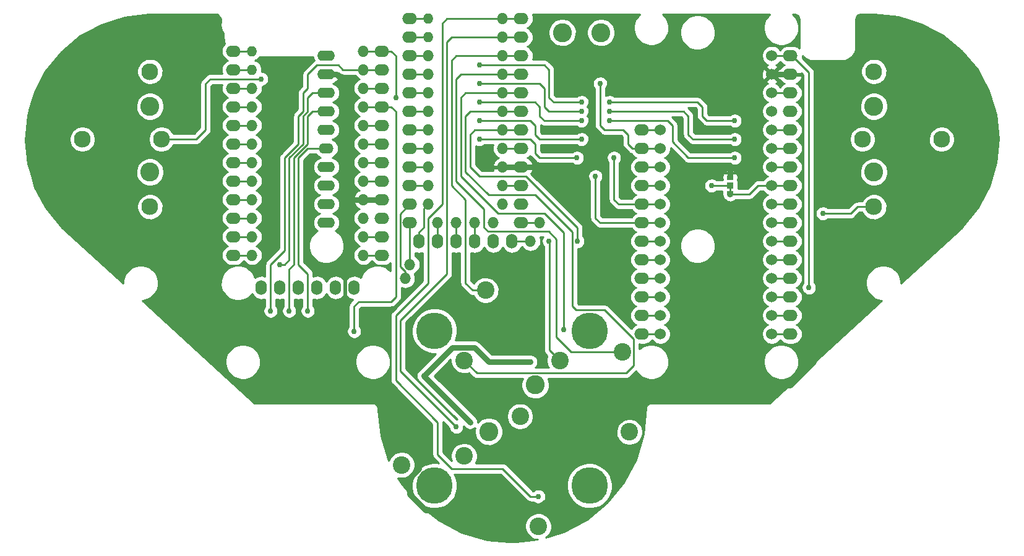
<source format=gtl>
G04 #@! TF.FileFunction,Copper,L1,Top,Signal*
%FSLAX46Y46*%
G04 Gerber Fmt 4.6, Leading zero omitted, Abs format (unit mm)*
G04 Created by KiCad (PCBNEW 4.0.2-4+6225~38~ubuntu15.04.1-stable) date Fri Apr 22 16:44:49 2016*
%MOMM*%
G01*
G04 APERTURE LIST*
%ADD10C,0.101600*%
%ADD11O,2.413000X1.397000*%
%ADD12O,2.032000X1.397000*%
%ADD13O,2.032000X1.524000*%
%ADD14C,1.524000*%
%ADD15O,1.524000X2.032000*%
%ADD16O,1.524000X1.524000*%
%ADD17O,1.397000X1.397000*%
%ADD18C,2.400000*%
%ADD19C,5.000000*%
%ADD20C,2.600000*%
%ADD21C,2.300000*%
%ADD22C,0.900000*%
%ADD23R,0.900000X0.400000*%
%ADD24R,0.900000X0.900000*%
%ADD25C,0.762000*%
%ADD26C,0.254000*%
%ADD27C,0.762000*%
%ADD28C,0.508000*%
G04 APERTURE END LIST*
D10*
D11*
X41910000Y66675000D03*
X41910000Y64135000D03*
X41910000Y61595000D03*
X41910000Y59055000D03*
X41910000Y56515000D03*
D12*
X41910000Y53975000D03*
D11*
X41910000Y51435000D03*
X41910000Y48895000D03*
X41910000Y46355000D03*
X41910000Y43815000D03*
D13*
X85090000Y28575000D03*
X85090000Y31115000D03*
X85090000Y33655000D03*
X85090000Y36195000D03*
X85090000Y38735000D03*
X85090000Y41275000D03*
X85090000Y43815000D03*
X85090000Y46355000D03*
X85090000Y48895000D03*
X85090000Y51435000D03*
X85090000Y53975000D03*
X85090000Y56515000D03*
X105410000Y66675000D03*
X105410000Y64135000D03*
X105410000Y61595000D03*
X105410000Y59055000D03*
X105410000Y56515000D03*
X105410000Y53975000D03*
X105410000Y51435000D03*
X105410000Y48895000D03*
X105410000Y46355000D03*
X105410000Y43815000D03*
X105410000Y41275000D03*
X105410000Y38735000D03*
X105410000Y36195000D03*
X105410000Y33655000D03*
X105410000Y31115000D03*
X105410000Y28575000D03*
D14*
X87630000Y28575000D03*
X87630000Y31115000D03*
X87630000Y33655000D03*
X87630000Y36195000D03*
X87630000Y38735000D03*
X87630000Y41275000D03*
X87630000Y43815000D03*
X87630000Y46355000D03*
X87630000Y48895000D03*
X87630000Y51435000D03*
X87630000Y53975000D03*
X87630000Y56515000D03*
X102870000Y66675000D03*
X102870000Y64135000D03*
X102870000Y61595000D03*
X102870000Y59055000D03*
X102870000Y56515000D03*
X102870000Y53975000D03*
X102870000Y51435000D03*
X102870000Y48895000D03*
X102870000Y46355000D03*
X102870000Y43815000D03*
X102870000Y41275000D03*
X102870000Y38735000D03*
X102870000Y36195000D03*
X102870000Y33655000D03*
X102870000Y31115000D03*
X102870000Y28575000D03*
D13*
X49530000Y67310000D03*
X49530000Y64770000D03*
X49530000Y62230000D03*
X49530000Y59690000D03*
X49530000Y57150000D03*
X49530000Y54610000D03*
X49530000Y52070000D03*
X49530000Y49530000D03*
X49530000Y46990000D03*
X49530000Y44450000D03*
X49530000Y41910000D03*
X49530000Y39370000D03*
D15*
X45720000Y34925000D03*
X43180000Y34925000D03*
X40640000Y34925000D03*
X38100000Y34925000D03*
X35560000Y34925000D03*
X33020000Y34925000D03*
D13*
X29210000Y39370000D03*
X29210000Y41910000D03*
X29210000Y44450000D03*
X29210000Y46990000D03*
X29210000Y49530000D03*
X29210000Y52070000D03*
X29210000Y54610000D03*
X29210000Y57150000D03*
X29210000Y59690000D03*
X29210000Y62230000D03*
X29210000Y64770000D03*
X29210000Y67310000D03*
D16*
X46990000Y67310000D03*
X46990000Y64770000D03*
X46990000Y62230000D03*
X46990000Y59690000D03*
X46990000Y57150000D03*
X46990000Y54610000D03*
X46990000Y52070000D03*
X46990000Y49530000D03*
X46990000Y46990000D03*
X46990000Y44450000D03*
X46990000Y41910000D03*
X46990000Y39370000D03*
X31750000Y39370000D03*
X31750000Y41910000D03*
X31750000Y44450000D03*
X31750000Y46990000D03*
X31750000Y49530000D03*
X31750000Y52070000D03*
X31750000Y54610000D03*
X31750000Y57150000D03*
X31750000Y59690000D03*
X31750000Y62230000D03*
D17*
X31750000Y64770000D03*
X31750000Y67310000D03*
D18*
X68420158Y17304842D03*
D19*
X56703398Y29021602D03*
D18*
X60762191Y11867191D03*
D19*
X77916602Y7808398D03*
D18*
X73857809Y24962809D03*
D19*
X56703398Y7808398D03*
X77916602Y29021602D03*
D20*
X64128019Y15233019D03*
X70491981Y21596981D03*
D18*
X52206199Y10665110D03*
X60762191Y24962809D03*
X63703755Y34565319D03*
X70916245Y2264681D03*
X83389608Y15162309D03*
X82413801Y26164890D03*
D21*
X19350000Y55245000D03*
D20*
X17780000Y59745000D03*
D21*
X17780000Y64505000D03*
D20*
X17780000Y50745000D03*
D21*
X17780000Y45985000D03*
X8520000Y55245000D03*
X115270000Y55245000D03*
D20*
X116840000Y50745000D03*
D21*
X116840000Y45985000D03*
D20*
X116840000Y59745000D03*
D21*
X116840000Y64505000D03*
X126100000Y55245000D03*
D13*
X68580000Y71755000D03*
X68580000Y69215000D03*
X68580000Y66675000D03*
X68580000Y64135000D03*
X68580000Y61595000D03*
X68580000Y59055000D03*
X68580000Y56515000D03*
X68580000Y53975000D03*
X68580000Y51435000D03*
X68580000Y48895000D03*
X68580000Y46355000D03*
X68580000Y43815000D03*
D15*
X67310000Y41275000D03*
X64770000Y41275000D03*
X62230000Y41275000D03*
X59690000Y41275000D03*
X57150000Y41275000D03*
X54610000Y41275000D03*
D13*
X53340000Y43815001D03*
X53340000Y46355000D03*
X53340000Y48895000D03*
X53340000Y51435000D03*
X53340000Y53975000D03*
X53340000Y56515000D03*
X53340000Y59055000D03*
X53340000Y61595000D03*
X53340000Y64135000D03*
X53340000Y66675000D03*
X53340000Y69215000D03*
X53340000Y71755000D03*
D16*
X66040000Y71755000D03*
X66040000Y69215000D03*
X66040000Y66675000D03*
X66040000Y64135000D03*
X66040000Y61595000D03*
X66040000Y59055000D03*
X66040000Y56515000D03*
X66040000Y53975000D03*
X66040000Y51435000D03*
X66040000Y48895000D03*
X66040000Y46355000D03*
X71120000Y43815000D03*
X69850000Y41275000D03*
X64770000Y43815000D03*
X62230000Y43815000D03*
X59690000Y43815000D03*
X57150000Y43815000D03*
X55880000Y46355000D03*
X53340000Y38100000D03*
X52705000Y36195000D03*
X55880000Y48895000D03*
X55880000Y51435000D03*
X55880000Y53975000D03*
X55880000Y56515000D03*
X55880000Y59055000D03*
X55880000Y61595000D03*
X55880000Y64135000D03*
X55880000Y66675000D03*
D17*
X55880000Y69215000D03*
X55880000Y71755000D03*
D20*
X74185000Y69850000D03*
X79485000Y69850000D03*
D22*
X97155000Y50045000D03*
D23*
X97155000Y47995000D03*
X97155000Y49795000D03*
D22*
X97155000Y47745000D03*
D24*
X97155000Y48895000D03*
D25*
X55245000Y22860000D03*
X69850000Y24765000D03*
X61595000Y16510000D03*
X115570000Y40640000D03*
X17145000Y39370000D03*
X99060000Y64135000D03*
X13335000Y66675000D03*
X22225000Y66675000D03*
X9525000Y66675000D03*
X67310000Y28575000D03*
X59690000Y20955000D03*
X78740000Y20320000D03*
X73660000Y15240000D03*
X68580000Y10160000D03*
X121285000Y40640000D03*
X123825000Y40640000D03*
X51435000Y20320000D03*
X60960000Y8890000D03*
X62865000Y55245000D03*
X76200000Y52705000D03*
X94615000Y48895000D03*
X107950000Y34925000D03*
X79375000Y62865000D03*
X76263520Y41275000D03*
X72390000Y41275000D03*
X74358520Y29210000D03*
X59690000Y15875000D03*
X70916245Y6350000D03*
X33020000Y63500000D03*
X76835000Y60325000D03*
X97790000Y57785000D03*
X80645000Y60325000D03*
X62865000Y65405000D03*
X62865000Y62865000D03*
X76835000Y59055000D03*
X97790000Y55245000D03*
X80645000Y59055000D03*
X62865000Y60325000D03*
X76835000Y57785000D03*
X97790000Y52705000D03*
X80645000Y57785000D03*
X109855000Y45085000D03*
X45720000Y28956000D03*
X81280000Y52705000D03*
X76835000Y55245000D03*
X62865000Y57785000D03*
X51435000Y60960000D03*
X34290000Y31750000D03*
X35560000Y38100000D03*
X36830000Y31750000D03*
X39370000Y31750000D03*
X78740000Y50165000D03*
D26*
X49530000Y62230000D02*
X46990000Y62230000D01*
X46990000Y54610000D02*
X49530000Y54610000D01*
X49530000Y52070000D02*
X46990000Y52070000D01*
X46990000Y49530000D02*
X49530000Y49530000D01*
X46990000Y41910000D02*
X49530000Y41910000D01*
X46990000Y39370000D02*
X49530000Y39370000D01*
X29210000Y39370000D02*
X31750000Y39370000D01*
X29210000Y41910000D02*
X31750000Y41910000D01*
X29210000Y44450000D02*
X31750000Y44450000D01*
X29210000Y46990000D02*
X31750000Y46990000D01*
X29210000Y49530000D02*
X31750000Y49530000D01*
X29210000Y52070000D02*
X31750000Y52070000D01*
X29210000Y54610000D02*
X31750000Y54610000D01*
X31750000Y57150000D02*
X29210000Y57150000D01*
X29210000Y59690000D02*
X31750000Y59690000D01*
X31750000Y62230000D02*
X29210000Y62230000D01*
X29210000Y64770000D02*
X31750000Y64770000D01*
X31750000Y67310000D02*
X29210000Y67310000D01*
X87630000Y28575000D02*
X85090000Y28575000D01*
X87630000Y31115000D02*
X88265000Y31115000D01*
X87630000Y31115000D02*
X85090000Y31115000D01*
X85090000Y51435000D02*
X87630000Y51435000D01*
X85090000Y56515000D02*
X87630000Y56515000D01*
X102870000Y61595000D02*
X105410000Y61595000D01*
X105410000Y56515000D02*
X102870000Y56515000D01*
X102870000Y53975000D02*
X105410000Y53975000D01*
X105410000Y51435000D02*
X102870000Y51435000D01*
X102870000Y41275000D02*
X105410000Y41275000D01*
X105410000Y38735000D02*
X102870000Y38735000D01*
X102870000Y36195000D02*
X105410000Y36195000D01*
X66040000Y53975000D02*
X68580000Y53975000D01*
X68580000Y48895000D02*
X66040000Y48895000D01*
X71120000Y43815000D02*
X68580000Y43815000D01*
X67310000Y41275000D02*
X69850000Y41275000D01*
X62230000Y43815000D02*
X62230000Y41275000D01*
X59690000Y41275000D02*
X59690000Y43815000D01*
X57150000Y43815000D02*
X57150000Y41275000D01*
X54610000Y41275000D02*
X54610000Y42545000D01*
X55245000Y45720000D02*
X55880000Y46355000D01*
X55245000Y43180000D02*
X55245000Y45720000D01*
X54610000Y42545000D02*
X55245000Y43180000D01*
X55880000Y48895000D02*
X53340000Y48895000D01*
X55880000Y51435000D02*
X53340000Y51435000D01*
X53340000Y69215000D02*
X55880000Y69215000D01*
X53340000Y71755000D02*
X55880000Y71755000D01*
D27*
X69850000Y24765000D02*
X64135000Y24765000D01*
X64135000Y24765000D02*
X62165690Y26734310D01*
X62165690Y26734310D02*
X59119310Y26734310D01*
X59119310Y26734310D02*
X55245000Y22860000D01*
X61595000Y16510000D02*
X55245000Y22860000D01*
X99060000Y19685000D02*
X100330000Y19685000D01*
X100330000Y19685000D02*
X102235000Y21590000D01*
X102235000Y21590000D02*
X105410000Y21590000D01*
X110490000Y32385000D02*
X110490000Y40005000D01*
X105410000Y21590000D02*
X108585000Y24765000D01*
X108585000Y24765000D02*
X108585000Y30480000D01*
X108585000Y30480000D02*
X110490000Y32385000D01*
X110490000Y40005000D02*
X111125000Y40640000D01*
X111125000Y40640000D02*
X115570000Y40640000D01*
X93345000Y51435000D02*
X97155000Y51435000D01*
X97155000Y51435000D02*
X98425000Y51435000D01*
X97155000Y50045000D02*
X97155000Y51435000D01*
X99060000Y19685000D02*
X99060000Y43815000D01*
X99060000Y43815000D02*
X98425000Y44450000D01*
X98425000Y44450000D02*
X93345000Y44450000D01*
X93345000Y44450000D02*
X92710000Y45085000D01*
X92710000Y45085000D02*
X92710000Y50800000D01*
X92710000Y50800000D02*
X93345000Y51435000D01*
X99060000Y64135000D02*
X99060000Y52070000D01*
X99060000Y52070000D02*
X98425000Y51435000D01*
X78105000Y64135000D02*
X79375000Y65405000D01*
X78105000Y52705000D02*
X78105000Y64135000D01*
X76835000Y51435000D02*
X78105000Y52705000D01*
X99060000Y64135000D02*
X97790000Y65405000D01*
X97790000Y65405000D02*
X79375000Y65405000D01*
X76835000Y51435000D02*
X68580000Y51435000D01*
X99060000Y19685000D02*
X84455000Y19685000D01*
X64770000Y5080000D02*
X60960000Y8890000D01*
X73660000Y8890000D02*
X73660000Y6350000D01*
X84455000Y19685000D02*
X73660000Y8890000D01*
X73660000Y6350000D02*
X72390000Y5080000D01*
X72390000Y5080000D02*
X64770000Y5080000D01*
X121285000Y40640000D02*
X115570000Y40640000D01*
X60960000Y8890000D02*
X60960000Y6350000D01*
X59055000Y4445000D02*
X55520974Y4445000D01*
X60960000Y6350000D02*
X59055000Y4445000D01*
X55520974Y4445000D02*
X53340000Y6625974D01*
X53340000Y6625974D02*
X53340000Y8890000D01*
X53340000Y8890000D02*
X54610000Y10160000D01*
X54610000Y10160000D02*
X54610000Y15240000D01*
X54610000Y15240000D02*
X51435000Y18415000D01*
X51435000Y18415000D02*
X51435000Y20320000D01*
X13335000Y43180000D02*
X17145000Y39370000D01*
X13335000Y66675000D02*
X13335000Y43180000D01*
D28*
X44513499Y42481501D02*
X44513499Y21526501D01*
X44513499Y21526501D02*
X45720000Y20320000D01*
D27*
X105410000Y64135000D02*
X102870000Y64135000D01*
X9525000Y66675000D02*
X13335000Y66675000D01*
X13335000Y66675000D02*
X22225000Y66675000D01*
X123825000Y40640000D02*
X121285000Y40640000D01*
X44069000Y48895000D02*
X44069000Y46990000D01*
X44069000Y46990000D02*
X44069000Y42926000D01*
X46990000Y46990000D02*
X44069000Y46990000D01*
D28*
X45720000Y20320000D02*
X51435000Y20320000D01*
X44069000Y42926000D02*
X44513499Y42481501D01*
D27*
X44069000Y48895000D02*
X44069000Y63373000D01*
X44069000Y47752000D02*
X44069000Y48895000D01*
X43307000Y64135000D02*
X41910000Y64135000D01*
X44069000Y63373000D02*
X43307000Y64135000D01*
X68580000Y51435000D02*
X66040000Y51435000D01*
X49530000Y46990000D02*
X46990000Y46990000D01*
D26*
X76200000Y52705000D02*
X71120000Y52705000D01*
X69850000Y55245000D02*
X70485000Y54610000D01*
X70485000Y54610000D02*
X70485000Y53340000D01*
X70485000Y53340000D02*
X71120000Y52705000D01*
X62865000Y55245000D02*
X69850000Y55245000D01*
X105410000Y46355000D02*
X102870000Y46355000D01*
X49530000Y57150000D02*
X46990000Y57150000D01*
X97155000Y47745000D02*
X97155000Y48895000D01*
X97155000Y48895000D02*
X94615000Y48895000D01*
X97155000Y47745000D02*
X99815000Y47745000D01*
X99815000Y47745000D02*
X100965000Y48895000D01*
X100965000Y48895000D02*
X102870000Y48895000D01*
X102870000Y48895000D02*
X105410000Y48895000D01*
X105410000Y28575000D02*
X102870000Y28575000D01*
X107950000Y34925000D02*
X107950000Y64389000D01*
X107950000Y64389000D02*
X105664000Y66675000D01*
X105664000Y66675000D02*
X105410000Y66675000D01*
X102870000Y66675000D02*
X105410000Y66675000D01*
X102870000Y43815000D02*
X105410000Y43815000D01*
X80010000Y56515000D02*
X82550000Y56515000D01*
X83185000Y54610000D02*
X83820000Y53975000D01*
X83185000Y55880000D02*
X83185000Y54610000D01*
X82550000Y56515000D02*
X83185000Y55880000D01*
X80010000Y56515000D02*
X79375000Y57150000D01*
X85090000Y53975000D02*
X83820000Y53975000D01*
X79375000Y57150000D02*
X79375000Y62865000D01*
X87630000Y53975000D02*
X85090000Y53975000D01*
X62230000Y56515000D02*
X66040000Y56515000D01*
X61595000Y51435000D02*
X61595000Y55880000D01*
X61595000Y55880000D02*
X62230000Y56515000D01*
X76263520Y41275000D02*
X76263520Y43116480D01*
X76263520Y43116480D02*
X69215000Y50165000D01*
X69215000Y50165000D02*
X62865000Y50165000D01*
X62865000Y50165000D02*
X61595000Y51435000D01*
X72421760Y26398858D02*
X72421760Y41243240D01*
X72421760Y41243240D02*
X72390000Y41275000D01*
X72421760Y26398858D02*
X73857809Y24962809D01*
X68580000Y56515000D02*
X66040000Y56515000D01*
X75565000Y32385000D02*
X76073000Y31877000D01*
X75565000Y42545000D02*
X75565000Y32385000D01*
X80010000Y31877000D02*
X76073000Y31877000D01*
X83946999Y24256999D02*
X83946999Y27940001D01*
X62510518Y23214482D02*
X82904482Y23214482D01*
X83946999Y27940001D02*
X80010000Y31877000D01*
X82904482Y23214482D02*
X83946999Y24256999D01*
X60762191Y24962809D02*
X62510518Y23214482D01*
X60960000Y58420000D02*
X61595000Y59055000D01*
X60960000Y50800000D02*
X60960000Y58420000D01*
X61595000Y59055000D02*
X66040000Y59055000D01*
X70485000Y47625000D02*
X64135000Y47625000D01*
X75565000Y42545000D02*
X70485000Y47625000D01*
X64135000Y47625000D02*
X60960000Y50800000D01*
X66040000Y59055000D02*
X68580000Y59055000D01*
X74358520Y29210000D02*
X74358520Y42487848D01*
X74358520Y42487848D02*
X71761368Y45085000D01*
X66040000Y61595000D02*
X60960000Y61595000D01*
X60325000Y60960000D02*
X60325000Y50165000D01*
X65405000Y45085000D02*
X71761368Y45085000D01*
X60960000Y61595000D02*
X60325000Y60960000D01*
X60325000Y50165000D02*
X65405000Y45085000D01*
X66040000Y61595000D02*
X68580000Y61595000D01*
X73405978Y41541755D02*
X73405978Y28194022D01*
X75435110Y26164890D02*
X82413801Y26164890D01*
X59690000Y63500000D02*
X59690000Y49530000D01*
X64071490Y42608510D02*
X72339223Y42608510D01*
X63500000Y43180000D02*
X64071490Y42608510D01*
X66040000Y64135000D02*
X60325000Y64135000D01*
X59690000Y49530000D02*
X63500000Y45720000D01*
X63500000Y45720000D02*
X63500000Y43180000D01*
X73405978Y28194022D02*
X75435110Y26164890D01*
X72339223Y42608510D02*
X73405978Y41541755D01*
X60325000Y64135000D02*
X59690000Y63500000D01*
X68580000Y64135000D02*
X66040000Y64135000D01*
X63703755Y34565319D02*
X61954681Y34565319D01*
X60960000Y46990000D02*
X59055000Y48895000D01*
X61954681Y34565319D02*
X60960000Y35560000D01*
X60960000Y35560000D02*
X60960000Y46990000D01*
X59055000Y66040000D02*
X59690000Y66675000D01*
X59055000Y48895000D02*
X59055000Y66040000D01*
X59690000Y66675000D02*
X66040000Y66675000D01*
X66040000Y66675000D02*
X68580000Y66675000D01*
X59690000Y15875000D02*
X52070000Y23495000D01*
X52070000Y23495000D02*
X52070000Y30480000D01*
X52070000Y30480000D02*
X58420000Y36830000D01*
X58420000Y36830000D02*
X58420000Y68580000D01*
X58420000Y68580000D02*
X59055000Y69215000D01*
X59055000Y69215000D02*
X66040000Y69215000D01*
X68580000Y69215000D02*
X66040000Y69215000D01*
X59055000Y10160000D02*
X66040000Y10160000D01*
X66040000Y10160000D02*
X69850000Y6350000D01*
X57150000Y12065000D02*
X59055000Y10160000D01*
X51435000Y22225000D02*
X57150000Y16510000D01*
X57150000Y16510000D02*
X57150000Y12065000D01*
X70916245Y6350000D02*
X69850000Y6350000D01*
X66040000Y71755000D02*
X58420000Y71755000D01*
X58420000Y71755000D02*
X57785000Y71120000D01*
X57785000Y71120000D02*
X57785000Y46355000D01*
X57785000Y46355000D02*
X55880000Y44450000D01*
X55880000Y44450000D02*
X55880000Y35560000D01*
X55880000Y35560000D02*
X51435000Y31115000D01*
X51435000Y31115000D02*
X51435000Y22225000D01*
X66040000Y71755000D02*
X68580000Y71755000D01*
X26035000Y63500000D02*
X25400000Y62865000D01*
X33020000Y63500000D02*
X26035000Y63500000D01*
X25400000Y56515000D02*
X24130000Y55245000D01*
X24130000Y55245000D02*
X19350000Y55245000D01*
X25400000Y62865000D02*
X25400000Y56515000D01*
X55880000Y59055000D02*
X53340000Y59055000D01*
X55880000Y56515000D02*
X53340000Y56515000D01*
X55880000Y53975000D02*
X53340000Y53975000D01*
X80645000Y60325000D02*
X92710000Y60325000D01*
X93345000Y59690000D02*
X93345000Y58420000D01*
X92710000Y60325000D02*
X93345000Y59690000D01*
X93980000Y57785000D02*
X97790000Y57785000D01*
X93345000Y58420000D02*
X93980000Y57785000D01*
X62865000Y65405000D02*
X71755000Y65405000D01*
X72390000Y60960000D02*
X73025000Y60325000D01*
X72390000Y64770000D02*
X72390000Y60960000D01*
X71755000Y65405000D02*
X72390000Y64770000D01*
X76835000Y60325000D02*
X73025000Y60325000D01*
X55880000Y66675000D02*
X53340000Y66675000D01*
X80645000Y59055000D02*
X90805000Y59055000D01*
X90805000Y59055000D02*
X91440000Y58420000D01*
X91440000Y58420000D02*
X91440000Y55880000D01*
X91440000Y55880000D02*
X92075000Y55245000D01*
X92075000Y55245000D02*
X97790000Y55245000D01*
X71120000Y62865000D02*
X62865000Y62865000D01*
X71755000Y62230000D02*
X71120000Y62865000D01*
X71755000Y59690000D02*
X71755000Y62230000D01*
X72390000Y59055000D02*
X71755000Y59690000D01*
X76835000Y59055000D02*
X72390000Y59055000D01*
X55880000Y64135000D02*
X53340000Y64135000D01*
X97790000Y52705000D02*
X91440000Y52705000D01*
X91440000Y52705000D02*
X89252842Y54892158D01*
X89252842Y54892158D02*
X89252842Y57150000D01*
X89252842Y57150000D02*
X88617842Y57785000D01*
X88617842Y57785000D02*
X80645000Y57785000D01*
X70485000Y60325000D02*
X62865000Y60325000D01*
X71120000Y59690000D02*
X70485000Y60325000D01*
X71120000Y58420000D02*
X71120000Y59690000D01*
X71755000Y57785000D02*
X71120000Y58420000D01*
X76835000Y57785000D02*
X71755000Y57785000D01*
X109855000Y45085000D02*
X113665000Y45085000D01*
X114565000Y45985000D02*
X116840000Y45985000D01*
X113665000Y45085000D02*
X114565000Y45985000D01*
X55880000Y61595000D02*
X53340000Y61595000D01*
X45720000Y28956000D02*
X45720000Y32385000D01*
X45720000Y32385000D02*
X46355000Y33020000D01*
X50800000Y59690000D02*
X49530000Y59690000D01*
X46355000Y33020000D02*
X50800000Y33020000D01*
X50800000Y33020000D02*
X51435000Y33655000D01*
X51435000Y33655000D02*
X51435000Y59055000D01*
X51435000Y59055000D02*
X50800000Y59690000D01*
X46990000Y59690000D02*
X49530000Y59690000D01*
X81280000Y52705000D02*
X81280000Y46990000D01*
X81915000Y46355000D02*
X81280000Y46990000D01*
X85090000Y46355000D02*
X81915000Y46355000D01*
X76835000Y55245000D02*
X71120000Y55245000D01*
X71120000Y55245000D02*
X70485000Y55880000D01*
X70485000Y55880000D02*
X70485000Y57150000D01*
X70485000Y57150000D02*
X69850000Y57785000D01*
X69850000Y57785000D02*
X62865000Y57785000D01*
X51435000Y66675000D02*
X50800000Y67310000D01*
X50800000Y67310000D02*
X49530000Y67310000D01*
X51435000Y60960000D02*
X51435000Y66675000D01*
X49530000Y67310000D02*
X49784000Y67310000D01*
X49530000Y67310000D02*
X46990000Y67310000D01*
X85090000Y46355000D02*
X87630000Y46355000D01*
X34290000Y31750000D02*
X34290000Y38100000D01*
X34290000Y38100000D02*
X36195000Y40005000D01*
X40640000Y65405000D02*
X39370000Y64135000D01*
X44196000Y64770000D02*
X46990000Y64770000D01*
X36195000Y52705000D02*
X36195000Y40005000D01*
X38100000Y58420000D02*
X38100000Y54610000D01*
X38735000Y59055000D02*
X38100000Y58420000D01*
X38735000Y61595000D02*
X38735000Y59055000D01*
X39370000Y64135000D02*
X39370000Y62230000D01*
X43561000Y65405000D02*
X40640000Y65405000D01*
X38100000Y54610000D02*
X36195000Y52705000D01*
X44196000Y64770000D02*
X43561000Y65405000D01*
X39370000Y62230000D02*
X38735000Y61595000D01*
X85090000Y41275000D02*
X87630000Y41275000D01*
X46990000Y64770000D02*
X49530000Y64770000D01*
X35560000Y38100000D02*
X36195000Y38100000D01*
X36195000Y38100000D02*
X36830000Y38735000D01*
X39370000Y60960000D02*
X40005000Y61595000D01*
X36830000Y38735000D02*
X36830000Y52705000D01*
X36830000Y52705000D02*
X38735000Y54610000D01*
X38735000Y54610000D02*
X38735000Y58420000D01*
X38735000Y58420000D02*
X39370000Y59055000D01*
X39370000Y59055000D02*
X39370000Y60960000D01*
X40005000Y61595000D02*
X41910000Y61595000D01*
X85090000Y38735000D02*
X87630000Y38735000D01*
X36830000Y37465000D02*
X37465000Y38100000D01*
X39370000Y58420000D02*
X40005000Y59055000D01*
X37465000Y52705000D02*
X39370000Y54610000D01*
X37465000Y38100000D02*
X37465000Y52705000D01*
X40005000Y59055000D02*
X41910000Y59055000D01*
X39370000Y54610000D02*
X39370000Y58420000D01*
X36830000Y31750000D02*
X36830000Y37465000D01*
X87630000Y36195000D02*
X85090000Y36195000D01*
X41910000Y59055000D02*
X42418000Y59055000D01*
X39370000Y31750000D02*
X39370000Y36830000D01*
X39370000Y36830000D02*
X38100000Y38100000D01*
X85090000Y33655000D02*
X87630000Y33655000D01*
X38100000Y38100000D02*
X38100000Y52705000D01*
X39370000Y53975000D02*
X41910000Y53975000D01*
X38100000Y52705000D02*
X39370000Y53975000D01*
X78740000Y50165000D02*
X78740000Y44450000D01*
X78740000Y44450000D02*
X79375000Y43815000D01*
X85090000Y43815000D02*
X79375000Y43815000D01*
X87630000Y43815000D02*
X85090000Y43815000D01*
X87630000Y48895000D02*
X85090000Y48895000D01*
X53340000Y43815001D02*
X53340000Y38100000D01*
X105410000Y33655000D02*
X102870000Y33655000D01*
X52705000Y36195000D02*
X52705000Y37137338D01*
X52705000Y37137338D02*
X52006490Y37835848D01*
X52006490Y37835848D02*
X52006490Y45021490D01*
X52006490Y45021490D02*
X53340000Y46355000D01*
X102870000Y31115000D02*
X105410000Y31115000D01*
G36*
X27105814Y72190814D02*
X27405826Y71825249D01*
X27493162Y71661855D01*
X27435436Y71390276D01*
X27428829Y70917108D01*
X27514253Y70451669D01*
X27688454Y70011686D01*
X27813000Y69818429D01*
X27813000Y69215000D01*
X27813612Y69202552D01*
X27862417Y68707023D01*
X27867274Y68682605D01*
X27979120Y68313897D01*
X27963638Y68301270D01*
X27789847Y68091192D01*
X27660169Y67851359D01*
X27579545Y67590906D01*
X27551046Y67319753D01*
X27575757Y67048228D01*
X27652736Y66786675D01*
X27779052Y66545054D01*
X27949894Y66332570D01*
X28158753Y66157316D01*
X28373576Y66039216D01*
X28174924Y65933591D01*
X27963638Y65761270D01*
X27789847Y65551192D01*
X27660169Y65311359D01*
X27579545Y65050906D01*
X27551046Y64779753D01*
X27575757Y64508228D01*
X27648226Y64262000D01*
X26035000Y64262000D01*
X25964936Y64255130D01*
X25894830Y64248997D01*
X25890982Y64247879D01*
X25886993Y64247488D01*
X25819628Y64227149D01*
X25752018Y64207507D01*
X25748458Y64205661D01*
X25744624Y64204504D01*
X25682482Y64171463D01*
X25619986Y64139067D01*
X25616856Y64136568D01*
X25613316Y64134686D01*
X25558769Y64090199D01*
X25503760Y64046286D01*
X25498181Y64040784D01*
X25498069Y64040693D01*
X25497983Y64040589D01*
X25496185Y64038816D01*
X24861185Y63403815D01*
X24816488Y63349401D01*
X24771264Y63295505D01*
X24769336Y63291997D01*
X24766789Y63288897D01*
X24733510Y63226831D01*
X24699619Y63165184D01*
X24698407Y63161364D01*
X24696514Y63157833D01*
X24675939Y63090536D01*
X24654652Y63023429D01*
X24654205Y63019446D01*
X24653034Y63015615D01*
X24645925Y62945627D01*
X24638074Y62875639D01*
X24638019Y62867803D01*
X24638005Y62867660D01*
X24638018Y62867527D01*
X24638000Y62865000D01*
X24638000Y56830631D01*
X23814370Y56007000D01*
X20966686Y56007000D01*
X20933687Y56087062D01*
X20739969Y56378631D01*
X20493307Y56627021D01*
X20203097Y56822770D01*
X19880393Y56958423D01*
X19537486Y57028811D01*
X19187438Y57031255D01*
X18843582Y56965661D01*
X18519015Y56834528D01*
X18226100Y56642849D01*
X17975994Y56397928D01*
X17778224Y56109091D01*
X17640322Y55787342D01*
X17567541Y55444935D01*
X17562654Y55094912D01*
X17625845Y54750607D01*
X17754710Y54425132D01*
X17944338Y54130886D01*
X18187508Y53879077D01*
X18474957Y53679295D01*
X18795736Y53539150D01*
X19137626Y53463980D01*
X19487606Y53456649D01*
X19832345Y53517436D01*
X20158711Y53644025D01*
X20454273Y53831595D01*
X20707774Y54073001D01*
X20909558Y54359048D01*
X20964745Y54483000D01*
X24130000Y54483000D01*
X24200114Y54489875D01*
X24270170Y54496004D01*
X24274013Y54497120D01*
X24278007Y54497512D01*
X24345460Y54517877D01*
X24412982Y54537494D01*
X24416538Y54539337D01*
X24420376Y54540496D01*
X24482553Y54573556D01*
X24545014Y54605933D01*
X24548144Y54608432D01*
X24551684Y54610314D01*
X24606231Y54654801D01*
X24661240Y54698714D01*
X24666815Y54704212D01*
X24666931Y54704307D01*
X24667020Y54704415D01*
X24668815Y54706185D01*
X25938815Y55976184D01*
X25983525Y56030615D01*
X26028736Y56084495D01*
X26030666Y56088006D01*
X26033210Y56091103D01*
X26066469Y56153130D01*
X26100381Y56214816D01*
X26101593Y56218636D01*
X26103486Y56222167D01*
X26124061Y56289464D01*
X26145348Y56356571D01*
X26145795Y56360554D01*
X26146966Y56364385D01*
X26154075Y56434373D01*
X26161926Y56504361D01*
X26161981Y56512197D01*
X26161995Y56512340D01*
X26161982Y56512473D01*
X26162000Y56515000D01*
X26162000Y62549370D01*
X26350631Y62738000D01*
X27649843Y62738000D01*
X27579545Y62510906D01*
X27551046Y62239753D01*
X27575757Y61968228D01*
X27652736Y61706675D01*
X27779052Y61465054D01*
X27949894Y61252570D01*
X28158753Y61077316D01*
X28373576Y60959216D01*
X28174924Y60853591D01*
X27963638Y60681270D01*
X27789847Y60471192D01*
X27660169Y60231359D01*
X27579545Y59970906D01*
X27551046Y59699753D01*
X27575757Y59428228D01*
X27652736Y59166675D01*
X27779052Y58925054D01*
X27949894Y58712570D01*
X28158753Y58537316D01*
X28373576Y58419216D01*
X28174924Y58313591D01*
X27963638Y58141270D01*
X27789847Y57931192D01*
X27660169Y57691359D01*
X27579545Y57430906D01*
X27551046Y57159753D01*
X27575757Y56888228D01*
X27652736Y56626675D01*
X27779052Y56385054D01*
X27949894Y56172570D01*
X28158753Y55997316D01*
X28373576Y55879216D01*
X28174924Y55773591D01*
X27963638Y55601270D01*
X27789847Y55391192D01*
X27660169Y55151359D01*
X27579545Y54890906D01*
X27551046Y54619753D01*
X27575757Y54348228D01*
X27652736Y54086675D01*
X27779052Y53845054D01*
X27949894Y53632570D01*
X28158753Y53457316D01*
X28373576Y53339216D01*
X28174924Y53233591D01*
X27963638Y53061270D01*
X27789847Y52851192D01*
X27660169Y52611359D01*
X27579545Y52350906D01*
X27551046Y52079753D01*
X27575757Y51808228D01*
X27652736Y51546675D01*
X27779052Y51305054D01*
X27949894Y51092570D01*
X28158753Y50917316D01*
X28373576Y50799216D01*
X28174924Y50693591D01*
X27963638Y50521270D01*
X27789847Y50311192D01*
X27660169Y50071359D01*
X27579545Y49810906D01*
X27551046Y49539753D01*
X27575757Y49268228D01*
X27652736Y49006675D01*
X27779052Y48765054D01*
X27949894Y48552570D01*
X28158753Y48377316D01*
X28373576Y48259216D01*
X28174924Y48153591D01*
X27963638Y47981270D01*
X27789847Y47771192D01*
X27660169Y47531359D01*
X27579545Y47270906D01*
X27551046Y46999753D01*
X27575757Y46728228D01*
X27652736Y46466675D01*
X27779052Y46225054D01*
X27949894Y46012570D01*
X28158753Y45837316D01*
X28373576Y45719216D01*
X28174924Y45613591D01*
X27963638Y45441270D01*
X27789847Y45231192D01*
X27660169Y44991359D01*
X27579545Y44730906D01*
X27551046Y44459753D01*
X27575757Y44188228D01*
X27652736Y43926675D01*
X27779052Y43685054D01*
X27949894Y43472570D01*
X28158753Y43297316D01*
X28373576Y43179216D01*
X28174924Y43073591D01*
X27963638Y42901270D01*
X27789847Y42691192D01*
X27660169Y42451359D01*
X27579545Y42190906D01*
X27551046Y41919753D01*
X27575757Y41648228D01*
X27652736Y41386675D01*
X27779052Y41145054D01*
X27949894Y40932570D01*
X28158753Y40757316D01*
X28373576Y40639216D01*
X28174924Y40533591D01*
X27963638Y40361270D01*
X27789847Y40151192D01*
X27660169Y39911359D01*
X27579545Y39650906D01*
X27551046Y39379753D01*
X27575757Y39108228D01*
X27652736Y38846675D01*
X27779052Y38605054D01*
X27949894Y38392570D01*
X28158753Y38217316D01*
X28397675Y38085968D01*
X28657559Y38003528D01*
X28928507Y37973136D01*
X28948012Y37973000D01*
X29471988Y37973000D01*
X29743333Y37999606D01*
X30004343Y38078409D01*
X30245076Y38206409D01*
X30456362Y38378730D01*
X30608678Y38562849D01*
X30758730Y38378867D01*
X30968808Y38205076D01*
X31208641Y38075398D01*
X31469094Y37994774D01*
X31740247Y37966275D01*
X32011772Y37990986D01*
X32273325Y38067965D01*
X32514946Y38194281D01*
X32727430Y38365123D01*
X32902684Y38573982D01*
X33034032Y38812904D01*
X33116472Y39072788D01*
X33146864Y39343736D01*
X33147000Y39363241D01*
X33147000Y39376759D01*
X33120394Y39648104D01*
X33041591Y39909114D01*
X32913591Y40149847D01*
X32741270Y40361133D01*
X32531192Y40534924D01*
X32335750Y40640600D01*
X32514946Y40734281D01*
X32727430Y40905123D01*
X32902684Y41113982D01*
X33034032Y41352904D01*
X33116472Y41612788D01*
X33146864Y41883736D01*
X33147000Y41903241D01*
X33147000Y41916759D01*
X33120394Y42188104D01*
X33041591Y42449114D01*
X32913591Y42689847D01*
X32741270Y42901133D01*
X32531192Y43074924D01*
X32335750Y43180600D01*
X32514946Y43274281D01*
X32727430Y43445123D01*
X32902684Y43653982D01*
X33034032Y43892904D01*
X33116472Y44152788D01*
X33146864Y44423736D01*
X33147000Y44443241D01*
X33147000Y44456759D01*
X33120394Y44728104D01*
X33041591Y44989114D01*
X32913591Y45229847D01*
X32741270Y45441133D01*
X32531192Y45614924D01*
X32335750Y45720600D01*
X32514946Y45814281D01*
X32727430Y45985123D01*
X32902684Y46193982D01*
X33034032Y46432904D01*
X33116472Y46692788D01*
X33146864Y46963736D01*
X33147000Y46983241D01*
X33147000Y46996759D01*
X33120394Y47268104D01*
X33041591Y47529114D01*
X32913591Y47769847D01*
X32741270Y47981133D01*
X32531192Y48154924D01*
X32335750Y48260600D01*
X32514946Y48354281D01*
X32727430Y48525123D01*
X32902684Y48733982D01*
X33034032Y48972904D01*
X33116472Y49232788D01*
X33146864Y49503736D01*
X33147000Y49523241D01*
X33147000Y49536759D01*
X33120394Y49808104D01*
X33041591Y50069114D01*
X32913591Y50309847D01*
X32741270Y50521133D01*
X32531192Y50694924D01*
X32335750Y50800600D01*
X32514946Y50894281D01*
X32727430Y51065123D01*
X32902684Y51273982D01*
X33034032Y51512904D01*
X33116472Y51772788D01*
X33146864Y52043736D01*
X33147000Y52063241D01*
X33147000Y52076759D01*
X33120394Y52348104D01*
X33041591Y52609114D01*
X32913591Y52849847D01*
X32741270Y53061133D01*
X32531192Y53234924D01*
X32335750Y53340600D01*
X32514946Y53434281D01*
X32727430Y53605123D01*
X32902684Y53813982D01*
X33034032Y54052904D01*
X33116472Y54312788D01*
X33146864Y54583736D01*
X33147000Y54603241D01*
X33147000Y54616759D01*
X33120394Y54888104D01*
X33041591Y55149114D01*
X32913591Y55389847D01*
X32741270Y55601133D01*
X32531192Y55774924D01*
X32335750Y55880600D01*
X32514946Y55974281D01*
X32727430Y56145123D01*
X32902684Y56353982D01*
X33034032Y56592904D01*
X33116472Y56852788D01*
X33146864Y57123736D01*
X33147000Y57143241D01*
X33147000Y57156759D01*
X33120394Y57428104D01*
X33041591Y57689114D01*
X32913591Y57929847D01*
X32741270Y58141133D01*
X32531192Y58314924D01*
X32335750Y58420600D01*
X32514946Y58514281D01*
X32727430Y58685123D01*
X32902684Y58893982D01*
X33034032Y59132904D01*
X33116472Y59392788D01*
X33146864Y59663736D01*
X33147000Y59683241D01*
X33147000Y59696759D01*
X33120394Y59968104D01*
X33041591Y60229114D01*
X32913591Y60469847D01*
X32741270Y60681133D01*
X32531192Y60854924D01*
X32335750Y60960600D01*
X32514946Y61054281D01*
X32727430Y61225123D01*
X32902684Y61433982D01*
X33034032Y61672904D01*
X33116472Y61932788D01*
X33146864Y62203736D01*
X33147000Y62223241D01*
X33147000Y62236759D01*
X33122526Y62486360D01*
X33294545Y62516692D01*
X33480308Y62588745D01*
X33648539Y62695507D01*
X33792828Y62832912D01*
X33907681Y62995727D01*
X33988723Y63177749D01*
X34032866Y63372045D01*
X34036044Y63599624D01*
X33997343Y63795077D01*
X33921415Y63979291D01*
X33811153Y64145249D01*
X33670756Y64286629D01*
X33505572Y64398047D01*
X33321893Y64475259D01*
X33126715Y64515323D01*
X33057670Y64515805D01*
X33083370Y64744929D01*
X33083500Y64763548D01*
X33083500Y64776452D01*
X33058104Y65035464D01*
X32982882Y65284609D01*
X32860700Y65514400D01*
X32696213Y65716082D01*
X32495684Y65881974D01*
X32266752Y66005757D01*
X32156699Y66039824D01*
X32249538Y66067148D01*
X32480176Y66187723D01*
X32683001Y66350799D01*
X32848472Y66548000D01*
X40072027Y66548000D01*
X40083210Y66425127D01*
X40156690Y66175462D01*
X40225297Y66044229D01*
X40224985Y66044067D01*
X40221853Y66041566D01*
X40218316Y66039686D01*
X40163791Y65995217D01*
X40108760Y65951286D01*
X40103181Y65945784D01*
X40103069Y65945693D01*
X40102983Y65945589D01*
X40101184Y65943815D01*
X38831185Y64673815D01*
X38786488Y64619401D01*
X38741264Y64565505D01*
X38739336Y64561997D01*
X38736789Y64558897D01*
X38703510Y64496831D01*
X38669619Y64435184D01*
X38668407Y64431364D01*
X38666514Y64427833D01*
X38645939Y64360536D01*
X38624652Y64293429D01*
X38624205Y64289446D01*
X38623034Y64285615D01*
X38615925Y64215627D01*
X38608074Y64145639D01*
X38608019Y64137803D01*
X38608005Y64137660D01*
X38608018Y64137527D01*
X38608000Y64135000D01*
X38608000Y62545631D01*
X38196185Y62133815D01*
X38151488Y62079401D01*
X38106264Y62025505D01*
X38104336Y62021997D01*
X38101789Y62018897D01*
X38068510Y61956831D01*
X38034619Y61895184D01*
X38033407Y61891364D01*
X38031514Y61887833D01*
X38010939Y61820536D01*
X37989652Y61753429D01*
X37989205Y61749446D01*
X37988034Y61745615D01*
X37980925Y61675627D01*
X37973074Y61605639D01*
X37973019Y61597803D01*
X37973005Y61597660D01*
X37973018Y61597527D01*
X37973000Y61595000D01*
X37973000Y59370631D01*
X37561185Y58958815D01*
X37516488Y58904401D01*
X37471264Y58850505D01*
X37469336Y58846997D01*
X37466789Y58843897D01*
X37433510Y58781831D01*
X37399619Y58720184D01*
X37398407Y58716364D01*
X37396514Y58712833D01*
X37375939Y58645536D01*
X37354652Y58578429D01*
X37354205Y58574446D01*
X37353034Y58570615D01*
X37345925Y58500627D01*
X37338074Y58430639D01*
X37338019Y58422803D01*
X37338005Y58422660D01*
X37338018Y58422527D01*
X37338000Y58420000D01*
X37338000Y54925630D01*
X35656185Y53243815D01*
X35611488Y53189401D01*
X35566264Y53135505D01*
X35564336Y53131997D01*
X35561789Y53128897D01*
X35528510Y53066831D01*
X35494619Y53005184D01*
X35493407Y53001364D01*
X35491514Y52997833D01*
X35470939Y52930536D01*
X35449652Y52863429D01*
X35449205Y52859446D01*
X35448034Y52855615D01*
X35440925Y52785627D01*
X35433074Y52715639D01*
X35433019Y52707803D01*
X35433005Y52707660D01*
X35433018Y52707527D01*
X35433000Y52705000D01*
X35433000Y40320630D01*
X33751185Y38638815D01*
X33706488Y38584401D01*
X33661264Y38530505D01*
X33659336Y38526997D01*
X33656789Y38523897D01*
X33623510Y38461831D01*
X33589619Y38400184D01*
X33588407Y38396364D01*
X33586514Y38392833D01*
X33565939Y38325536D01*
X33544652Y38258429D01*
X33544205Y38254446D01*
X33543034Y38250615D01*
X33535925Y38180627D01*
X33528074Y38110639D01*
X33528019Y38102803D01*
X33528005Y38102660D01*
X33528018Y38102527D01*
X33528000Y38100000D01*
X33528000Y36485157D01*
X33300906Y36555455D01*
X33029753Y36583954D01*
X32758228Y36559243D01*
X32496675Y36482264D01*
X32255054Y36355948D01*
X32158855Y36278602D01*
X31985861Y36698316D01*
X31723989Y37092466D01*
X31390546Y37428244D01*
X30998234Y37692862D01*
X30561996Y37876240D01*
X30098448Y37971392D01*
X29625245Y37974696D01*
X29160414Y37886025D01*
X28721658Y37708756D01*
X28325689Y37449641D01*
X27987591Y37118551D01*
X27720241Y36728096D01*
X27533822Y36293149D01*
X27435436Y35830276D01*
X27428829Y35357108D01*
X27514253Y34891669D01*
X27688454Y34451686D01*
X27944798Y34053919D01*
X28273520Y33713517D01*
X28662099Y33443448D01*
X29095734Y33253997D01*
X29557909Y33152381D01*
X30031019Y33142471D01*
X30497043Y33224644D01*
X30938232Y33395769D01*
X31337779Y33649330D01*
X31680467Y33975667D01*
X31754795Y34081033D01*
X31856409Y33889924D01*
X32028730Y33678638D01*
X32238808Y33504847D01*
X32478641Y33375169D01*
X32739094Y33294545D01*
X33010247Y33266046D01*
X33281772Y33290757D01*
X33528000Y33363226D01*
X33528000Y32425883D01*
X33507933Y32406232D01*
X33395364Y32241830D01*
X33316872Y32058694D01*
X33275446Y31863800D01*
X33272664Y31664572D01*
X33308633Y31468597D01*
X33381981Y31283341D01*
X33489915Y31115860D01*
X33628324Y30972533D01*
X33791936Y30858820D01*
X33974520Y30779051D01*
X34169119Y30736266D01*
X34368324Y30732093D01*
X34564545Y30766692D01*
X34750308Y30838745D01*
X34918539Y30945507D01*
X35062828Y31082912D01*
X35177681Y31245727D01*
X35258723Y31427749D01*
X35302866Y31622045D01*
X35306044Y31849624D01*
X35267343Y32045077D01*
X35191415Y32229291D01*
X35081153Y32395249D01*
X35052000Y32424606D01*
X35052000Y33364843D01*
X35279094Y33294545D01*
X35550247Y33266046D01*
X35821772Y33290757D01*
X36068000Y33363226D01*
X36068000Y32425883D01*
X36047933Y32406232D01*
X35935364Y32241830D01*
X35856872Y32058694D01*
X35815446Y31863800D01*
X35812664Y31664572D01*
X35848633Y31468597D01*
X35921981Y31283341D01*
X36029915Y31115860D01*
X36168324Y30972533D01*
X36331936Y30858820D01*
X36514520Y30779051D01*
X36709119Y30736266D01*
X36908324Y30732093D01*
X37104545Y30766692D01*
X37290308Y30838745D01*
X37458539Y30945507D01*
X37602828Y31082912D01*
X37717681Y31245727D01*
X37798723Y31427749D01*
X37842866Y31622045D01*
X37846044Y31849624D01*
X37807343Y32045077D01*
X37731415Y32229291D01*
X37621153Y32395249D01*
X37592000Y32424606D01*
X37592000Y33364843D01*
X37819094Y33294545D01*
X38090247Y33266046D01*
X38361772Y33290757D01*
X38608000Y33363226D01*
X38608000Y32425883D01*
X38587933Y32406232D01*
X38475364Y32241830D01*
X38396872Y32058694D01*
X38355446Y31863800D01*
X38352664Y31664572D01*
X38388633Y31468597D01*
X38461981Y31283341D01*
X38569915Y31115860D01*
X38708324Y30972533D01*
X38871936Y30858820D01*
X39054520Y30779051D01*
X39249119Y30736266D01*
X39448324Y30732093D01*
X39644545Y30766692D01*
X39830308Y30838745D01*
X39998539Y30945507D01*
X40142828Y31082912D01*
X40257681Y31245727D01*
X40338723Y31427749D01*
X40382866Y31622045D01*
X40386044Y31849624D01*
X40347343Y32045077D01*
X40271415Y32229291D01*
X40161153Y32395249D01*
X40132000Y32424606D01*
X40132000Y33364843D01*
X40359094Y33294545D01*
X40630247Y33266046D01*
X40901772Y33290757D01*
X41163325Y33367736D01*
X41404946Y33494052D01*
X41617430Y33664894D01*
X41792684Y33873753D01*
X41910784Y34088576D01*
X42016409Y33889924D01*
X42188730Y33678638D01*
X42398808Y33504847D01*
X42638641Y33375169D01*
X42899094Y33294545D01*
X43170247Y33266046D01*
X43441772Y33290757D01*
X43703325Y33367736D01*
X43944946Y33494052D01*
X44157430Y33664894D01*
X44332684Y33873753D01*
X44450784Y34088576D01*
X44556409Y33889924D01*
X44728730Y33678638D01*
X44938808Y33504847D01*
X45178641Y33375169D01*
X45439094Y33294545D01*
X45541184Y33283815D01*
X45181185Y32923815D01*
X45136488Y32869401D01*
X45091264Y32815505D01*
X45089336Y32811997D01*
X45086789Y32808897D01*
X45053510Y32746831D01*
X45019619Y32685184D01*
X45018407Y32681364D01*
X45016514Y32677833D01*
X44995939Y32610536D01*
X44974652Y32543429D01*
X44974205Y32539446D01*
X44973034Y32535615D01*
X44965925Y32465627D01*
X44958074Y32395639D01*
X44958019Y32387803D01*
X44958005Y32387660D01*
X44958018Y32387527D01*
X44958000Y32385000D01*
X44958000Y29631883D01*
X44937933Y29612232D01*
X44825364Y29447830D01*
X44746872Y29264694D01*
X44705446Y29069800D01*
X44702664Y28870572D01*
X44738633Y28674597D01*
X44811981Y28489341D01*
X44919915Y28321860D01*
X45058324Y28178533D01*
X45221936Y28064820D01*
X45404520Y27985051D01*
X45599119Y27942266D01*
X45798324Y27938093D01*
X45994545Y27972692D01*
X46180308Y28044745D01*
X46348539Y28151507D01*
X46492828Y28288912D01*
X46607681Y28451727D01*
X46688723Y28633749D01*
X46732866Y28828045D01*
X46736044Y29055624D01*
X46697343Y29251077D01*
X46621415Y29435291D01*
X46511153Y29601249D01*
X46482000Y29630606D01*
X46482000Y32069370D01*
X46670631Y32258000D01*
X50800000Y32258000D01*
X50870114Y32264875D01*
X50940170Y32271004D01*
X50944013Y32272120D01*
X50948007Y32272512D01*
X51015460Y32292877D01*
X51082982Y32312494D01*
X51086538Y32314337D01*
X51090376Y32315496D01*
X51152553Y32348556D01*
X51215014Y32380933D01*
X51218144Y32383432D01*
X51221684Y32385314D01*
X51276231Y32429801D01*
X51331240Y32473714D01*
X51336815Y32479212D01*
X51336931Y32479307D01*
X51337020Y32479415D01*
X51338815Y32481185D01*
X51973816Y33116185D01*
X52018537Y33170629D01*
X52063736Y33224495D01*
X52065664Y33228003D01*
X52068211Y33231103D01*
X52101499Y33293185D01*
X52135381Y33354816D01*
X52136592Y33358634D01*
X52138487Y33362168D01*
X52159084Y33429537D01*
X52180348Y33496571D01*
X52180794Y33500549D01*
X52181967Y33504385D01*
X52189086Y33574467D01*
X52196926Y33644361D01*
X52196980Y33652187D01*
X52196996Y33652340D01*
X52196982Y33652483D01*
X52197000Y33655000D01*
X52197000Y34890072D01*
X52424094Y34819774D01*
X52695247Y34791275D01*
X52966772Y34815986D01*
X53228325Y34892965D01*
X53469946Y35019281D01*
X53682430Y35190123D01*
X53857684Y35398982D01*
X53989032Y35637904D01*
X54071472Y35897788D01*
X54101864Y36168736D01*
X54102000Y36188241D01*
X54102000Y36201759D01*
X54075394Y36473104D01*
X53996591Y36734114D01*
X53941039Y36838593D01*
X54104946Y36924281D01*
X54317430Y37095123D01*
X54492684Y37303982D01*
X54624032Y37542904D01*
X54706472Y37802788D01*
X54736864Y38073736D01*
X54737000Y38093241D01*
X54737000Y38106759D01*
X54710394Y38378104D01*
X54631591Y38639114D01*
X54503591Y38879847D01*
X54331270Y39091133D01*
X54121192Y39264924D01*
X54102000Y39275301D01*
X54102000Y39714843D01*
X54329094Y39644545D01*
X54600247Y39616046D01*
X54871772Y39640757D01*
X55118000Y39713226D01*
X55118000Y35875631D01*
X50896185Y31653815D01*
X50851488Y31599401D01*
X50806264Y31545505D01*
X50804336Y31541997D01*
X50801789Y31538897D01*
X50768510Y31476831D01*
X50734619Y31415184D01*
X50733407Y31411364D01*
X50731514Y31407833D01*
X50710939Y31340536D01*
X50689652Y31273429D01*
X50689205Y31269446D01*
X50688034Y31265615D01*
X50680925Y31195627D01*
X50673074Y31125639D01*
X50673019Y31117803D01*
X50673005Y31117660D01*
X50673018Y31117527D01*
X50673000Y31115000D01*
X50673000Y25002127D01*
X50581189Y25465808D01*
X50400861Y25903316D01*
X50138989Y26297466D01*
X49805546Y26633244D01*
X49413234Y26897862D01*
X48976996Y27081240D01*
X48513448Y27176392D01*
X48040245Y27179696D01*
X47575414Y27091025D01*
X47136658Y26913756D01*
X46740689Y26654641D01*
X46402591Y26323551D01*
X46135241Y25933096D01*
X45948822Y25498149D01*
X45850436Y25035276D01*
X45843829Y24562108D01*
X45929253Y24096669D01*
X46103454Y23656686D01*
X46359798Y23258919D01*
X46688520Y22918517D01*
X47077099Y22648448D01*
X47510734Y22458997D01*
X47972909Y22357381D01*
X48446019Y22347471D01*
X48912043Y22429644D01*
X49353232Y22600769D01*
X49752779Y22854330D01*
X50095467Y23180667D01*
X50368243Y23567352D01*
X50560716Y23999654D01*
X50665556Y24461108D01*
X50673000Y24994230D01*
X50673000Y22225000D01*
X50679875Y22154886D01*
X50686004Y22084830D01*
X50687120Y22080987D01*
X50687512Y22076993D01*
X50707877Y22009540D01*
X50727494Y21942018D01*
X50729337Y21938462D01*
X50730496Y21934624D01*
X50763556Y21872447D01*
X50795933Y21809986D01*
X50798432Y21806856D01*
X50800314Y21803316D01*
X50844801Y21748769D01*
X50888714Y21693760D01*
X50894212Y21688185D01*
X50894307Y21688069D01*
X50894415Y21687980D01*
X50896185Y21686185D01*
X56388000Y16194369D01*
X56388000Y12065000D01*
X56394875Y11994886D01*
X56401004Y11924830D01*
X56402120Y11920987D01*
X56402512Y11916993D01*
X56422877Y11849540D01*
X56442494Y11782018D01*
X56444337Y11778462D01*
X56445496Y11774624D01*
X56478556Y11712447D01*
X56510933Y11649986D01*
X56513432Y11646856D01*
X56515314Y11643316D01*
X56559801Y11588769D01*
X56603714Y11533760D01*
X56609212Y11528185D01*
X56609307Y11528069D01*
X56609415Y11527980D01*
X56611185Y11526185D01*
X57238259Y10899111D01*
X57032680Y10941310D01*
X56417890Y10945602D01*
X55813975Y10830399D01*
X55243937Y10600089D01*
X54729490Y10263444D01*
X54290229Y9833288D01*
X53942884Y9326003D01*
X53700686Y8760914D01*
X53572861Y8159544D01*
X53564277Y7544799D01*
X53675261Y6940094D01*
X53901586Y6368462D01*
X54234631Y5851678D01*
X54661711Y5409424D01*
X55166558Y5058546D01*
X55729942Y4812409D01*
X56330405Y4680389D01*
X56945076Y4667513D01*
X57550541Y4774273D01*
X58123738Y4996602D01*
X58642836Y5326031D01*
X59088060Y5750013D01*
X59442454Y6252398D01*
X59692518Y6814050D01*
X59828727Y7413577D01*
X59838533Y8115801D01*
X59719116Y8718897D01*
X59484832Y9287313D01*
X59411292Y9398000D01*
X65724370Y9398000D01*
X69311185Y5811184D01*
X69365629Y5766463D01*
X69419495Y5721264D01*
X69423003Y5719336D01*
X69426103Y5716789D01*
X69488185Y5683501D01*
X69549816Y5649619D01*
X69553634Y5648408D01*
X69557168Y5646513D01*
X69624537Y5625916D01*
X69691571Y5604652D01*
X69695549Y5604206D01*
X69699385Y5603033D01*
X69769422Y5595919D01*
X69839361Y5588074D01*
X69847197Y5588019D01*
X69847340Y5588005D01*
X69847473Y5588018D01*
X69850000Y5588000D01*
X70239633Y5588000D01*
X70254569Y5572533D01*
X70418181Y5458820D01*
X70600765Y5379051D01*
X70795364Y5336266D01*
X70994569Y5332093D01*
X71190790Y5366692D01*
X71376553Y5438745D01*
X71544784Y5545507D01*
X71689073Y5682912D01*
X71803926Y5845727D01*
X71884968Y6027749D01*
X71929111Y6222045D01*
X71932289Y6449624D01*
X71893588Y6645077D01*
X71817660Y6829291D01*
X71707398Y6995249D01*
X71567001Y7136629D01*
X71401817Y7248047D01*
X71218138Y7325259D01*
X71022960Y7365323D01*
X70823717Y7366714D01*
X70627998Y7329379D01*
X70443259Y7254739D01*
X70276535Y7145639D01*
X70242184Y7112000D01*
X70165631Y7112000D01*
X69732832Y7544799D01*
X74777481Y7544799D01*
X74888465Y6940094D01*
X75114790Y6368462D01*
X75447835Y5851678D01*
X75874915Y5409424D01*
X76379762Y5058546D01*
X76943146Y4812409D01*
X77543609Y4680389D01*
X78158280Y4667513D01*
X78763745Y4774273D01*
X79336942Y4996602D01*
X79856040Y5326031D01*
X80301264Y5750013D01*
X80655658Y6252398D01*
X80905722Y6814050D01*
X81041931Y7413577D01*
X81051737Y8115801D01*
X80932320Y8718897D01*
X80698036Y9287313D01*
X80357808Y9799397D01*
X79924595Y10235645D01*
X79414899Y10579440D01*
X78848132Y10817686D01*
X78245884Y10941310D01*
X77631094Y10945602D01*
X77027179Y10830399D01*
X76457141Y10600089D01*
X75942694Y10263444D01*
X75503433Y9833288D01*
X75156088Y9326003D01*
X74913890Y8760914D01*
X74786065Y8159544D01*
X74777481Y7544799D01*
X69732832Y7544799D01*
X66578815Y10698815D01*
X66524401Y10743512D01*
X66470505Y10788736D01*
X66466997Y10790664D01*
X66463897Y10793211D01*
X66401831Y10826490D01*
X66340184Y10860381D01*
X66336364Y10861593D01*
X66332833Y10863486D01*
X66265536Y10884061D01*
X66198429Y10905348D01*
X66194446Y10905795D01*
X66190615Y10906966D01*
X66120627Y10914075D01*
X66050639Y10921926D01*
X66042803Y10921981D01*
X66042660Y10921995D01*
X66042527Y10921982D01*
X66040000Y10922000D01*
X62341152Y10922000D01*
X62365434Y10956422D01*
X62511804Y11285172D01*
X62591530Y11636092D01*
X62597270Y12047122D01*
X62527372Y12400131D01*
X62390240Y12732840D01*
X62191095Y13032577D01*
X61937524Y13287924D01*
X61639184Y13489157D01*
X61307441Y13628609D01*
X60954929Y13700969D01*
X60595075Y13703481D01*
X60241588Y13636050D01*
X59907929Y13501243D01*
X59606809Y13304196D01*
X59349698Y13052414D01*
X59146388Y12755486D01*
X59004623Y12424724D01*
X58929803Y12072726D01*
X58924779Y11712899D01*
X58989741Y11358949D01*
X59026485Y11266145D01*
X57912000Y12380630D01*
X57912000Y16510000D01*
X57905130Y16580064D01*
X57904922Y16582447D01*
X58673010Y15814359D01*
X58672664Y15789572D01*
X58708633Y15593597D01*
X58781981Y15408341D01*
X58889915Y15240860D01*
X59028324Y15097533D01*
X59191936Y14983820D01*
X59374520Y14904051D01*
X59569119Y14861266D01*
X59768324Y14857093D01*
X59964545Y14891692D01*
X60150308Y14963745D01*
X60318539Y15070507D01*
X60462828Y15207912D01*
X60577681Y15370727D01*
X60658723Y15552749D01*
X60702866Y15747045D01*
X60705872Y15962287D01*
X60868538Y15799621D01*
X60933324Y15732533D01*
X61096936Y15618820D01*
X61279520Y15539051D01*
X61474119Y15496266D01*
X61673324Y15492093D01*
X61869545Y15526692D01*
X62055308Y15598745D01*
X62223539Y15705507D01*
X62256884Y15737262D01*
X62195773Y15449755D01*
X62190475Y15070319D01*
X62258977Y14697080D01*
X62398671Y14344255D01*
X62604234Y14025282D01*
X62867839Y13752312D01*
X63179443Y13535742D01*
X63527178Y13383820D01*
X63897799Y13302334D01*
X64277189Y13294387D01*
X64650897Y13360281D01*
X65004689Y13497508D01*
X65325088Y13700840D01*
X65599892Y13962532D01*
X65818633Y14272617D01*
X65972978Y14619283D01*
X66057050Y14989326D01*
X66057310Y15008017D01*
X81552196Y15008017D01*
X81617158Y14654067D01*
X81749632Y14319476D01*
X81944572Y14016988D01*
X82194553Y13758125D01*
X82490054Y13552746D01*
X82819818Y13408676D01*
X83171285Y13331401D01*
X83531069Y13323864D01*
X83885464Y13386354D01*
X84220972Y13516489D01*
X84524813Y13709313D01*
X84785415Y13957480D01*
X84992851Y14251540D01*
X85139221Y14580290D01*
X85218947Y14931210D01*
X85224687Y15342240D01*
X85154789Y15695249D01*
X85017657Y16027958D01*
X84818512Y16327695D01*
X84564941Y16583042D01*
X84266601Y16784275D01*
X83934858Y16923727D01*
X83582346Y16996087D01*
X83222492Y16998599D01*
X82869005Y16931168D01*
X82535346Y16796361D01*
X82234226Y16599314D01*
X81977115Y16347532D01*
X81773805Y16050604D01*
X81632040Y15719842D01*
X81557220Y15367844D01*
X81552196Y15008017D01*
X66057310Y15008017D01*
X66063102Y15422756D01*
X65989396Y15795002D01*
X65844790Y16145842D01*
X65634792Y16461913D01*
X65367403Y16731176D01*
X65052805Y16943375D01*
X64702983Y17090427D01*
X64410088Y17150550D01*
X66582746Y17150550D01*
X66647708Y16796600D01*
X66780182Y16462009D01*
X66975122Y16159521D01*
X67225103Y15900658D01*
X67520604Y15695279D01*
X67850368Y15551209D01*
X68201835Y15473934D01*
X68561619Y15466397D01*
X68916014Y15528887D01*
X69251522Y15659022D01*
X69555363Y15851846D01*
X69815965Y16100013D01*
X70023401Y16394073D01*
X70169771Y16722823D01*
X70249497Y17073743D01*
X70255237Y17484773D01*
X70185339Y17837782D01*
X70048207Y18170491D01*
X69849062Y18470228D01*
X69595491Y18725575D01*
X69297151Y18926808D01*
X68965408Y19066260D01*
X68612896Y19138620D01*
X68253042Y19141132D01*
X67899555Y19073701D01*
X67565896Y18938894D01*
X67264776Y18741847D01*
X67007665Y18490065D01*
X66804355Y18193137D01*
X66662590Y17862375D01*
X66587770Y17510377D01*
X66582746Y17150550D01*
X64410088Y17150550D01*
X64331260Y17166731D01*
X63951796Y17169380D01*
X63579045Y17098274D01*
X63227203Y16956120D01*
X62909674Y16748335D01*
X62638551Y16482831D01*
X62608664Y16439182D01*
X62609292Y16484153D01*
X62610944Y16499361D01*
X62609702Y16513552D01*
X62611044Y16609624D01*
X62572343Y16805077D01*
X62496415Y16989291D01*
X62386153Y17155249D01*
X62245756Y17296629D01*
X62244085Y17297756D01*
X56681840Y22860000D01*
X58928948Y25107107D01*
X58924779Y24808517D01*
X58989741Y24454567D01*
X59122215Y24119976D01*
X59317155Y23817488D01*
X59567136Y23558625D01*
X59862637Y23353246D01*
X60192401Y23209176D01*
X60543868Y23131901D01*
X60903652Y23124364D01*
X61258047Y23186854D01*
X61403931Y23243439D01*
X61971703Y22675666D01*
X62026147Y22630945D01*
X62080013Y22585746D01*
X62083521Y22583818D01*
X62086621Y22581271D01*
X62148722Y22547973D01*
X62210334Y22514101D01*
X62214150Y22512891D01*
X62217685Y22510995D01*
X62285069Y22490394D01*
X62352089Y22469134D01*
X62356067Y22468688D01*
X62359903Y22467515D01*
X62429940Y22460401D01*
X62499879Y22452556D01*
X62507715Y22452501D01*
X62507858Y22452487D01*
X62507991Y22452500D01*
X62510518Y22452482D01*
X68753319Y22452482D01*
X68638632Y22184898D01*
X68559735Y21813717D01*
X68554437Y21434281D01*
X68622939Y21061042D01*
X68762633Y20708217D01*
X68968196Y20389244D01*
X69231801Y20116274D01*
X69543405Y19899704D01*
X69891140Y19747782D01*
X70261761Y19666296D01*
X70641151Y19658349D01*
X71014859Y19724243D01*
X71368651Y19861470D01*
X71689050Y20064802D01*
X71963854Y20326494D01*
X72182595Y20636579D01*
X72336940Y20983245D01*
X72421012Y21353288D01*
X72427064Y21786718D01*
X72353358Y22158964D01*
X72232378Y22452482D01*
X82904482Y22452482D01*
X82974596Y22459357D01*
X83044652Y22465486D01*
X83048495Y22466602D01*
X83052489Y22466994D01*
X83119942Y22487359D01*
X83187464Y22506976D01*
X83191020Y22508819D01*
X83194858Y22509978D01*
X83257035Y22543038D01*
X83319496Y22575415D01*
X83322626Y22577914D01*
X83326166Y22579796D01*
X83380713Y22624283D01*
X83435722Y22668196D01*
X83441297Y22673694D01*
X83441413Y22673789D01*
X83441502Y22673897D01*
X83443297Y22675667D01*
X84290009Y23522379D01*
X84459798Y23258919D01*
X84788520Y22918517D01*
X85177099Y22648448D01*
X85610734Y22458997D01*
X86072909Y22357381D01*
X86546019Y22347471D01*
X87012043Y22429644D01*
X87453232Y22600769D01*
X87852779Y22854330D01*
X88195467Y23180667D01*
X88468243Y23567352D01*
X88660716Y23999654D01*
X88765556Y24461108D01*
X88766966Y24562108D01*
X101723829Y24562108D01*
X101809253Y24096669D01*
X101983454Y23656686D01*
X102239798Y23258919D01*
X102568520Y22918517D01*
X102957099Y22648448D01*
X103390734Y22458997D01*
X103852909Y22357381D01*
X104326019Y22347471D01*
X104792043Y22429644D01*
X105233232Y22600769D01*
X105632779Y22854330D01*
X105975467Y23180667D01*
X106248243Y23567352D01*
X106440716Y23999654D01*
X106545556Y24461108D01*
X106553103Y25001607D01*
X106461189Y25465808D01*
X106280861Y25903316D01*
X106018989Y26297466D01*
X105685546Y26633244D01*
X105293234Y26897862D01*
X104856996Y27081240D01*
X104393448Y27176392D01*
X103920245Y27179696D01*
X103455414Y27091025D01*
X103016658Y26913756D01*
X102620689Y26654641D01*
X102282591Y26323551D01*
X102015241Y25933096D01*
X101828822Y25498149D01*
X101730436Y25035276D01*
X101723829Y24562108D01*
X88766966Y24562108D01*
X88773103Y25001607D01*
X88681189Y25465808D01*
X88500861Y25903316D01*
X88238989Y26297466D01*
X87905546Y26633244D01*
X87513234Y26897862D01*
X87076996Y27081240D01*
X86613448Y27176392D01*
X86140245Y27179696D01*
X85675414Y27091025D01*
X85236658Y26913756D01*
X84840689Y26654641D01*
X84708999Y26525681D01*
X84708999Y27189298D01*
X84808507Y27178136D01*
X84828012Y27178000D01*
X85351988Y27178000D01*
X85623333Y27204606D01*
X85884343Y27283409D01*
X86125076Y27411409D01*
X86336362Y27583730D01*
X86488369Y27767476D01*
X86529883Y27703058D01*
X86720196Y27505984D01*
X86945163Y27349628D01*
X87196215Y27239946D01*
X87463789Y27181116D01*
X87737695Y27175378D01*
X88007499Y27222952D01*
X88262923Y27322025D01*
X88494240Y27468823D01*
X88692639Y27657755D01*
X88850561Y27881625D01*
X88961993Y28131905D01*
X89022690Y28399062D01*
X89027059Y28711983D01*
X88973846Y28980731D01*
X88869446Y29234025D01*
X88717835Y29462217D01*
X88524790Y29656615D01*
X88297662Y29809815D01*
X88216393Y29843977D01*
X88262923Y29862025D01*
X88494240Y30008823D01*
X88692639Y30197755D01*
X88850561Y30421625D01*
X88961993Y30671905D01*
X89022690Y30939062D01*
X89024780Y31088737D01*
X89026981Y31109680D01*
X89025326Y31127865D01*
X89027059Y31251983D01*
X88973846Y31520731D01*
X88869446Y31774025D01*
X88717835Y32002217D01*
X88524790Y32196615D01*
X88297662Y32349815D01*
X88216393Y32383977D01*
X88262923Y32402025D01*
X88494240Y32548823D01*
X88692639Y32737755D01*
X88850561Y32961625D01*
X88961993Y33211905D01*
X89022690Y33479062D01*
X89027059Y33791983D01*
X88973846Y34060731D01*
X88869446Y34314025D01*
X88717835Y34542217D01*
X88524790Y34736615D01*
X88297662Y34889815D01*
X88216393Y34923977D01*
X88262923Y34942025D01*
X88494240Y35088823D01*
X88692639Y35277755D01*
X88850561Y35501625D01*
X88961993Y35751905D01*
X89022690Y36019062D01*
X89027059Y36331983D01*
X88973846Y36600731D01*
X88869446Y36854025D01*
X88717835Y37082217D01*
X88524790Y37276615D01*
X88297662Y37429815D01*
X88216393Y37463977D01*
X88262923Y37482025D01*
X88494240Y37628823D01*
X88692639Y37817755D01*
X88850561Y38041625D01*
X88961993Y38291905D01*
X89022690Y38559062D01*
X89027059Y38871983D01*
X88973846Y39140731D01*
X88869446Y39394025D01*
X88717835Y39622217D01*
X88524790Y39816615D01*
X88297662Y39969815D01*
X88216393Y40003977D01*
X88262923Y40022025D01*
X88494240Y40168823D01*
X88692639Y40357755D01*
X88748616Y40437108D01*
X90293829Y40437108D01*
X90379253Y39971669D01*
X90553454Y39531686D01*
X90809798Y39133919D01*
X91138520Y38793517D01*
X91527099Y38523448D01*
X91960734Y38333997D01*
X92422909Y38232381D01*
X92896019Y38222471D01*
X93362043Y38304644D01*
X93803232Y38475769D01*
X94202779Y38729330D01*
X94545467Y39055667D01*
X94818243Y39442352D01*
X95010716Y39874654D01*
X95115556Y40336108D01*
X95123103Y40876607D01*
X95031189Y41340808D01*
X94850861Y41778316D01*
X94588989Y42172466D01*
X94255546Y42508244D01*
X93863234Y42772862D01*
X93426996Y42956240D01*
X92963448Y43051392D01*
X92490245Y43054696D01*
X92025414Y42966025D01*
X91586658Y42788756D01*
X91190689Y42529641D01*
X90852591Y42198551D01*
X90585241Y41808096D01*
X90398822Y41373149D01*
X90300436Y40910276D01*
X90293829Y40437108D01*
X88748616Y40437108D01*
X88850561Y40581625D01*
X88961993Y40831905D01*
X89022690Y41099062D01*
X89027059Y41411983D01*
X88973846Y41680731D01*
X88869446Y41934025D01*
X88717835Y42162217D01*
X88524790Y42356615D01*
X88297662Y42509815D01*
X88216393Y42543977D01*
X88262923Y42562025D01*
X88494240Y42708823D01*
X88692639Y42897755D01*
X88850561Y43121625D01*
X88961993Y43371905D01*
X89022690Y43639062D01*
X89027059Y43951983D01*
X88973846Y44220731D01*
X88869446Y44474025D01*
X88717835Y44702217D01*
X88524790Y44896615D01*
X88297662Y45049815D01*
X88216393Y45083977D01*
X88262923Y45102025D01*
X88494240Y45248823D01*
X88692639Y45437755D01*
X88850561Y45661625D01*
X88961993Y45911905D01*
X89022690Y46179062D01*
X89027059Y46491983D01*
X88973846Y46760731D01*
X88869446Y47014025D01*
X88717835Y47242217D01*
X88524790Y47436615D01*
X88297662Y47589815D01*
X88216393Y47623977D01*
X88262923Y47642025D01*
X88494240Y47788823D01*
X88692639Y47977755D01*
X88850561Y48201625D01*
X88961993Y48451905D01*
X89022690Y48719062D01*
X89027059Y49031983D01*
X88973846Y49300731D01*
X88869446Y49554025D01*
X88717835Y49782217D01*
X88524790Y49976615D01*
X88297662Y50129815D01*
X88216393Y50163977D01*
X88262923Y50182025D01*
X88494240Y50328823D01*
X88692639Y50517755D01*
X88850561Y50741625D01*
X88961993Y50991905D01*
X89022690Y51259062D01*
X89027059Y51571983D01*
X88973846Y51840731D01*
X88869446Y52094025D01*
X88717835Y52322217D01*
X88524790Y52516615D01*
X88297662Y52669815D01*
X88216393Y52703977D01*
X88262923Y52722025D01*
X88494240Y52868823D01*
X88692639Y53057755D01*
X88850561Y53281625D01*
X88961993Y53531905D01*
X89022690Y53799062D01*
X89026072Y54041298D01*
X90901185Y52166184D01*
X90955629Y52121463D01*
X91009495Y52076264D01*
X91013003Y52074336D01*
X91016103Y52071789D01*
X91078185Y52038501D01*
X91139816Y52004619D01*
X91143634Y52003408D01*
X91147168Y52001513D01*
X91214537Y51980916D01*
X91281571Y51959652D01*
X91285549Y51959206D01*
X91289385Y51958033D01*
X91359467Y51950914D01*
X91429361Y51943074D01*
X91437187Y51943020D01*
X91437340Y51943004D01*
X91437483Y51943018D01*
X91440000Y51943000D01*
X97113388Y51943000D01*
X97128324Y51927533D01*
X97291936Y51813820D01*
X97474520Y51734051D01*
X97669119Y51691266D01*
X97868324Y51687093D01*
X98064545Y51721692D01*
X98250308Y51793745D01*
X98418539Y51900507D01*
X98562828Y52037912D01*
X98677681Y52200727D01*
X98758723Y52382749D01*
X98802866Y52577045D01*
X98806044Y52804624D01*
X98767343Y53000077D01*
X98691415Y53184291D01*
X98581153Y53350249D01*
X98440756Y53491629D01*
X98275572Y53603047D01*
X98091893Y53680259D01*
X97896715Y53720323D01*
X97697472Y53721714D01*
X97501753Y53684379D01*
X97317014Y53609739D01*
X97150290Y53500639D01*
X97115939Y53467000D01*
X91755631Y53467000D01*
X90014842Y55207788D01*
X90014842Y57150000D01*
X90007972Y57220064D01*
X90001839Y57290170D01*
X90000721Y57294018D01*
X90000330Y57298007D01*
X89979991Y57365372D01*
X89960349Y57432982D01*
X89958503Y57436542D01*
X89957346Y57440376D01*
X89924305Y57502518D01*
X89891909Y57565014D01*
X89889410Y57568144D01*
X89887528Y57571684D01*
X89843041Y57626231D01*
X89799128Y57681240D01*
X89793626Y57686819D01*
X89793535Y57686931D01*
X89793431Y57687017D01*
X89791658Y57688815D01*
X89187472Y58293000D01*
X90489370Y58293000D01*
X90678000Y58104369D01*
X90678000Y55880000D01*
X90684875Y55809886D01*
X90691004Y55739830D01*
X90692120Y55735987D01*
X90692512Y55731993D01*
X90712877Y55664540D01*
X90732494Y55597018D01*
X90734337Y55593462D01*
X90735496Y55589624D01*
X90768556Y55527447D01*
X90800933Y55464986D01*
X90803432Y55461856D01*
X90805314Y55458316D01*
X90849801Y55403769D01*
X90893714Y55348760D01*
X90899212Y55343185D01*
X90899307Y55343069D01*
X90899415Y55342980D01*
X90901185Y55341185D01*
X91536185Y54706184D01*
X91590629Y54661463D01*
X91644495Y54616264D01*
X91648003Y54614336D01*
X91651103Y54611789D01*
X91713185Y54578501D01*
X91774816Y54544619D01*
X91778634Y54543408D01*
X91782168Y54541513D01*
X91849537Y54520916D01*
X91916571Y54499652D01*
X91920549Y54499206D01*
X91924385Y54498033D01*
X91994467Y54490914D01*
X92064361Y54483074D01*
X92072187Y54483020D01*
X92072340Y54483004D01*
X92072483Y54483018D01*
X92075000Y54483000D01*
X97113388Y54483000D01*
X97128324Y54467533D01*
X97291936Y54353820D01*
X97474520Y54274051D01*
X97669119Y54231266D01*
X97868324Y54227093D01*
X98064545Y54261692D01*
X98250308Y54333745D01*
X98418539Y54440507D01*
X98562828Y54577912D01*
X98677681Y54740727D01*
X98758723Y54922749D01*
X98802866Y55117045D01*
X98806044Y55344624D01*
X98767343Y55540077D01*
X98691415Y55724291D01*
X98581153Y55890249D01*
X98440756Y56031629D01*
X98275572Y56143047D01*
X98091893Y56220259D01*
X97896715Y56260323D01*
X97697472Y56261714D01*
X97501753Y56224379D01*
X97317014Y56149739D01*
X97150290Y56040639D01*
X97115939Y56007000D01*
X92390631Y56007000D01*
X92202000Y56195630D01*
X92202000Y58420000D01*
X92195130Y58490064D01*
X92188997Y58560170D01*
X92187879Y58564018D01*
X92187488Y58568007D01*
X92167149Y58635372D01*
X92147507Y58702982D01*
X92145661Y58706542D01*
X92144504Y58710376D01*
X92111463Y58772518D01*
X92079067Y58835014D01*
X92076568Y58838144D01*
X92074686Y58841684D01*
X92030199Y58896231D01*
X91986286Y58951240D01*
X91980784Y58956819D01*
X91980693Y58956931D01*
X91980589Y58957017D01*
X91978816Y58958815D01*
X91374630Y59563000D01*
X92394370Y59563000D01*
X92583000Y59374369D01*
X92583000Y58420000D01*
X92589875Y58349886D01*
X92596004Y58279830D01*
X92597120Y58275987D01*
X92597512Y58271993D01*
X92617877Y58204540D01*
X92637494Y58137018D01*
X92639337Y58133462D01*
X92640496Y58129624D01*
X92673556Y58067447D01*
X92705933Y58004986D01*
X92708432Y58001856D01*
X92710314Y57998316D01*
X92754801Y57943769D01*
X92798714Y57888760D01*
X92804212Y57883185D01*
X92804307Y57883069D01*
X92804415Y57882980D01*
X92806185Y57881185D01*
X93441185Y57246184D01*
X93495629Y57201463D01*
X93549495Y57156264D01*
X93553003Y57154336D01*
X93556103Y57151789D01*
X93618185Y57118501D01*
X93679816Y57084619D01*
X93683634Y57083408D01*
X93687168Y57081513D01*
X93754537Y57060916D01*
X93821571Y57039652D01*
X93825549Y57039206D01*
X93829385Y57038033D01*
X93899467Y57030914D01*
X93969361Y57023074D01*
X93977187Y57023020D01*
X93977340Y57023004D01*
X93977483Y57023018D01*
X93980000Y57023000D01*
X97113388Y57023000D01*
X97128324Y57007533D01*
X97291936Y56893820D01*
X97474520Y56814051D01*
X97669119Y56771266D01*
X97868324Y56767093D01*
X98064545Y56801692D01*
X98250308Y56873745D01*
X98418539Y56980507D01*
X98562828Y57117912D01*
X98677681Y57280727D01*
X98758723Y57462749D01*
X98802866Y57657045D01*
X98806044Y57884624D01*
X98767343Y58080077D01*
X98691415Y58264291D01*
X98581153Y58430249D01*
X98440756Y58571629D01*
X98275572Y58683047D01*
X98091893Y58760259D01*
X97896715Y58800323D01*
X97697472Y58801714D01*
X97501753Y58764379D01*
X97317014Y58689739D01*
X97150290Y58580639D01*
X97115939Y58547000D01*
X94295631Y58547000D01*
X94107000Y58735630D01*
X94107000Y59690000D01*
X94100130Y59760064D01*
X94093997Y59830170D01*
X94092879Y59834018D01*
X94092488Y59838007D01*
X94072149Y59905372D01*
X94052507Y59972982D01*
X94050661Y59976542D01*
X94049504Y59980376D01*
X94016463Y60042518D01*
X93984067Y60105014D01*
X93981568Y60108144D01*
X93979686Y60111684D01*
X93935199Y60166231D01*
X93891286Y60221240D01*
X93885784Y60226819D01*
X93885693Y60226931D01*
X93885589Y60227017D01*
X93883816Y60228815D01*
X93248815Y60863815D01*
X93194401Y60908512D01*
X93140505Y60953736D01*
X93136997Y60955664D01*
X93133897Y60958211D01*
X93071831Y60991490D01*
X93010184Y61025381D01*
X93006364Y61026593D01*
X93002833Y61028486D01*
X92935536Y61049061D01*
X92868429Y61070348D01*
X92864446Y61070795D01*
X92860615Y61071966D01*
X92790627Y61079075D01*
X92720639Y61086926D01*
X92712803Y61086981D01*
X92712660Y61086995D01*
X92712527Y61086982D01*
X92710000Y61087000D01*
X81320214Y61087000D01*
X81295756Y61111629D01*
X81130572Y61223047D01*
X80946893Y61300259D01*
X80751715Y61340323D01*
X80552472Y61341714D01*
X80356753Y61304379D01*
X80172014Y61229739D01*
X80137000Y61206827D01*
X80137000Y62187601D01*
X80147828Y62197912D01*
X80262681Y62360727D01*
X80343723Y62542749D01*
X80387866Y62737045D01*
X80391044Y62964624D01*
X80352343Y63160077D01*
X80276415Y63344291D01*
X80166153Y63510249D01*
X80025756Y63651629D01*
X79860572Y63763047D01*
X79676893Y63840259D01*
X79481715Y63880323D01*
X79282472Y63881714D01*
X79086753Y63844379D01*
X78902014Y63769739D01*
X78735290Y63660639D01*
X78592933Y63521232D01*
X78480364Y63356830D01*
X78401872Y63173694D01*
X78360446Y62978800D01*
X78357664Y62779572D01*
X78393633Y62583597D01*
X78466981Y62398341D01*
X78574915Y62230860D01*
X78613000Y62191422D01*
X78613000Y57150000D01*
X78619875Y57079886D01*
X78626004Y57009830D01*
X78627120Y57005987D01*
X78627512Y57001993D01*
X78647877Y56934540D01*
X78667494Y56867018D01*
X78669337Y56863462D01*
X78670496Y56859624D01*
X78703556Y56797447D01*
X78735933Y56734986D01*
X78738432Y56731856D01*
X78740314Y56728316D01*
X78784801Y56673769D01*
X78828714Y56618760D01*
X78834212Y56613185D01*
X78834307Y56613069D01*
X78834415Y56612980D01*
X78836185Y56611185D01*
X79471185Y55976184D01*
X79525629Y55931463D01*
X79579495Y55886264D01*
X79583003Y55884336D01*
X79586103Y55881789D01*
X79648185Y55848501D01*
X79709816Y55814619D01*
X79713634Y55813408D01*
X79717168Y55811513D01*
X79784537Y55790916D01*
X79851571Y55769652D01*
X79855549Y55769206D01*
X79859385Y55768033D01*
X79929467Y55760914D01*
X79999361Y55753074D01*
X80007187Y55753020D01*
X80007340Y55753004D01*
X80007483Y55753018D01*
X80010000Y55753000D01*
X82234370Y55753000D01*
X82423000Y55564369D01*
X82423000Y54610000D01*
X82429875Y54539886D01*
X82436004Y54469830D01*
X82437120Y54465987D01*
X82437512Y54461993D01*
X82457877Y54394540D01*
X82477494Y54327018D01*
X82479337Y54323462D01*
X82480496Y54319624D01*
X82513556Y54257447D01*
X82545933Y54194986D01*
X82548432Y54191856D01*
X82550314Y54188316D01*
X82594801Y54133769D01*
X82638714Y54078760D01*
X82644212Y54073185D01*
X82644307Y54073069D01*
X82644415Y54072980D01*
X82646185Y54071185D01*
X83281185Y53436184D01*
X83335629Y53391463D01*
X83389495Y53346264D01*
X83393003Y53344336D01*
X83396103Y53341789D01*
X83458185Y53308501D01*
X83519816Y53274619D01*
X83523634Y53273408D01*
X83527168Y53271513D01*
X83594537Y53250916D01*
X83646269Y53234506D01*
X83659052Y53210054D01*
X83829894Y52997570D01*
X84038753Y52822316D01*
X84253576Y52704216D01*
X84054924Y52598591D01*
X83843638Y52426270D01*
X83669847Y52216192D01*
X83540169Y51976359D01*
X83459545Y51715906D01*
X83431046Y51444753D01*
X83455757Y51173228D01*
X83532736Y50911675D01*
X83659052Y50670054D01*
X83829894Y50457570D01*
X84038753Y50282316D01*
X84253576Y50164216D01*
X84054924Y50058591D01*
X83843638Y49886270D01*
X83669847Y49676192D01*
X83540169Y49436359D01*
X83459545Y49175906D01*
X83431046Y48904753D01*
X83455757Y48633228D01*
X83532736Y48371675D01*
X83659052Y48130054D01*
X83829894Y47917570D01*
X84038753Y47742316D01*
X84253576Y47624216D01*
X84054924Y47518591D01*
X83843638Y47346270D01*
X83669847Y47136192D01*
X83659470Y47117000D01*
X82230631Y47117000D01*
X82042000Y47305630D01*
X82042000Y52027601D01*
X82052828Y52037912D01*
X82167681Y52200727D01*
X82248723Y52382749D01*
X82292866Y52577045D01*
X82296044Y52804624D01*
X82257343Y53000077D01*
X82181415Y53184291D01*
X82071153Y53350249D01*
X81930756Y53491629D01*
X81765572Y53603047D01*
X81581893Y53680259D01*
X81386715Y53720323D01*
X81187472Y53721714D01*
X80991753Y53684379D01*
X80807014Y53609739D01*
X80640290Y53500639D01*
X80497933Y53361232D01*
X80385364Y53196830D01*
X80306872Y53013694D01*
X80265446Y52818800D01*
X80262664Y52619572D01*
X80298633Y52423597D01*
X80371981Y52238341D01*
X80479915Y52070860D01*
X80518000Y52031422D01*
X80518000Y46990000D01*
X80524875Y46919886D01*
X80531004Y46849830D01*
X80532120Y46845987D01*
X80532512Y46841993D01*
X80552877Y46774540D01*
X80572494Y46707018D01*
X80574337Y46703462D01*
X80575496Y46699624D01*
X80608556Y46637447D01*
X80640933Y46574986D01*
X80643432Y46571856D01*
X80645314Y46568316D01*
X80689801Y46513769D01*
X80733714Y46458760D01*
X80739212Y46453185D01*
X80739307Y46453069D01*
X80739415Y46452980D01*
X80741185Y46451185D01*
X81376185Y45816184D01*
X81430629Y45771463D01*
X81484495Y45726264D01*
X81488003Y45724336D01*
X81491103Y45721789D01*
X81553185Y45688501D01*
X81614816Y45654619D01*
X81618634Y45653408D01*
X81622168Y45651513D01*
X81689537Y45630916D01*
X81756571Y45609652D01*
X81760549Y45609206D01*
X81764385Y45608033D01*
X81834467Y45600914D01*
X81904361Y45593074D01*
X81912187Y45593020D01*
X81912340Y45593004D01*
X81912483Y45593018D01*
X81915000Y45593000D01*
X83657512Y45593000D01*
X83659052Y45590054D01*
X83829894Y45377570D01*
X84038753Y45202316D01*
X84253576Y45084216D01*
X84054924Y44978591D01*
X83843638Y44806270D01*
X83669847Y44596192D01*
X83659470Y44577000D01*
X79690631Y44577000D01*
X79502000Y44765630D01*
X79502000Y49487601D01*
X79512828Y49497912D01*
X79627681Y49660727D01*
X79708723Y49842749D01*
X79752866Y50037045D01*
X79756044Y50264624D01*
X79717343Y50460077D01*
X79641415Y50644291D01*
X79531153Y50810249D01*
X79390756Y50951629D01*
X79225572Y51063047D01*
X79041893Y51140259D01*
X78846715Y51180323D01*
X78647472Y51181714D01*
X78451753Y51144379D01*
X78267014Y51069739D01*
X78100290Y50960639D01*
X77957933Y50821232D01*
X77845364Y50656830D01*
X77766872Y50473694D01*
X77725446Y50278800D01*
X77722664Y50079572D01*
X77758633Y49883597D01*
X77831981Y49698341D01*
X77939915Y49530860D01*
X77978000Y49491422D01*
X77978000Y44450000D01*
X77984875Y44379886D01*
X77991004Y44309830D01*
X77992120Y44305987D01*
X77992512Y44301993D01*
X78012877Y44234540D01*
X78032494Y44167018D01*
X78034337Y44163462D01*
X78035496Y44159624D01*
X78068556Y44097447D01*
X78100933Y44034986D01*
X78103432Y44031856D01*
X78105314Y44028316D01*
X78149801Y43973769D01*
X78193714Y43918760D01*
X78199212Y43913185D01*
X78199307Y43913069D01*
X78199415Y43912980D01*
X78201185Y43911185D01*
X78836185Y43276184D01*
X78890629Y43231463D01*
X78944495Y43186264D01*
X78948003Y43184336D01*
X78951103Y43181789D01*
X79013185Y43148501D01*
X79074816Y43114619D01*
X79078634Y43113408D01*
X79082168Y43111513D01*
X79149537Y43090916D01*
X79216571Y43069652D01*
X79220549Y43069206D01*
X79224385Y43068033D01*
X79294467Y43060914D01*
X79364361Y43053074D01*
X79372187Y43053020D01*
X79372340Y43053004D01*
X79372483Y43053018D01*
X79375000Y43053000D01*
X83657512Y43053000D01*
X83659052Y43050054D01*
X83829894Y42837570D01*
X84038753Y42662316D01*
X84253576Y42544216D01*
X84054924Y42438591D01*
X83843638Y42266270D01*
X83669847Y42056192D01*
X83540169Y41816359D01*
X83459545Y41555906D01*
X83431046Y41284753D01*
X83455757Y41013228D01*
X83532736Y40751675D01*
X83659052Y40510054D01*
X83829894Y40297570D01*
X84038753Y40122316D01*
X84253576Y40004216D01*
X84054924Y39898591D01*
X83843638Y39726270D01*
X83669847Y39516192D01*
X83540169Y39276359D01*
X83459545Y39015906D01*
X83431046Y38744753D01*
X83455757Y38473228D01*
X83532736Y38211675D01*
X83659052Y37970054D01*
X83829894Y37757570D01*
X84038753Y37582316D01*
X84253576Y37464216D01*
X84054924Y37358591D01*
X83843638Y37186270D01*
X83669847Y36976192D01*
X83540169Y36736359D01*
X83459545Y36475906D01*
X83431046Y36204753D01*
X83455757Y35933228D01*
X83532736Y35671675D01*
X83659052Y35430054D01*
X83829894Y35217570D01*
X84038753Y35042316D01*
X84253576Y34924216D01*
X84054924Y34818591D01*
X83843638Y34646270D01*
X83669847Y34436192D01*
X83540169Y34196359D01*
X83459545Y33935906D01*
X83431046Y33664753D01*
X83455757Y33393228D01*
X83532736Y33131675D01*
X83659052Y32890054D01*
X83829894Y32677570D01*
X84038753Y32502316D01*
X84253576Y32384216D01*
X84054924Y32278591D01*
X83843638Y32106270D01*
X83669847Y31896192D01*
X83540169Y31656359D01*
X83459545Y31395906D01*
X83431046Y31124753D01*
X83455757Y30853228D01*
X83532736Y30591675D01*
X83659052Y30350054D01*
X83829894Y30137570D01*
X84038753Y29962316D01*
X84253576Y29844216D01*
X84054924Y29738591D01*
X83843638Y29566270D01*
X83669847Y29356192D01*
X83648296Y29316335D01*
X80548815Y32415815D01*
X80494401Y32460512D01*
X80440505Y32505736D01*
X80436997Y32507664D01*
X80433897Y32510211D01*
X80371831Y32543490D01*
X80310184Y32577381D01*
X80306364Y32578593D01*
X80302833Y32580486D01*
X80235536Y32601061D01*
X80168429Y32622348D01*
X80164446Y32622795D01*
X80160615Y32623966D01*
X80090627Y32631075D01*
X80020639Y32638926D01*
X80012803Y32638981D01*
X80012660Y32638995D01*
X80012527Y32638982D01*
X80010000Y32639000D01*
X76388631Y32639000D01*
X76327000Y32700630D01*
X76327000Y40257404D01*
X76341844Y40257093D01*
X76538065Y40291692D01*
X76723828Y40363745D01*
X76892059Y40470507D01*
X77036348Y40607912D01*
X77151201Y40770727D01*
X77232243Y40952749D01*
X77276386Y41147045D01*
X77279564Y41374624D01*
X77240863Y41570077D01*
X77164935Y41754291D01*
X77054673Y41920249D01*
X77025520Y41949606D01*
X77025520Y43116480D01*
X77018650Y43186544D01*
X77012517Y43256650D01*
X77011399Y43260498D01*
X77011008Y43264487D01*
X76990669Y43331852D01*
X76971027Y43399462D01*
X76969181Y43403022D01*
X76968024Y43406856D01*
X76934983Y43468998D01*
X76902587Y43531494D01*
X76900088Y43534624D01*
X76898206Y43538164D01*
X76853719Y43592711D01*
X76809806Y43647720D01*
X76804304Y43653299D01*
X76804213Y43653411D01*
X76804109Y43653497D01*
X76802336Y43655295D01*
X69915282Y50542348D01*
X70066122Y50764465D01*
X70173262Y51017724D01*
X70188220Y51091930D01*
X70065720Y51308000D01*
X68707000Y51308000D01*
X68707000Y51288000D01*
X68453000Y51288000D01*
X68453000Y51308000D01*
X66167000Y51308000D01*
X66167000Y51288000D01*
X65913000Y51288000D01*
X65913000Y51308000D01*
X64807530Y51308000D01*
X64685775Y51091929D01*
X64745286Y50927000D01*
X63180631Y50927000D01*
X62357000Y51750630D01*
X62357000Y54360726D01*
X62366936Y54353820D01*
X62549520Y54274051D01*
X62744119Y54231266D01*
X62943324Y54227093D01*
X63139545Y54261692D01*
X63325308Y54333745D01*
X63493539Y54440507D01*
X63538161Y54483000D01*
X64740394Y54483000D01*
X64673528Y54272212D01*
X64643136Y54001264D01*
X64643000Y53981759D01*
X64643000Y53968241D01*
X64669606Y53696896D01*
X64748409Y53435886D01*
X64876409Y53195153D01*
X65048730Y52983867D01*
X65258808Y52810076D01*
X65462689Y52699837D01*
X65325006Y52635169D01*
X65104603Y52472620D01*
X64920147Y52270196D01*
X64778726Y52035675D01*
X64685775Y51778071D01*
X64807530Y51562000D01*
X65913000Y51562000D01*
X65913000Y51582000D01*
X66167000Y51582000D01*
X66167000Y51562000D01*
X68453000Y51562000D01*
X68453000Y51582000D01*
X68707000Y51582000D01*
X68707000Y51562000D01*
X70065720Y51562000D01*
X70188220Y51778070D01*
X70173262Y51852276D01*
X70066122Y52105535D01*
X69911632Y52333026D01*
X69715729Y52526006D01*
X69485942Y52677059D01*
X69415848Y52705478D01*
X69615076Y52811409D01*
X69818716Y52977494D01*
X69845933Y52924986D01*
X69848432Y52921856D01*
X69850314Y52918316D01*
X69894801Y52863769D01*
X69938714Y52808760D01*
X69944212Y52803185D01*
X69944307Y52803069D01*
X69944415Y52802980D01*
X69946185Y52801185D01*
X70581185Y52166184D01*
X70635629Y52121463D01*
X70689495Y52076264D01*
X70693003Y52074336D01*
X70696103Y52071789D01*
X70758185Y52038501D01*
X70819816Y52004619D01*
X70823634Y52003408D01*
X70827168Y52001513D01*
X70894537Y51980916D01*
X70961571Y51959652D01*
X70965549Y51959206D01*
X70969385Y51958033D01*
X71039467Y51950914D01*
X71109361Y51943074D01*
X71117187Y51943020D01*
X71117340Y51943004D01*
X71117483Y51943018D01*
X71120000Y51943000D01*
X75523388Y51943000D01*
X75538324Y51927533D01*
X75701936Y51813820D01*
X75884520Y51734051D01*
X76079119Y51691266D01*
X76278324Y51687093D01*
X76474545Y51721692D01*
X76660308Y51793745D01*
X76828539Y51900507D01*
X76972828Y52037912D01*
X77087681Y52200727D01*
X77168723Y52382749D01*
X77212866Y52577045D01*
X77216044Y52804624D01*
X77177343Y53000077D01*
X77101415Y53184291D01*
X76991153Y53350249D01*
X76850756Y53491629D01*
X76685572Y53603047D01*
X76501893Y53680259D01*
X76306715Y53720323D01*
X76107472Y53721714D01*
X75911753Y53684379D01*
X75727014Y53609739D01*
X75560290Y53500639D01*
X75525939Y53467000D01*
X71435631Y53467000D01*
X71247000Y53655630D01*
X71247000Y54483000D01*
X76158388Y54483000D01*
X76173324Y54467533D01*
X76336936Y54353820D01*
X76519520Y54274051D01*
X76714119Y54231266D01*
X76913324Y54227093D01*
X77109545Y54261692D01*
X77295308Y54333745D01*
X77463539Y54440507D01*
X77607828Y54577912D01*
X77722681Y54740727D01*
X77803723Y54922749D01*
X77847866Y55117045D01*
X77851044Y55344624D01*
X77812343Y55540077D01*
X77736415Y55724291D01*
X77626153Y55890249D01*
X77485756Y56031629D01*
X77320572Y56143047D01*
X77136893Y56220259D01*
X76941715Y56260323D01*
X76742472Y56261714D01*
X76546753Y56224379D01*
X76362014Y56149739D01*
X76195290Y56040639D01*
X76160939Y56007000D01*
X71435631Y56007000D01*
X71247000Y56195630D01*
X71247000Y57150000D01*
X71240130Y57220064D01*
X71239522Y57227015D01*
X71270629Y57201463D01*
X71324495Y57156264D01*
X71328003Y57154336D01*
X71331103Y57151789D01*
X71393185Y57118501D01*
X71454816Y57084619D01*
X71458634Y57083408D01*
X71462168Y57081513D01*
X71529537Y57060916D01*
X71596571Y57039652D01*
X71600549Y57039206D01*
X71604385Y57038033D01*
X71674467Y57030914D01*
X71744361Y57023074D01*
X71752187Y57023020D01*
X71752340Y57023004D01*
X71752483Y57023018D01*
X71755000Y57023000D01*
X76158388Y57023000D01*
X76173324Y57007533D01*
X76336936Y56893820D01*
X76519520Y56814051D01*
X76714119Y56771266D01*
X76913324Y56767093D01*
X77109545Y56801692D01*
X77295308Y56873745D01*
X77463539Y56980507D01*
X77607828Y57117912D01*
X77722681Y57280727D01*
X77803723Y57462749D01*
X77847866Y57657045D01*
X77851044Y57884624D01*
X77812343Y58080077D01*
X77736415Y58264291D01*
X77631750Y58421824D01*
X77722681Y58550727D01*
X77803723Y58732749D01*
X77847866Y58927045D01*
X77851044Y59154624D01*
X77812343Y59350077D01*
X77736415Y59534291D01*
X77631750Y59691824D01*
X77722681Y59820727D01*
X77803723Y60002749D01*
X77847866Y60197045D01*
X77851044Y60424624D01*
X77812343Y60620077D01*
X77736415Y60804291D01*
X77626153Y60970249D01*
X77485756Y61111629D01*
X77320572Y61223047D01*
X77136893Y61300259D01*
X76941715Y61340323D01*
X76742472Y61341714D01*
X76546753Y61304379D01*
X76362014Y61229739D01*
X76195290Y61120639D01*
X76160939Y61087000D01*
X73340631Y61087000D01*
X73152000Y61275630D01*
X73152000Y64062983D01*
X101468090Y64062983D01*
X101509078Y63790867D01*
X101602364Y63531977D01*
X101664344Y63416020D01*
X101904435Y63349040D01*
X102690395Y64135000D01*
X101904435Y64920960D01*
X101664344Y64853980D01*
X101547244Y64604952D01*
X101480977Y64337865D01*
X101468090Y64062983D01*
X73152000Y64062983D01*
X73152000Y64770000D01*
X73145130Y64840064D01*
X73138997Y64910170D01*
X73137879Y64914018D01*
X73137488Y64918007D01*
X73117149Y64985372D01*
X73097507Y65052982D01*
X73095661Y65056542D01*
X73094504Y65060376D01*
X73061463Y65122518D01*
X73029067Y65185014D01*
X73026568Y65188144D01*
X73024686Y65191684D01*
X72980199Y65246231D01*
X72936286Y65301240D01*
X72930784Y65306819D01*
X72930693Y65306931D01*
X72930589Y65307017D01*
X72928816Y65308815D01*
X72293815Y65943815D01*
X72239401Y65988512D01*
X72185505Y66033736D01*
X72181997Y66035664D01*
X72178897Y66038211D01*
X72116831Y66071490D01*
X72055184Y66105381D01*
X72051364Y66106593D01*
X72047833Y66108486D01*
X71980536Y66129061D01*
X71913429Y66150348D01*
X71909446Y66150795D01*
X71905615Y66151966D01*
X71835627Y66159075D01*
X71765639Y66166926D01*
X71757803Y66166981D01*
X71757660Y66166995D01*
X71757527Y66166982D01*
X71755000Y66167000D01*
X70140157Y66167000D01*
X70210455Y66394094D01*
X70238954Y66665247D01*
X70214243Y66936772D01*
X70137264Y67198325D01*
X70010948Y67439946D01*
X69840106Y67652430D01*
X69631247Y67827684D01*
X69416424Y67945784D01*
X69615076Y68051409D01*
X69826362Y68223730D01*
X70000153Y68433808D01*
X70129831Y68673641D01*
X70210455Y68934094D01*
X70238954Y69205247D01*
X70214243Y69476772D01*
X70152282Y69687300D01*
X72247456Y69687300D01*
X72315958Y69314061D01*
X72455652Y68961236D01*
X72661215Y68642263D01*
X72924820Y68369293D01*
X73236424Y68152723D01*
X73584159Y68000801D01*
X73954780Y67919315D01*
X74334170Y67911368D01*
X74707878Y67977262D01*
X75061670Y68114489D01*
X75382069Y68317821D01*
X75656873Y68579513D01*
X75875614Y68889598D01*
X76029959Y69236264D01*
X76114031Y69606307D01*
X76115161Y69687300D01*
X77547456Y69687300D01*
X77615958Y69314061D01*
X77755652Y68961236D01*
X77961215Y68642263D01*
X78224820Y68369293D01*
X78536424Y68152723D01*
X78884159Y68000801D01*
X79254780Y67919315D01*
X79634170Y67911368D01*
X80007878Y67977262D01*
X80361670Y68114489D01*
X80682069Y68317821D01*
X80956873Y68579513D01*
X81175614Y68889598D01*
X81329959Y69236264D01*
X81414031Y69606307D01*
X81420083Y70039737D01*
X81346377Y70411983D01*
X81201771Y70762823D01*
X80991773Y71078894D01*
X80724384Y71348157D01*
X80409786Y71560356D01*
X80059964Y71707408D01*
X79688241Y71783712D01*
X79308777Y71786361D01*
X78936026Y71715255D01*
X78584184Y71573101D01*
X78266655Y71365316D01*
X77995532Y71099812D01*
X77781142Y70786704D01*
X77631651Y70437917D01*
X77552754Y70066736D01*
X77547456Y69687300D01*
X76115161Y69687300D01*
X76120083Y70039737D01*
X76046377Y70411983D01*
X75901771Y70762823D01*
X75691773Y71078894D01*
X75424384Y71348157D01*
X75109786Y71560356D01*
X74759964Y71707408D01*
X74388241Y71783712D01*
X74008777Y71786361D01*
X73636026Y71715255D01*
X73284184Y71573101D01*
X72966655Y71365316D01*
X72695532Y71099812D01*
X72481142Y70786704D01*
X72331651Y70437917D01*
X72252754Y70066736D01*
X72247456Y69687300D01*
X70152282Y69687300D01*
X70137264Y69738325D01*
X70010948Y69979946D01*
X69840106Y70192430D01*
X69631247Y70367684D01*
X69416424Y70485784D01*
X69615076Y70591409D01*
X69826362Y70763730D01*
X70000153Y70973808D01*
X70129831Y71213641D01*
X70210455Y71474094D01*
X70238954Y71745247D01*
X70214243Y72016772D01*
X70137264Y72278325D01*
X70118718Y72313800D01*
X84778560Y72313800D01*
X84502591Y72043551D01*
X84235241Y71653096D01*
X84048822Y71218149D01*
X83950436Y70755276D01*
X83943829Y70282108D01*
X84029253Y69816669D01*
X84203454Y69376686D01*
X84459798Y68978919D01*
X84788520Y68638517D01*
X85177099Y68368448D01*
X85610734Y68178997D01*
X86072909Y68077381D01*
X86546019Y68067471D01*
X87012043Y68149644D01*
X87453232Y68320769D01*
X87852779Y68574330D01*
X88195467Y68900667D01*
X88468243Y69287352D01*
X88628416Y69647108D01*
X90293829Y69647108D01*
X90379253Y69181669D01*
X90553454Y68741686D01*
X90809798Y68343919D01*
X91138520Y68003517D01*
X91527099Y67733448D01*
X91960734Y67543997D01*
X92422909Y67442381D01*
X92896019Y67432471D01*
X93362043Y67514644D01*
X93803232Y67685769D01*
X94202779Y67939330D01*
X94545467Y68265667D01*
X94818243Y68652352D01*
X95010716Y69084654D01*
X95115556Y69546108D01*
X95123103Y70086607D01*
X95031189Y70550808D01*
X94850861Y70988316D01*
X94588989Y71382466D01*
X94255546Y71718244D01*
X93863234Y71982862D01*
X93426996Y72166240D01*
X92963448Y72261392D01*
X92490245Y72264696D01*
X92025414Y72176025D01*
X91586658Y71998756D01*
X91190689Y71739641D01*
X90852591Y71408551D01*
X90585241Y71018096D01*
X90398822Y70583149D01*
X90300436Y70120276D01*
X90293829Y69647108D01*
X88628416Y69647108D01*
X88660716Y69719654D01*
X88765556Y70181108D01*
X88773103Y70721607D01*
X88681189Y71185808D01*
X88500861Y71623316D01*
X88238989Y72017466D01*
X87944716Y72313800D01*
X102558560Y72313800D01*
X102282591Y72043551D01*
X102015241Y71653096D01*
X101828822Y71218149D01*
X101730436Y70755276D01*
X101723829Y70282108D01*
X101809253Y69816669D01*
X101983454Y69376686D01*
X102239798Y68978919D01*
X102568520Y68638517D01*
X102957099Y68368448D01*
X103390734Y68178997D01*
X103852909Y68077381D01*
X104326019Y68067471D01*
X104792043Y68149644D01*
X105233232Y68320769D01*
X105632779Y68574330D01*
X105975467Y68900667D01*
X106248243Y69287352D01*
X106440716Y69719654D01*
X106545556Y70181108D01*
X106553103Y70721607D01*
X106461189Y71185808D01*
X106280861Y71623316D01*
X106018989Y72017466D01*
X105724716Y72313800D01*
X106010214Y72313800D01*
X106152877Y72299812D01*
X106256641Y72268483D01*
X106352347Y72217596D01*
X106436347Y72149087D01*
X106505438Y72065572D01*
X106556995Y71970218D01*
X106589046Y71866678D01*
X106603800Y71726301D01*
X106603800Y67945000D01*
X106603812Y67944874D01*
X106603804Y67942513D01*
X106603835Y67933647D01*
X106606975Y67902739D01*
X106606758Y67871678D01*
X106607727Y67861795D01*
X106625827Y67689585D01*
X106461247Y67827684D01*
X106222325Y67959032D01*
X105962441Y68041472D01*
X105691493Y68071864D01*
X105671988Y68072000D01*
X105148012Y68072000D01*
X104876667Y68045394D01*
X104615657Y67966591D01*
X104374924Y67838591D01*
X104163638Y67666270D01*
X104011161Y67481956D01*
X103957835Y67562217D01*
X103764790Y67756615D01*
X103537662Y67909815D01*
X103285103Y68015981D01*
X103016733Y68071069D01*
X102742774Y68072982D01*
X102473661Y68021646D01*
X102219644Y67919016D01*
X101990399Y67769003D01*
X101794658Y67577319D01*
X101639877Y67351266D01*
X101531950Y67099454D01*
X101474989Y66831476D01*
X101471164Y66557536D01*
X101520620Y66288072D01*
X101621474Y66033345D01*
X101769883Y65803058D01*
X101960196Y65605984D01*
X102185163Y65449628D01*
X102281086Y65407720D01*
X102266977Y65402636D01*
X102151020Y65340656D01*
X102084040Y65100565D01*
X102870000Y64314605D01*
X103655960Y65100565D01*
X103588980Y65340656D01*
X103455257Y65403536D01*
X103502923Y65422025D01*
X103734240Y65568823D01*
X103932639Y65757755D01*
X104011556Y65869627D01*
X104149894Y65697570D01*
X104358753Y65522316D01*
X104572500Y65404808D01*
X104504058Y65377059D01*
X104274271Y65226006D01*
X104078368Y65033026D01*
X103975712Y64881862D01*
X103835565Y64920960D01*
X103049605Y64135000D01*
X103835565Y63349040D01*
X103975712Y63388138D01*
X104078368Y63236974D01*
X104274271Y63043994D01*
X104504058Y62892941D01*
X104574152Y62864522D01*
X104374924Y62758591D01*
X104163638Y62586270D01*
X104011161Y62401956D01*
X103957835Y62482217D01*
X103764790Y62676615D01*
X103537662Y62829815D01*
X103459731Y62862574D01*
X103473023Y62867364D01*
X103588980Y62929344D01*
X103655960Y63169435D01*
X102870000Y63955395D01*
X102084040Y63169435D01*
X102151020Y62929344D01*
X102286054Y62865847D01*
X102219644Y62839016D01*
X101990399Y62689003D01*
X101794658Y62497319D01*
X101639877Y62271266D01*
X101531950Y62019454D01*
X101474989Y61751476D01*
X101471164Y61477536D01*
X101520620Y61208072D01*
X101621474Y60953345D01*
X101769883Y60723058D01*
X101960196Y60525984D01*
X102185163Y60369628D01*
X102285700Y60325704D01*
X102219644Y60299016D01*
X101990399Y60149003D01*
X101794658Y59957319D01*
X101639877Y59731266D01*
X101531950Y59479454D01*
X101474989Y59211476D01*
X101471164Y58937536D01*
X101520620Y58668072D01*
X101621474Y58413345D01*
X101769883Y58183058D01*
X101960196Y57985984D01*
X102185163Y57829628D01*
X102285700Y57785704D01*
X102219644Y57759016D01*
X101990399Y57609003D01*
X101794658Y57417319D01*
X101639877Y57191266D01*
X101531950Y56939454D01*
X101474989Y56671476D01*
X101471164Y56397536D01*
X101520620Y56128072D01*
X101621474Y55873345D01*
X101769883Y55643058D01*
X101960196Y55445984D01*
X102185163Y55289628D01*
X102285700Y55245704D01*
X102219644Y55219016D01*
X101990399Y55069003D01*
X101794658Y54877319D01*
X101639877Y54651266D01*
X101531950Y54399454D01*
X101474989Y54131476D01*
X101471164Y53857536D01*
X101520620Y53588072D01*
X101621474Y53333345D01*
X101769883Y53103058D01*
X101960196Y52905984D01*
X102185163Y52749628D01*
X102285700Y52705704D01*
X102219644Y52679016D01*
X101990399Y52529003D01*
X101794658Y52337319D01*
X101639877Y52111266D01*
X101531950Y51859454D01*
X101474989Y51591476D01*
X101471164Y51317536D01*
X101520620Y51048072D01*
X101621474Y50793345D01*
X101769883Y50563058D01*
X101960196Y50365984D01*
X102185163Y50209628D01*
X102285700Y50165704D01*
X102219644Y50139016D01*
X101990399Y49989003D01*
X101794658Y49797319D01*
X101698580Y49657000D01*
X100965000Y49657000D01*
X100894936Y49650130D01*
X100824830Y49643997D01*
X100820982Y49642879D01*
X100816993Y49642488D01*
X100749628Y49622149D01*
X100682018Y49602507D01*
X100678458Y49600661D01*
X100674624Y49599504D01*
X100612482Y49566463D01*
X100549986Y49534067D01*
X100546856Y49531568D01*
X100543316Y49529686D01*
X100488769Y49485199D01*
X100433760Y49441286D01*
X100428181Y49435784D01*
X100428069Y49435693D01*
X100427983Y49435589D01*
X100426185Y49433816D01*
X99499370Y48507000D01*
X98243072Y48507000D01*
X98243072Y49345000D01*
X98235008Y49446121D01*
X98227591Y49470073D01*
X98240000Y49532458D01*
X98240000Y49536250D01*
X98192337Y49583913D01*
X98181894Y49617634D01*
X98164146Y49644567D01*
X98191532Y49706997D01*
X98237556Y49915710D01*
X98241979Y50129390D01*
X98204629Y50339828D01*
X98126943Y50538936D01*
X98105675Y50578725D01*
X97897322Y50607717D01*
X97864455Y50574850D01*
X97790223Y50605597D01*
X97667542Y50630000D01*
X97560395Y50630000D01*
X97717717Y50787322D01*
X97688725Y50995675D01*
X97493003Y51081532D01*
X97284290Y51127556D01*
X97070610Y51131979D01*
X96860172Y51094629D01*
X96661064Y51016943D01*
X96621275Y50995675D01*
X96592283Y50787322D01*
X96749605Y50630000D01*
X96642458Y50630000D01*
X96519777Y50605597D01*
X96445545Y50574850D01*
X96412678Y50607717D01*
X96204325Y50578725D01*
X96118468Y50383003D01*
X96072444Y50174290D01*
X96070031Y50057696D01*
X96070000Y50057542D01*
X96070000Y50056218D01*
X96068021Y49960610D01*
X96105371Y49750172D01*
X96141724Y49657000D01*
X95290214Y49657000D01*
X95265756Y49681629D01*
X95100572Y49793047D01*
X94916893Y49870259D01*
X94721715Y49910323D01*
X94522472Y49911714D01*
X94326753Y49874379D01*
X94142014Y49799739D01*
X93975290Y49690639D01*
X93832933Y49551232D01*
X93720364Y49386830D01*
X93641872Y49203694D01*
X93600446Y49008800D01*
X93597664Y48809572D01*
X93633633Y48613597D01*
X93706981Y48428341D01*
X93814915Y48260860D01*
X93953324Y48117533D01*
X94116936Y48003820D01*
X94299520Y47924051D01*
X94494119Y47881266D01*
X94693324Y47877093D01*
X94889545Y47911692D01*
X95075308Y47983745D01*
X95243539Y48090507D01*
X95288161Y48133000D01*
X96066928Y48133000D01*
X96066928Y47795000D01*
X96070007Y47756390D01*
X96068574Y47653770D01*
X96106984Y47444486D01*
X96185314Y47246649D01*
X96300578Y47067794D01*
X96448387Y46914733D01*
X96623111Y46793297D01*
X96818094Y46708111D01*
X97025910Y46662419D01*
X97238643Y46657963D01*
X97448190Y46694912D01*
X97646569Y46771858D01*
X97826225Y46885871D01*
X97928220Y46983000D01*
X99815000Y46983000D01*
X99885114Y46989875D01*
X99955170Y46996004D01*
X99959013Y46997120D01*
X99963007Y46997512D01*
X100030460Y47017877D01*
X100097982Y47037494D01*
X100101538Y47039337D01*
X100105376Y47040496D01*
X100167553Y47073556D01*
X100230014Y47105933D01*
X100233144Y47108432D01*
X100236684Y47110314D01*
X100291231Y47154801D01*
X100346240Y47198714D01*
X100351815Y47204212D01*
X100351931Y47204307D01*
X100352020Y47204415D01*
X100353815Y47206185D01*
X101280631Y48133000D01*
X101699031Y48133000D01*
X101769883Y48023058D01*
X101960196Y47825984D01*
X102185163Y47669628D01*
X102285700Y47625704D01*
X102219644Y47599016D01*
X101990399Y47449003D01*
X101794658Y47257319D01*
X101639877Y47031266D01*
X101531950Y46779454D01*
X101474989Y46511476D01*
X101471164Y46237536D01*
X101520620Y45968072D01*
X101621474Y45713345D01*
X101769883Y45483058D01*
X101960196Y45285984D01*
X102185163Y45129628D01*
X102285700Y45085704D01*
X102219644Y45059016D01*
X101990399Y44909003D01*
X101794658Y44717319D01*
X101639877Y44491266D01*
X101531950Y44239454D01*
X101474989Y43971476D01*
X101471164Y43697536D01*
X101520620Y43428072D01*
X101621474Y43173345D01*
X101769883Y42943058D01*
X101960196Y42745984D01*
X102185163Y42589628D01*
X102285700Y42545704D01*
X102219644Y42519016D01*
X101990399Y42369003D01*
X101794658Y42177319D01*
X101639877Y41951266D01*
X101531950Y41699454D01*
X101474989Y41431476D01*
X101471164Y41157536D01*
X101520620Y40888072D01*
X101621474Y40633345D01*
X101769883Y40403058D01*
X101960196Y40205984D01*
X102185163Y40049628D01*
X102285700Y40005704D01*
X102219644Y39979016D01*
X101990399Y39829003D01*
X101794658Y39637319D01*
X101639877Y39411266D01*
X101531950Y39159454D01*
X101474989Y38891476D01*
X101471164Y38617536D01*
X101520620Y38348072D01*
X101621474Y38093345D01*
X101769883Y37863058D01*
X101960196Y37665984D01*
X102185163Y37509628D01*
X102285700Y37465704D01*
X102219644Y37439016D01*
X101990399Y37289003D01*
X101794658Y37097319D01*
X101639877Y36871266D01*
X101531950Y36619454D01*
X101474989Y36351476D01*
X101471164Y36077536D01*
X101520620Y35808072D01*
X101621474Y35553345D01*
X101769883Y35323058D01*
X101960196Y35125984D01*
X102185163Y34969628D01*
X102285700Y34925704D01*
X102219644Y34899016D01*
X101990399Y34749003D01*
X101794658Y34557319D01*
X101639877Y34331266D01*
X101531950Y34079454D01*
X101474989Y33811476D01*
X101471164Y33537536D01*
X101520620Y33268072D01*
X101621474Y33013345D01*
X101769883Y32783058D01*
X101960196Y32585984D01*
X102185163Y32429628D01*
X102285700Y32385704D01*
X102219644Y32359016D01*
X101990399Y32209003D01*
X101794658Y32017319D01*
X101639877Y31791266D01*
X101531950Y31539454D01*
X101474989Y31271476D01*
X101471164Y30997536D01*
X101520620Y30728072D01*
X101621474Y30473345D01*
X101769883Y30243058D01*
X101960196Y30045984D01*
X102185163Y29889628D01*
X102285700Y29845704D01*
X102219644Y29819016D01*
X101990399Y29669003D01*
X101794658Y29477319D01*
X101639877Y29251266D01*
X101531950Y28999454D01*
X101474989Y28731476D01*
X101471164Y28457536D01*
X101520620Y28188072D01*
X101621474Y27933345D01*
X101769883Y27703058D01*
X101960196Y27505984D01*
X102185163Y27349628D01*
X102436215Y27239946D01*
X102703789Y27181116D01*
X102977695Y27175378D01*
X103247499Y27222952D01*
X103502923Y27322025D01*
X103734240Y27468823D01*
X103932639Y27657755D01*
X104011556Y27769627D01*
X104149894Y27597570D01*
X104358753Y27422316D01*
X104597675Y27290968D01*
X104857559Y27208528D01*
X105128507Y27178136D01*
X105148012Y27178000D01*
X105671988Y27178000D01*
X105943333Y27204606D01*
X106204343Y27283409D01*
X106445076Y27411409D01*
X106656362Y27583730D01*
X106830153Y27793808D01*
X106959831Y28033641D01*
X107040455Y28294094D01*
X107068954Y28565247D01*
X107044243Y28836772D01*
X106967264Y29098325D01*
X106840948Y29339946D01*
X106670106Y29552430D01*
X106461247Y29727684D01*
X106246424Y29845784D01*
X106445076Y29951409D01*
X106656362Y30123730D01*
X106830153Y30333808D01*
X106959831Y30573641D01*
X107040455Y30834094D01*
X107068954Y31105247D01*
X107044243Y31376772D01*
X106967264Y31638325D01*
X106840948Y31879946D01*
X106670106Y32092430D01*
X106461247Y32267684D01*
X106246424Y32385784D01*
X106445076Y32491409D01*
X106656362Y32663730D01*
X106830153Y32873808D01*
X106959831Y33113641D01*
X107040455Y33374094D01*
X107068954Y33645247D01*
X107044243Y33916772D01*
X106967264Y34178325D01*
X106840948Y34419946D01*
X106670106Y34632430D01*
X106461247Y34807684D01*
X106246424Y34925784D01*
X106445076Y35031409D01*
X106656362Y35203730D01*
X106830153Y35413808D01*
X106959831Y35653641D01*
X107040455Y35914094D01*
X107068954Y36185247D01*
X107044243Y36456772D01*
X106967264Y36718325D01*
X106840948Y36959946D01*
X106670106Y37172430D01*
X106461247Y37347684D01*
X106246424Y37465784D01*
X106445076Y37571409D01*
X106656362Y37743730D01*
X106830153Y37953808D01*
X106959831Y38193641D01*
X107040455Y38454094D01*
X107068954Y38725247D01*
X107044243Y38996772D01*
X106967264Y39258325D01*
X106840948Y39499946D01*
X106670106Y39712430D01*
X106461247Y39887684D01*
X106246424Y40005784D01*
X106445076Y40111409D01*
X106656362Y40283730D01*
X106830153Y40493808D01*
X106959831Y40733641D01*
X107040455Y40994094D01*
X107068954Y41265247D01*
X107044243Y41536772D01*
X106967264Y41798325D01*
X106840948Y42039946D01*
X106670106Y42252430D01*
X106461247Y42427684D01*
X106246424Y42545784D01*
X106445076Y42651409D01*
X106656362Y42823730D01*
X106830153Y43033808D01*
X106959831Y43273641D01*
X107040455Y43534094D01*
X107068954Y43805247D01*
X107044243Y44076772D01*
X106967264Y44338325D01*
X106840948Y44579946D01*
X106670106Y44792430D01*
X106461247Y44967684D01*
X106246424Y45085784D01*
X106445076Y45191409D01*
X106656362Y45363730D01*
X106830153Y45573808D01*
X106959831Y45813641D01*
X107040455Y46074094D01*
X107068954Y46345247D01*
X107044243Y46616772D01*
X106967264Y46878325D01*
X106840948Y47119946D01*
X106670106Y47332430D01*
X106461247Y47507684D01*
X106246424Y47625784D01*
X106445076Y47731409D01*
X106656362Y47903730D01*
X106830153Y48113808D01*
X106959831Y48353641D01*
X107040455Y48614094D01*
X107068954Y48885247D01*
X107044243Y49156772D01*
X106967264Y49418325D01*
X106840948Y49659946D01*
X106670106Y49872430D01*
X106461247Y50047684D01*
X106246424Y50165784D01*
X106445076Y50271409D01*
X106656362Y50443730D01*
X106830153Y50653808D01*
X106959831Y50893641D01*
X107040455Y51154094D01*
X107068954Y51425247D01*
X107044243Y51696772D01*
X106967264Y51958325D01*
X106840948Y52199946D01*
X106670106Y52412430D01*
X106461247Y52587684D01*
X106246424Y52705784D01*
X106445076Y52811409D01*
X106656362Y52983730D01*
X106830153Y53193808D01*
X106959831Y53433641D01*
X107040455Y53694094D01*
X107068954Y53965247D01*
X107044243Y54236772D01*
X106967264Y54498325D01*
X106840948Y54739946D01*
X106670106Y54952430D01*
X106461247Y55127684D01*
X106246424Y55245784D01*
X106445076Y55351409D01*
X106656362Y55523730D01*
X106830153Y55733808D01*
X106959831Y55973641D01*
X107040455Y56234094D01*
X107068954Y56505247D01*
X107044243Y56776772D01*
X106967264Y57038325D01*
X106840948Y57279946D01*
X106670106Y57492430D01*
X106461247Y57667684D01*
X106246424Y57785784D01*
X106445076Y57891409D01*
X106656362Y58063730D01*
X106830153Y58273808D01*
X106959831Y58513641D01*
X107040455Y58774094D01*
X107068954Y59045247D01*
X107044243Y59316772D01*
X106967264Y59578325D01*
X106840948Y59819946D01*
X106670106Y60032430D01*
X106461247Y60207684D01*
X106246424Y60325784D01*
X106445076Y60431409D01*
X106656362Y60603730D01*
X106830153Y60813808D01*
X106959831Y61053641D01*
X107040455Y61314094D01*
X107068954Y61585247D01*
X107044243Y61856772D01*
X106967264Y62118325D01*
X106840948Y62359946D01*
X106670106Y62572430D01*
X106461247Y62747684D01*
X106247500Y62865192D01*
X106315942Y62892941D01*
X106545729Y63043994D01*
X106741632Y63236974D01*
X106896122Y63464465D01*
X107003262Y63717724D01*
X107018220Y63791930D01*
X106895720Y64008000D01*
X105537000Y64008000D01*
X105537000Y63988000D01*
X105283000Y63988000D01*
X105283000Y64008000D01*
X105263000Y64008000D01*
X105263000Y64262000D01*
X105283000Y64262000D01*
X105283000Y64282000D01*
X105537000Y64282000D01*
X105537000Y64262000D01*
X106895720Y64262000D01*
X106933222Y64328147D01*
X107188000Y64073369D01*
X107188000Y35600883D01*
X107167933Y35581232D01*
X107055364Y35416830D01*
X106976872Y35233694D01*
X106935446Y35038800D01*
X106932664Y34839572D01*
X106968633Y34643597D01*
X107041981Y34458341D01*
X107149915Y34290860D01*
X107288324Y34147533D01*
X107451936Y34033820D01*
X107634520Y33954051D01*
X107829119Y33911266D01*
X108028324Y33907093D01*
X108224545Y33941692D01*
X108410308Y34013745D01*
X108578539Y34120507D01*
X108722828Y34257912D01*
X108837681Y34420727D01*
X108918723Y34602749D01*
X108962866Y34797045D01*
X108966044Y35024624D01*
X108927343Y35220077D01*
X108851415Y35404291D01*
X108741153Y35570249D01*
X108712000Y35599606D01*
X108712000Y44999572D01*
X108837664Y44999572D01*
X108873633Y44803597D01*
X108946981Y44618341D01*
X109054915Y44450860D01*
X109193324Y44307533D01*
X109356936Y44193820D01*
X109539520Y44114051D01*
X109734119Y44071266D01*
X109933324Y44067093D01*
X110129545Y44101692D01*
X110315308Y44173745D01*
X110483539Y44280507D01*
X110528161Y44323000D01*
X113665000Y44323000D01*
X113735114Y44329875D01*
X113805170Y44336004D01*
X113809013Y44337120D01*
X113813007Y44337512D01*
X113880460Y44357877D01*
X113947982Y44377494D01*
X113951538Y44379337D01*
X113955376Y44380496D01*
X114017553Y44413556D01*
X114080014Y44445933D01*
X114083144Y44448432D01*
X114086684Y44450314D01*
X114141231Y44494801D01*
X114196240Y44538714D01*
X114201815Y44544212D01*
X114201931Y44544307D01*
X114202020Y44544415D01*
X114203815Y44546185D01*
X114880631Y45223000D01*
X115221798Y45223000D01*
X115244710Y45165132D01*
X115434338Y44870886D01*
X115677508Y44619077D01*
X115964957Y44419295D01*
X116285736Y44279150D01*
X116627626Y44203980D01*
X116977606Y44196649D01*
X117322345Y44257436D01*
X117648711Y44384025D01*
X117944273Y44571595D01*
X118197774Y44813001D01*
X118399558Y45099048D01*
X118541939Y45418840D01*
X118619494Y45760198D01*
X118625077Y46160028D01*
X118557084Y46503418D01*
X118423687Y46827062D01*
X118229969Y47118631D01*
X117983307Y47367021D01*
X117693097Y47562770D01*
X117370393Y47698423D01*
X117027486Y47768811D01*
X116677438Y47771255D01*
X116333582Y47705661D01*
X116009015Y47574528D01*
X115716100Y47382849D01*
X115465994Y47137928D01*
X115268224Y46849091D01*
X115224468Y46747000D01*
X114565000Y46747000D01*
X114494891Y46740126D01*
X114424829Y46733996D01*
X114420986Y46732880D01*
X114416993Y46732488D01*
X114349552Y46712126D01*
X114282018Y46692506D01*
X114278462Y46690663D01*
X114274624Y46689504D01*
X114212467Y46656455D01*
X114149985Y46624067D01*
X114146853Y46621566D01*
X114143316Y46619686D01*
X114088791Y46575217D01*
X114033760Y46531286D01*
X114028181Y46525784D01*
X114028069Y46525693D01*
X114027983Y46525589D01*
X114026184Y46523815D01*
X113349370Y45847000D01*
X110530214Y45847000D01*
X110505756Y45871629D01*
X110340572Y45983047D01*
X110156893Y46060259D01*
X109961715Y46100323D01*
X109762472Y46101714D01*
X109566753Y46064379D01*
X109382014Y45989739D01*
X109215290Y45880639D01*
X109072933Y45741232D01*
X108960364Y45576830D01*
X108881872Y45393694D01*
X108840446Y45198800D01*
X108837664Y44999572D01*
X108712000Y44999572D01*
X108712000Y50582300D01*
X114902456Y50582300D01*
X114970958Y50209061D01*
X115110652Y49856236D01*
X115316215Y49537263D01*
X115579820Y49264293D01*
X115891424Y49047723D01*
X116239159Y48895801D01*
X116609780Y48814315D01*
X116989170Y48806368D01*
X117362878Y48872262D01*
X117716670Y49009489D01*
X118037069Y49212821D01*
X118311873Y49474513D01*
X118530614Y49784598D01*
X118684959Y50131264D01*
X118769031Y50501307D01*
X118775083Y50934737D01*
X118701377Y51306983D01*
X118556771Y51657823D01*
X118346773Y51973894D01*
X118079384Y52243157D01*
X117764786Y52455356D01*
X117414964Y52602408D01*
X117043241Y52678712D01*
X116663777Y52681361D01*
X116291026Y52610255D01*
X115939184Y52468101D01*
X115621655Y52260316D01*
X115350532Y51994812D01*
X115136142Y51681704D01*
X114986651Y51332917D01*
X114907754Y50961736D01*
X114902456Y50582300D01*
X108712000Y50582300D01*
X108712000Y55094912D01*
X113482654Y55094912D01*
X113545845Y54750607D01*
X113674710Y54425132D01*
X113864338Y54130886D01*
X114107508Y53879077D01*
X114394957Y53679295D01*
X114715736Y53539150D01*
X115057626Y53463980D01*
X115407606Y53456649D01*
X115752345Y53517436D01*
X116078711Y53644025D01*
X116374273Y53831595D01*
X116627774Y54073001D01*
X116829558Y54359048D01*
X116971939Y54678840D01*
X117049494Y55020198D01*
X117050537Y55094912D01*
X124312654Y55094912D01*
X124375845Y54750607D01*
X124504710Y54425132D01*
X124694338Y54130886D01*
X124937508Y53879077D01*
X125224957Y53679295D01*
X125545736Y53539150D01*
X125887626Y53463980D01*
X126237606Y53456649D01*
X126582345Y53517436D01*
X126908711Y53644025D01*
X127204273Y53831595D01*
X127457774Y54073001D01*
X127659558Y54359048D01*
X127801939Y54678840D01*
X127879494Y55020198D01*
X127885077Y55420028D01*
X127817084Y55763418D01*
X127683687Y56087062D01*
X127489969Y56378631D01*
X127243307Y56627021D01*
X126953097Y56822770D01*
X126630393Y56958423D01*
X126287486Y57028811D01*
X125937438Y57031255D01*
X125593582Y56965661D01*
X125269015Y56834528D01*
X124976100Y56642849D01*
X124725994Y56397928D01*
X124528224Y56109091D01*
X124390322Y55787342D01*
X124317541Y55444935D01*
X124312654Y55094912D01*
X117050537Y55094912D01*
X117055077Y55420028D01*
X116987084Y55763418D01*
X116853687Y56087062D01*
X116659969Y56378631D01*
X116413307Y56627021D01*
X116123097Y56822770D01*
X115800393Y56958423D01*
X115457486Y57028811D01*
X115107438Y57031255D01*
X114763582Y56965661D01*
X114439015Y56834528D01*
X114146100Y56642849D01*
X113895994Y56397928D01*
X113698224Y56109091D01*
X113560322Y55787342D01*
X113487541Y55444935D01*
X113482654Y55094912D01*
X108712000Y55094912D01*
X108712000Y59582300D01*
X114902456Y59582300D01*
X114970958Y59209061D01*
X115110652Y58856236D01*
X115316215Y58537263D01*
X115579820Y58264293D01*
X115891424Y58047723D01*
X116239159Y57895801D01*
X116609780Y57814315D01*
X116989170Y57806368D01*
X117362878Y57872262D01*
X117716670Y58009489D01*
X118037069Y58212821D01*
X118311873Y58474513D01*
X118530614Y58784598D01*
X118684959Y59131264D01*
X118769031Y59501307D01*
X118775083Y59934737D01*
X118701377Y60306983D01*
X118556771Y60657823D01*
X118346773Y60973894D01*
X118079384Y61243157D01*
X117764786Y61455356D01*
X117414964Y61602408D01*
X117043241Y61678712D01*
X116663777Y61681361D01*
X116291026Y61610255D01*
X115939184Y61468101D01*
X115621655Y61260316D01*
X115350532Y60994812D01*
X115136142Y60681704D01*
X114986651Y60332917D01*
X114907754Y59961736D01*
X114902456Y59582300D01*
X108712000Y59582300D01*
X108712000Y64354912D01*
X115052654Y64354912D01*
X115115845Y64010607D01*
X115244710Y63685132D01*
X115434338Y63390886D01*
X115677508Y63139077D01*
X115964957Y62939295D01*
X116285736Y62799150D01*
X116627626Y62723980D01*
X116977606Y62716649D01*
X117322345Y62777436D01*
X117648711Y62904025D01*
X117944273Y63091595D01*
X118197774Y63333001D01*
X118399558Y63619048D01*
X118541939Y63938840D01*
X118619494Y64280198D01*
X118625077Y64680028D01*
X118557084Y65023418D01*
X118423687Y65347062D01*
X118229969Y65638631D01*
X117983307Y65887021D01*
X117693097Y66082770D01*
X117370393Y66218423D01*
X117027486Y66288811D01*
X116677438Y66291255D01*
X116333582Y66225661D01*
X116009015Y66094528D01*
X115716100Y65902849D01*
X115465994Y65657928D01*
X115268224Y65369091D01*
X115130322Y65047342D01*
X115057541Y64704935D01*
X115052654Y64354912D01*
X108712000Y64354912D01*
X108712000Y64389000D01*
X108705126Y64459109D01*
X108698996Y64529171D01*
X108697880Y64533014D01*
X108697488Y64537007D01*
X108677126Y64604448D01*
X108657506Y64671982D01*
X108655663Y64675538D01*
X108654504Y64679376D01*
X108621455Y64741533D01*
X108589067Y64804015D01*
X108586566Y64807147D01*
X108584686Y64810684D01*
X108540217Y64865209D01*
X108496286Y64920240D01*
X108490784Y64925819D01*
X108490693Y64925931D01*
X108490589Y64926017D01*
X108488815Y64927816D01*
X107036219Y66380411D01*
X107040455Y66394094D01*
X107068954Y66665247D01*
X107067552Y66680653D01*
X107142127Y66590508D01*
X107187820Y66545133D01*
X107232964Y66499034D01*
X107240616Y66492704D01*
X107432693Y66336050D01*
X107486373Y66300385D01*
X107539571Y66263960D01*
X107548306Y66259237D01*
X107767154Y66142874D01*
X107826704Y66118330D01*
X107885994Y66092918D01*
X107895480Y66089982D01*
X108132761Y66018342D01*
X108195932Y66005834D01*
X108259045Y65992419D01*
X108268921Y65991381D01*
X108515599Y65967194D01*
X108545425Y65967194D01*
X108575070Y65963869D01*
X108585000Y65963800D01*
X112395000Y65963800D01*
X112395126Y65963812D01*
X112397487Y65963804D01*
X112406353Y65963835D01*
X112437261Y65966975D01*
X112468322Y65966758D01*
X112478205Y65967727D01*
X112724708Y65993635D01*
X112787816Y66006589D01*
X112851172Y66018675D01*
X112860678Y66021546D01*
X113097454Y66094841D01*
X113156816Y66119795D01*
X113216640Y66143965D01*
X113225408Y66148627D01*
X113443438Y66266515D01*
X113496846Y66302539D01*
X113550817Y66337857D01*
X113558512Y66344134D01*
X113749492Y66502127D01*
X113794867Y66547820D01*
X113840966Y66592964D01*
X113847296Y66600616D01*
X114003950Y66792693D01*
X114039615Y66846373D01*
X114076040Y66899571D01*
X114080763Y66908306D01*
X114197126Y67127154D01*
X114221670Y67186704D01*
X114247082Y67245994D01*
X114250018Y67255480D01*
X114321658Y67492761D01*
X114334166Y67555932D01*
X114347581Y67619045D01*
X114348619Y67628921D01*
X114372806Y67875599D01*
X114372806Y67905425D01*
X114376131Y67935070D01*
X114376200Y67945000D01*
X114376200Y71720214D01*
X114390188Y71862877D01*
X114421517Y71966641D01*
X114472404Y72062347D01*
X114540913Y72146347D01*
X114624428Y72215438D01*
X114719782Y72266995D01*
X114823322Y72299046D01*
X114963699Y72313800D01*
X116805214Y72313800D01*
X120154684Y71985382D01*
X123343117Y71022737D01*
X126283844Y69459126D01*
X128864858Y67354101D01*
X130987849Y64787845D01*
X132571953Y61858105D01*
X133556833Y58676474D01*
X133904974Y55364138D01*
X133603114Y52047264D01*
X132662754Y48852193D01*
X131119709Y45900621D01*
X129012023Y43279188D01*
X128906836Y43172893D01*
X128906796Y43172844D01*
X120519066Y35507502D01*
X120523103Y35796607D01*
X120431189Y36260808D01*
X120250861Y36698316D01*
X119988989Y37092466D01*
X119655546Y37428244D01*
X119263234Y37692862D01*
X118826996Y37876240D01*
X118363448Y37971392D01*
X117890245Y37974696D01*
X117425414Y37886025D01*
X116986658Y37708756D01*
X116590689Y37449641D01*
X116252591Y37118551D01*
X115985241Y36728096D01*
X115798822Y36293149D01*
X115700436Y35830276D01*
X115693829Y35357108D01*
X115779253Y34891669D01*
X115953454Y34451686D01*
X116209798Y34053919D01*
X116538520Y33713517D01*
X116927099Y33443448D01*
X117360734Y33253997D01*
X117822909Y33152381D01*
X117939328Y33149942D01*
X102593976Y19126200D01*
X86360000Y19126200D01*
X86327849Y19123047D01*
X86295542Y19123273D01*
X86258940Y19116291D01*
X86221861Y19112655D01*
X86190936Y19103318D01*
X86159199Y19097264D01*
X86124651Y19083306D01*
X86088983Y19072537D01*
X86060458Y19057370D01*
X86030504Y19045268D01*
X85999328Y19024867D01*
X85966428Y19007374D01*
X85941390Y18986954D01*
X85914359Y18969265D01*
X85887739Y18943197D01*
X85858864Y18919647D01*
X85838271Y18894755D01*
X85815189Y18872151D01*
X85794139Y18841409D01*
X85770388Y18812698D01*
X85755020Y18784276D01*
X85736771Y18757623D01*
X85722093Y18723377D01*
X85704371Y18690601D01*
X85694820Y18659746D01*
X85682090Y18630046D01*
X85674342Y18593593D01*
X85663326Y18558007D01*
X85659949Y18525880D01*
X85653232Y18494277D01*
X85652194Y18484401D01*
X85296195Y14853638D01*
X84261911Y11427923D01*
X82581936Y8268349D01*
X80320256Y5495256D01*
X77563020Y3214273D01*
X74415250Y1512281D01*
X71955707Y750925D01*
X72051450Y811685D01*
X72312052Y1059852D01*
X72519488Y1353912D01*
X72665858Y1682662D01*
X72745584Y2033582D01*
X72751324Y2444612D01*
X72681426Y2797621D01*
X72544294Y3130330D01*
X72345149Y3430067D01*
X72091578Y3685414D01*
X71793238Y3886647D01*
X71461495Y4026099D01*
X71108983Y4098459D01*
X70749129Y4100971D01*
X70395642Y4033540D01*
X70061983Y3898733D01*
X69760863Y3701686D01*
X69503752Y3449904D01*
X69300442Y3152976D01*
X69158677Y2822214D01*
X69083857Y2470216D01*
X69078833Y2110389D01*
X69143795Y1756439D01*
X69276269Y1421848D01*
X69471209Y1119360D01*
X69721190Y860497D01*
X70016691Y655118D01*
X70346455Y511048D01*
X70697922Y433773D01*
X70785860Y431931D01*
X67884637Y127000D01*
X66922188Y127000D01*
X63874290Y404381D01*
X60441442Y1414723D01*
X57270216Y3072600D01*
X54481401Y5314863D01*
X52181224Y8056109D01*
X51721234Y8892827D01*
X51987876Y8834202D01*
X52347660Y8826665D01*
X52702055Y8889155D01*
X53037563Y9019290D01*
X53341404Y9212114D01*
X53602006Y9460281D01*
X53809442Y9754341D01*
X53955812Y10083091D01*
X54035538Y10434011D01*
X54041278Y10845041D01*
X53971380Y11198050D01*
X53834248Y11530759D01*
X53635103Y11830496D01*
X53381532Y12085843D01*
X53083192Y12287076D01*
X52751449Y12426528D01*
X52398937Y12498888D01*
X52039083Y12501400D01*
X51685596Y12433969D01*
X51351937Y12299162D01*
X51050817Y12102115D01*
X50793706Y11850333D01*
X50590396Y11553405D01*
X50448631Y11222643D01*
X50448197Y11220603D01*
X49375283Y14602856D01*
X48972780Y18191256D01*
X48971183Y18419965D01*
X48964446Y18484060D01*
X48958603Y18548266D01*
X48957195Y18553050D01*
X48956674Y18558006D01*
X48937616Y18619571D01*
X48919413Y18681420D01*
X48917103Y18685838D01*
X48915629Y18690601D01*
X48884966Y18747311D01*
X48855107Y18804427D01*
X48851984Y18808312D01*
X48849612Y18812698D01*
X48808520Y18862370D01*
X48768133Y18912601D01*
X48764314Y18915806D01*
X48761136Y18919647D01*
X48711191Y18960381D01*
X48661805Y19001821D01*
X48657435Y19004223D01*
X48653572Y19007374D01*
X48596658Y19037635D01*
X48540171Y19068689D01*
X48535419Y19070196D01*
X48531017Y19072537D01*
X48469332Y19091161D01*
X48407867Y19110659D01*
X48402909Y19111215D01*
X48398140Y19112655D01*
X48334025Y19118942D01*
X48269930Y19126131D01*
X48260000Y19126200D01*
X32026023Y19126200D01*
X26077831Y24562108D01*
X28063829Y24562108D01*
X28149253Y24096669D01*
X28323454Y23656686D01*
X28579798Y23258919D01*
X28908520Y22918517D01*
X29297099Y22648448D01*
X29730734Y22458997D01*
X30192909Y22357381D01*
X30666019Y22347471D01*
X31132043Y22429644D01*
X31573232Y22600769D01*
X31972779Y22854330D01*
X32315467Y23180667D01*
X32588243Y23567352D01*
X32780716Y23999654D01*
X32885556Y24461108D01*
X32893103Y25001607D01*
X32801189Y25465808D01*
X32620861Y25903316D01*
X32358989Y26297466D01*
X32025546Y26633244D01*
X31633234Y26897862D01*
X31196996Y27081240D01*
X30733448Y27176392D01*
X30260245Y27179696D01*
X29795414Y27091025D01*
X29356658Y26913756D01*
X28960689Y26654641D01*
X28622591Y26323551D01*
X28355241Y25933096D01*
X28168822Y25498149D01*
X28070436Y25035276D01*
X28063829Y24562108D01*
X26077831Y24562108D01*
X16688679Y33142625D01*
X16696019Y33142471D01*
X17162043Y33224644D01*
X17603232Y33395769D01*
X18002779Y33649330D01*
X18345467Y33975667D01*
X18618243Y34362352D01*
X18810716Y34794654D01*
X18915556Y35256108D01*
X18923103Y35796607D01*
X18831189Y36260808D01*
X18650861Y36698316D01*
X18388989Y37092466D01*
X18055546Y37428244D01*
X17663234Y37692862D01*
X17226996Y37876240D01*
X16763448Y37971392D01*
X16290245Y37974696D01*
X15825414Y37886025D01*
X15386658Y37708756D01*
X14990689Y37449641D01*
X14652591Y37118551D01*
X14385241Y36728096D01*
X14198822Y36293149D01*
X14100436Y35830276D01*
X14095992Y35512018D01*
X5728983Y43158423D01*
X3598927Y45751598D01*
X3554255Y45834912D01*
X15992654Y45834912D01*
X16055845Y45490607D01*
X16184710Y45165132D01*
X16374338Y44870886D01*
X16617508Y44619077D01*
X16904957Y44419295D01*
X17225736Y44279150D01*
X17567626Y44203980D01*
X17917606Y44196649D01*
X18262345Y44257436D01*
X18588711Y44384025D01*
X18884273Y44571595D01*
X19137774Y44813001D01*
X19339558Y45099048D01*
X19481939Y45418840D01*
X19559494Y45760198D01*
X19565077Y46160028D01*
X19497084Y46503418D01*
X19363687Y46827062D01*
X19169969Y47118631D01*
X18923307Y47367021D01*
X18633097Y47562770D01*
X18310393Y47698423D01*
X17967486Y47768811D01*
X17617438Y47771255D01*
X17273582Y47705661D01*
X16949015Y47574528D01*
X16656100Y47382849D01*
X16405994Y47137928D01*
X16208224Y46849091D01*
X16070322Y46527342D01*
X15997541Y46184935D01*
X15992654Y45834912D01*
X3554255Y45834912D01*
X2025057Y48686851D01*
X1445561Y50582300D01*
X15842456Y50582300D01*
X15910958Y50209061D01*
X16050652Y49856236D01*
X16256215Y49537263D01*
X16519820Y49264293D01*
X16831424Y49047723D01*
X17179159Y48895801D01*
X17549780Y48814315D01*
X17929170Y48806368D01*
X18302878Y48872262D01*
X18656670Y49009489D01*
X18977069Y49212821D01*
X19251873Y49474513D01*
X19470614Y49784598D01*
X19624959Y50131264D01*
X19709031Y50501307D01*
X19715083Y50934737D01*
X19641377Y51306983D01*
X19496771Y51657823D01*
X19286773Y51973894D01*
X19019384Y52243157D01*
X18704786Y52455356D01*
X18354964Y52602408D01*
X17983241Y52678712D01*
X17603777Y52681361D01*
X17231026Y52610255D01*
X16879184Y52468101D01*
X16561655Y52260316D01*
X16290532Y51994812D01*
X16076142Y51681704D01*
X15926651Y51332917D01*
X15847754Y50961736D01*
X15842456Y50582300D01*
X1445561Y50582300D01*
X1051290Y51871902D01*
X723909Y55094912D01*
X6732654Y55094912D01*
X6795845Y54750607D01*
X6924710Y54425132D01*
X7114338Y54130886D01*
X7357508Y53879077D01*
X7644957Y53679295D01*
X7965736Y53539150D01*
X8307626Y53463980D01*
X8657606Y53456649D01*
X9002345Y53517436D01*
X9328711Y53644025D01*
X9624273Y53831595D01*
X9877774Y54073001D01*
X10079558Y54359048D01*
X10221939Y54678840D01*
X10299494Y55020198D01*
X10305077Y55420028D01*
X10237084Y55763418D01*
X10103687Y56087062D01*
X9909969Y56378631D01*
X9663307Y56627021D01*
X9373097Y56822770D01*
X9050393Y56958423D01*
X8707486Y57028811D01*
X8357438Y57031255D01*
X8013582Y56965661D01*
X7689015Y56834528D01*
X7396100Y56642849D01*
X7145994Y56397928D01*
X6948224Y56109091D01*
X6810322Y55787342D01*
X6737541Y55444935D01*
X6732654Y55094912D01*
X723909Y55094912D01*
X714714Y55185428D01*
X1028150Y58501231D01*
X1350430Y59582300D01*
X15842456Y59582300D01*
X15910958Y59209061D01*
X16050652Y58856236D01*
X16256215Y58537263D01*
X16519820Y58264293D01*
X16831424Y58047723D01*
X17179159Y57895801D01*
X17549780Y57814315D01*
X17929170Y57806368D01*
X18302878Y57872262D01*
X18656670Y58009489D01*
X18977069Y58212821D01*
X19251873Y58474513D01*
X19470614Y58784598D01*
X19624959Y59131264D01*
X19709031Y59501307D01*
X19715083Y59934737D01*
X19641377Y60306983D01*
X19496771Y60657823D01*
X19286773Y60973894D01*
X19019384Y61243157D01*
X18704786Y61455356D01*
X18354964Y61602408D01*
X17983241Y61678712D01*
X17603777Y61681361D01*
X17231026Y61610255D01*
X16879184Y61468101D01*
X16561655Y61260316D01*
X16290532Y60994812D01*
X16076142Y60681704D01*
X15926651Y60332917D01*
X15847754Y59961736D01*
X15842456Y59582300D01*
X1350430Y59582300D01*
X1979657Y61693000D01*
X3383123Y64354912D01*
X15992654Y64354912D01*
X16055845Y64010607D01*
X16184710Y63685132D01*
X16374338Y63390886D01*
X16617508Y63139077D01*
X16904957Y62939295D01*
X17225736Y62799150D01*
X17567626Y62723980D01*
X17917606Y62716649D01*
X18262345Y62777436D01*
X18588711Y62904025D01*
X18884273Y63091595D01*
X19137774Y63333001D01*
X19339558Y63619048D01*
X19481939Y63938840D01*
X19559494Y64280198D01*
X19565077Y64680028D01*
X19497084Y65023418D01*
X19363687Y65347062D01*
X19169969Y65638631D01*
X18923307Y65887021D01*
X18633097Y66082770D01*
X18310393Y66218423D01*
X17967486Y66288811D01*
X17617438Y66291255D01*
X17273582Y66225661D01*
X16949015Y66094528D01*
X16656100Y65902849D01*
X16405994Y65657928D01*
X16208224Y65369091D01*
X16070322Y65047342D01*
X15997541Y64704935D01*
X15992654Y64354912D01*
X3383123Y64354912D01*
X3532996Y64639170D01*
X5628998Y67227517D01*
X8187828Y69359453D01*
X11112018Y70953773D01*
X14290198Y71949754D01*
X17634185Y72313028D01*
X17781809Y72313800D01*
X26955955Y72313800D01*
X27105814Y72190814D01*
X27105814Y72190814D01*
G37*
X27105814Y72190814D02*
X27405826Y71825249D01*
X27493162Y71661855D01*
X27435436Y71390276D01*
X27428829Y70917108D01*
X27514253Y70451669D01*
X27688454Y70011686D01*
X27813000Y69818429D01*
X27813000Y69215000D01*
X27813612Y69202552D01*
X27862417Y68707023D01*
X27867274Y68682605D01*
X27979120Y68313897D01*
X27963638Y68301270D01*
X27789847Y68091192D01*
X27660169Y67851359D01*
X27579545Y67590906D01*
X27551046Y67319753D01*
X27575757Y67048228D01*
X27652736Y66786675D01*
X27779052Y66545054D01*
X27949894Y66332570D01*
X28158753Y66157316D01*
X28373576Y66039216D01*
X28174924Y65933591D01*
X27963638Y65761270D01*
X27789847Y65551192D01*
X27660169Y65311359D01*
X27579545Y65050906D01*
X27551046Y64779753D01*
X27575757Y64508228D01*
X27648226Y64262000D01*
X26035000Y64262000D01*
X25964936Y64255130D01*
X25894830Y64248997D01*
X25890982Y64247879D01*
X25886993Y64247488D01*
X25819628Y64227149D01*
X25752018Y64207507D01*
X25748458Y64205661D01*
X25744624Y64204504D01*
X25682482Y64171463D01*
X25619986Y64139067D01*
X25616856Y64136568D01*
X25613316Y64134686D01*
X25558769Y64090199D01*
X25503760Y64046286D01*
X25498181Y64040784D01*
X25498069Y64040693D01*
X25497983Y64040589D01*
X25496185Y64038816D01*
X24861185Y63403815D01*
X24816488Y63349401D01*
X24771264Y63295505D01*
X24769336Y63291997D01*
X24766789Y63288897D01*
X24733510Y63226831D01*
X24699619Y63165184D01*
X24698407Y63161364D01*
X24696514Y63157833D01*
X24675939Y63090536D01*
X24654652Y63023429D01*
X24654205Y63019446D01*
X24653034Y63015615D01*
X24645925Y62945627D01*
X24638074Y62875639D01*
X24638019Y62867803D01*
X24638005Y62867660D01*
X24638018Y62867527D01*
X24638000Y62865000D01*
X24638000Y56830631D01*
X23814370Y56007000D01*
X20966686Y56007000D01*
X20933687Y56087062D01*
X20739969Y56378631D01*
X20493307Y56627021D01*
X20203097Y56822770D01*
X19880393Y56958423D01*
X19537486Y57028811D01*
X19187438Y57031255D01*
X18843582Y56965661D01*
X18519015Y56834528D01*
X18226100Y56642849D01*
X17975994Y56397928D01*
X17778224Y56109091D01*
X17640322Y55787342D01*
X17567541Y55444935D01*
X17562654Y55094912D01*
X17625845Y54750607D01*
X17754710Y54425132D01*
X17944338Y54130886D01*
X18187508Y53879077D01*
X18474957Y53679295D01*
X18795736Y53539150D01*
X19137626Y53463980D01*
X19487606Y53456649D01*
X19832345Y53517436D01*
X20158711Y53644025D01*
X20454273Y53831595D01*
X20707774Y54073001D01*
X20909558Y54359048D01*
X20964745Y54483000D01*
X24130000Y54483000D01*
X24200114Y54489875D01*
X24270170Y54496004D01*
X24274013Y54497120D01*
X24278007Y54497512D01*
X24345460Y54517877D01*
X24412982Y54537494D01*
X24416538Y54539337D01*
X24420376Y54540496D01*
X24482553Y54573556D01*
X24545014Y54605933D01*
X24548144Y54608432D01*
X24551684Y54610314D01*
X24606231Y54654801D01*
X24661240Y54698714D01*
X24666815Y54704212D01*
X24666931Y54704307D01*
X24667020Y54704415D01*
X24668815Y54706185D01*
X25938815Y55976184D01*
X25983525Y56030615D01*
X26028736Y56084495D01*
X26030666Y56088006D01*
X26033210Y56091103D01*
X26066469Y56153130D01*
X26100381Y56214816D01*
X26101593Y56218636D01*
X26103486Y56222167D01*
X26124061Y56289464D01*
X26145348Y56356571D01*
X26145795Y56360554D01*
X26146966Y56364385D01*
X26154075Y56434373D01*
X26161926Y56504361D01*
X26161981Y56512197D01*
X26161995Y56512340D01*
X26161982Y56512473D01*
X26162000Y56515000D01*
X26162000Y62549370D01*
X26350631Y62738000D01*
X27649843Y62738000D01*
X27579545Y62510906D01*
X27551046Y62239753D01*
X27575757Y61968228D01*
X27652736Y61706675D01*
X27779052Y61465054D01*
X27949894Y61252570D01*
X28158753Y61077316D01*
X28373576Y60959216D01*
X28174924Y60853591D01*
X27963638Y60681270D01*
X27789847Y60471192D01*
X27660169Y60231359D01*
X27579545Y59970906D01*
X27551046Y59699753D01*
X27575757Y59428228D01*
X27652736Y59166675D01*
X27779052Y58925054D01*
X27949894Y58712570D01*
X28158753Y58537316D01*
X28373576Y58419216D01*
X28174924Y58313591D01*
X27963638Y58141270D01*
X27789847Y57931192D01*
X27660169Y57691359D01*
X27579545Y57430906D01*
X27551046Y57159753D01*
X27575757Y56888228D01*
X27652736Y56626675D01*
X27779052Y56385054D01*
X27949894Y56172570D01*
X28158753Y55997316D01*
X28373576Y55879216D01*
X28174924Y55773591D01*
X27963638Y55601270D01*
X27789847Y55391192D01*
X27660169Y55151359D01*
X27579545Y54890906D01*
X27551046Y54619753D01*
X27575757Y54348228D01*
X27652736Y54086675D01*
X27779052Y53845054D01*
X27949894Y53632570D01*
X28158753Y53457316D01*
X28373576Y53339216D01*
X28174924Y53233591D01*
X27963638Y53061270D01*
X27789847Y52851192D01*
X27660169Y52611359D01*
X27579545Y52350906D01*
X27551046Y52079753D01*
X27575757Y51808228D01*
X27652736Y51546675D01*
X27779052Y51305054D01*
X27949894Y51092570D01*
X28158753Y50917316D01*
X28373576Y50799216D01*
X28174924Y50693591D01*
X27963638Y50521270D01*
X27789847Y50311192D01*
X27660169Y50071359D01*
X27579545Y49810906D01*
X27551046Y49539753D01*
X27575757Y49268228D01*
X27652736Y49006675D01*
X27779052Y48765054D01*
X27949894Y48552570D01*
X28158753Y48377316D01*
X28373576Y48259216D01*
X28174924Y48153591D01*
X27963638Y47981270D01*
X27789847Y47771192D01*
X27660169Y47531359D01*
X27579545Y47270906D01*
X27551046Y46999753D01*
X27575757Y46728228D01*
X27652736Y46466675D01*
X27779052Y46225054D01*
X27949894Y46012570D01*
X28158753Y45837316D01*
X28373576Y45719216D01*
X28174924Y45613591D01*
X27963638Y45441270D01*
X27789847Y45231192D01*
X27660169Y44991359D01*
X27579545Y44730906D01*
X27551046Y44459753D01*
X27575757Y44188228D01*
X27652736Y43926675D01*
X27779052Y43685054D01*
X27949894Y43472570D01*
X28158753Y43297316D01*
X28373576Y43179216D01*
X28174924Y43073591D01*
X27963638Y42901270D01*
X27789847Y42691192D01*
X27660169Y42451359D01*
X27579545Y42190906D01*
X27551046Y41919753D01*
X27575757Y41648228D01*
X27652736Y41386675D01*
X27779052Y41145054D01*
X27949894Y40932570D01*
X28158753Y40757316D01*
X28373576Y40639216D01*
X28174924Y40533591D01*
X27963638Y40361270D01*
X27789847Y40151192D01*
X27660169Y39911359D01*
X27579545Y39650906D01*
X27551046Y39379753D01*
X27575757Y39108228D01*
X27652736Y38846675D01*
X27779052Y38605054D01*
X27949894Y38392570D01*
X28158753Y38217316D01*
X28397675Y38085968D01*
X28657559Y38003528D01*
X28928507Y37973136D01*
X28948012Y37973000D01*
X29471988Y37973000D01*
X29743333Y37999606D01*
X30004343Y38078409D01*
X30245076Y38206409D01*
X30456362Y38378730D01*
X30608678Y38562849D01*
X30758730Y38378867D01*
X30968808Y38205076D01*
X31208641Y38075398D01*
X31469094Y37994774D01*
X31740247Y37966275D01*
X32011772Y37990986D01*
X32273325Y38067965D01*
X32514946Y38194281D01*
X32727430Y38365123D01*
X32902684Y38573982D01*
X33034032Y38812904D01*
X33116472Y39072788D01*
X33146864Y39343736D01*
X33147000Y39363241D01*
X33147000Y39376759D01*
X33120394Y39648104D01*
X33041591Y39909114D01*
X32913591Y40149847D01*
X32741270Y40361133D01*
X32531192Y40534924D01*
X32335750Y40640600D01*
X32514946Y40734281D01*
X32727430Y40905123D01*
X32902684Y41113982D01*
X33034032Y41352904D01*
X33116472Y41612788D01*
X33146864Y41883736D01*
X33147000Y41903241D01*
X33147000Y41916759D01*
X33120394Y42188104D01*
X33041591Y42449114D01*
X32913591Y42689847D01*
X32741270Y42901133D01*
X32531192Y43074924D01*
X32335750Y43180600D01*
X32514946Y43274281D01*
X32727430Y43445123D01*
X32902684Y43653982D01*
X33034032Y43892904D01*
X33116472Y44152788D01*
X33146864Y44423736D01*
X33147000Y44443241D01*
X33147000Y44456759D01*
X33120394Y44728104D01*
X33041591Y44989114D01*
X32913591Y45229847D01*
X32741270Y45441133D01*
X32531192Y45614924D01*
X32335750Y45720600D01*
X32514946Y45814281D01*
X32727430Y45985123D01*
X32902684Y46193982D01*
X33034032Y46432904D01*
X33116472Y46692788D01*
X33146864Y46963736D01*
X33147000Y46983241D01*
X33147000Y46996759D01*
X33120394Y47268104D01*
X33041591Y47529114D01*
X32913591Y47769847D01*
X32741270Y47981133D01*
X32531192Y48154924D01*
X32335750Y48260600D01*
X32514946Y48354281D01*
X32727430Y48525123D01*
X32902684Y48733982D01*
X33034032Y48972904D01*
X33116472Y49232788D01*
X33146864Y49503736D01*
X33147000Y49523241D01*
X33147000Y49536759D01*
X33120394Y49808104D01*
X33041591Y50069114D01*
X32913591Y50309847D01*
X32741270Y50521133D01*
X32531192Y50694924D01*
X32335750Y50800600D01*
X32514946Y50894281D01*
X32727430Y51065123D01*
X32902684Y51273982D01*
X33034032Y51512904D01*
X33116472Y51772788D01*
X33146864Y52043736D01*
X33147000Y52063241D01*
X33147000Y52076759D01*
X33120394Y52348104D01*
X33041591Y52609114D01*
X32913591Y52849847D01*
X32741270Y53061133D01*
X32531192Y53234924D01*
X32335750Y53340600D01*
X32514946Y53434281D01*
X32727430Y53605123D01*
X32902684Y53813982D01*
X33034032Y54052904D01*
X33116472Y54312788D01*
X33146864Y54583736D01*
X33147000Y54603241D01*
X33147000Y54616759D01*
X33120394Y54888104D01*
X33041591Y55149114D01*
X32913591Y55389847D01*
X32741270Y55601133D01*
X32531192Y55774924D01*
X32335750Y55880600D01*
X32514946Y55974281D01*
X32727430Y56145123D01*
X32902684Y56353982D01*
X33034032Y56592904D01*
X33116472Y56852788D01*
X33146864Y57123736D01*
X33147000Y57143241D01*
X33147000Y57156759D01*
X33120394Y57428104D01*
X33041591Y57689114D01*
X32913591Y57929847D01*
X32741270Y58141133D01*
X32531192Y58314924D01*
X32335750Y58420600D01*
X32514946Y58514281D01*
X32727430Y58685123D01*
X32902684Y58893982D01*
X33034032Y59132904D01*
X33116472Y59392788D01*
X33146864Y59663736D01*
X33147000Y59683241D01*
X33147000Y59696759D01*
X33120394Y59968104D01*
X33041591Y60229114D01*
X32913591Y60469847D01*
X32741270Y60681133D01*
X32531192Y60854924D01*
X32335750Y60960600D01*
X32514946Y61054281D01*
X32727430Y61225123D01*
X32902684Y61433982D01*
X33034032Y61672904D01*
X33116472Y61932788D01*
X33146864Y62203736D01*
X33147000Y62223241D01*
X33147000Y62236759D01*
X33122526Y62486360D01*
X33294545Y62516692D01*
X33480308Y62588745D01*
X33648539Y62695507D01*
X33792828Y62832912D01*
X33907681Y62995727D01*
X33988723Y63177749D01*
X34032866Y63372045D01*
X34036044Y63599624D01*
X33997343Y63795077D01*
X33921415Y63979291D01*
X33811153Y64145249D01*
X33670756Y64286629D01*
X33505572Y64398047D01*
X33321893Y64475259D01*
X33126715Y64515323D01*
X33057670Y64515805D01*
X33083370Y64744929D01*
X33083500Y64763548D01*
X33083500Y64776452D01*
X33058104Y65035464D01*
X32982882Y65284609D01*
X32860700Y65514400D01*
X32696213Y65716082D01*
X32495684Y65881974D01*
X32266752Y66005757D01*
X32156699Y66039824D01*
X32249538Y66067148D01*
X32480176Y66187723D01*
X32683001Y66350799D01*
X32848472Y66548000D01*
X40072027Y66548000D01*
X40083210Y66425127D01*
X40156690Y66175462D01*
X40225297Y66044229D01*
X40224985Y66044067D01*
X40221853Y66041566D01*
X40218316Y66039686D01*
X40163791Y65995217D01*
X40108760Y65951286D01*
X40103181Y65945784D01*
X40103069Y65945693D01*
X40102983Y65945589D01*
X40101184Y65943815D01*
X38831185Y64673815D01*
X38786488Y64619401D01*
X38741264Y64565505D01*
X38739336Y64561997D01*
X38736789Y64558897D01*
X38703510Y64496831D01*
X38669619Y64435184D01*
X38668407Y64431364D01*
X38666514Y64427833D01*
X38645939Y64360536D01*
X38624652Y64293429D01*
X38624205Y64289446D01*
X38623034Y64285615D01*
X38615925Y64215627D01*
X38608074Y64145639D01*
X38608019Y64137803D01*
X38608005Y64137660D01*
X38608018Y64137527D01*
X38608000Y64135000D01*
X38608000Y62545631D01*
X38196185Y62133815D01*
X38151488Y62079401D01*
X38106264Y62025505D01*
X38104336Y62021997D01*
X38101789Y62018897D01*
X38068510Y61956831D01*
X38034619Y61895184D01*
X38033407Y61891364D01*
X38031514Y61887833D01*
X38010939Y61820536D01*
X37989652Y61753429D01*
X37989205Y61749446D01*
X37988034Y61745615D01*
X37980925Y61675627D01*
X37973074Y61605639D01*
X37973019Y61597803D01*
X37973005Y61597660D01*
X37973018Y61597527D01*
X37973000Y61595000D01*
X37973000Y59370631D01*
X37561185Y58958815D01*
X37516488Y58904401D01*
X37471264Y58850505D01*
X37469336Y58846997D01*
X37466789Y58843897D01*
X37433510Y58781831D01*
X37399619Y58720184D01*
X37398407Y58716364D01*
X37396514Y58712833D01*
X37375939Y58645536D01*
X37354652Y58578429D01*
X37354205Y58574446D01*
X37353034Y58570615D01*
X37345925Y58500627D01*
X37338074Y58430639D01*
X37338019Y58422803D01*
X37338005Y58422660D01*
X37338018Y58422527D01*
X37338000Y58420000D01*
X37338000Y54925630D01*
X35656185Y53243815D01*
X35611488Y53189401D01*
X35566264Y53135505D01*
X35564336Y53131997D01*
X35561789Y53128897D01*
X35528510Y53066831D01*
X35494619Y53005184D01*
X35493407Y53001364D01*
X35491514Y52997833D01*
X35470939Y52930536D01*
X35449652Y52863429D01*
X35449205Y52859446D01*
X35448034Y52855615D01*
X35440925Y52785627D01*
X35433074Y52715639D01*
X35433019Y52707803D01*
X35433005Y52707660D01*
X35433018Y52707527D01*
X35433000Y52705000D01*
X35433000Y40320630D01*
X33751185Y38638815D01*
X33706488Y38584401D01*
X33661264Y38530505D01*
X33659336Y38526997D01*
X33656789Y38523897D01*
X33623510Y38461831D01*
X33589619Y38400184D01*
X33588407Y38396364D01*
X33586514Y38392833D01*
X33565939Y38325536D01*
X33544652Y38258429D01*
X33544205Y38254446D01*
X33543034Y38250615D01*
X33535925Y38180627D01*
X33528074Y38110639D01*
X33528019Y38102803D01*
X33528005Y38102660D01*
X33528018Y38102527D01*
X33528000Y38100000D01*
X33528000Y36485157D01*
X33300906Y36555455D01*
X33029753Y36583954D01*
X32758228Y36559243D01*
X32496675Y36482264D01*
X32255054Y36355948D01*
X32158855Y36278602D01*
X31985861Y36698316D01*
X31723989Y37092466D01*
X31390546Y37428244D01*
X30998234Y37692862D01*
X30561996Y37876240D01*
X30098448Y37971392D01*
X29625245Y37974696D01*
X29160414Y37886025D01*
X28721658Y37708756D01*
X28325689Y37449641D01*
X27987591Y37118551D01*
X27720241Y36728096D01*
X27533822Y36293149D01*
X27435436Y35830276D01*
X27428829Y35357108D01*
X27514253Y34891669D01*
X27688454Y34451686D01*
X27944798Y34053919D01*
X28273520Y33713517D01*
X28662099Y33443448D01*
X29095734Y33253997D01*
X29557909Y33152381D01*
X30031019Y33142471D01*
X30497043Y33224644D01*
X30938232Y33395769D01*
X31337779Y33649330D01*
X31680467Y33975667D01*
X31754795Y34081033D01*
X31856409Y33889924D01*
X32028730Y33678638D01*
X32238808Y33504847D01*
X32478641Y33375169D01*
X32739094Y33294545D01*
X33010247Y33266046D01*
X33281772Y33290757D01*
X33528000Y33363226D01*
X33528000Y32425883D01*
X33507933Y32406232D01*
X33395364Y32241830D01*
X33316872Y32058694D01*
X33275446Y31863800D01*
X33272664Y31664572D01*
X33308633Y31468597D01*
X33381981Y31283341D01*
X33489915Y31115860D01*
X33628324Y30972533D01*
X33791936Y30858820D01*
X33974520Y30779051D01*
X34169119Y30736266D01*
X34368324Y30732093D01*
X34564545Y30766692D01*
X34750308Y30838745D01*
X34918539Y30945507D01*
X35062828Y31082912D01*
X35177681Y31245727D01*
X35258723Y31427749D01*
X35302866Y31622045D01*
X35306044Y31849624D01*
X35267343Y32045077D01*
X35191415Y32229291D01*
X35081153Y32395249D01*
X35052000Y32424606D01*
X35052000Y33364843D01*
X35279094Y33294545D01*
X35550247Y33266046D01*
X35821772Y33290757D01*
X36068000Y33363226D01*
X36068000Y32425883D01*
X36047933Y32406232D01*
X35935364Y32241830D01*
X35856872Y32058694D01*
X35815446Y31863800D01*
X35812664Y31664572D01*
X35848633Y31468597D01*
X35921981Y31283341D01*
X36029915Y31115860D01*
X36168324Y30972533D01*
X36331936Y30858820D01*
X36514520Y30779051D01*
X36709119Y30736266D01*
X36908324Y30732093D01*
X37104545Y30766692D01*
X37290308Y30838745D01*
X37458539Y30945507D01*
X37602828Y31082912D01*
X37717681Y31245727D01*
X37798723Y31427749D01*
X37842866Y31622045D01*
X37846044Y31849624D01*
X37807343Y32045077D01*
X37731415Y32229291D01*
X37621153Y32395249D01*
X37592000Y32424606D01*
X37592000Y33364843D01*
X37819094Y33294545D01*
X38090247Y33266046D01*
X38361772Y33290757D01*
X38608000Y33363226D01*
X38608000Y32425883D01*
X38587933Y32406232D01*
X38475364Y32241830D01*
X38396872Y32058694D01*
X38355446Y31863800D01*
X38352664Y31664572D01*
X38388633Y31468597D01*
X38461981Y31283341D01*
X38569915Y31115860D01*
X38708324Y30972533D01*
X38871936Y30858820D01*
X39054520Y30779051D01*
X39249119Y30736266D01*
X39448324Y30732093D01*
X39644545Y30766692D01*
X39830308Y30838745D01*
X39998539Y30945507D01*
X40142828Y31082912D01*
X40257681Y31245727D01*
X40338723Y31427749D01*
X40382866Y31622045D01*
X40386044Y31849624D01*
X40347343Y32045077D01*
X40271415Y32229291D01*
X40161153Y32395249D01*
X40132000Y32424606D01*
X40132000Y33364843D01*
X40359094Y33294545D01*
X40630247Y33266046D01*
X40901772Y33290757D01*
X41163325Y33367736D01*
X41404946Y33494052D01*
X41617430Y33664894D01*
X41792684Y33873753D01*
X41910784Y34088576D01*
X42016409Y33889924D01*
X42188730Y33678638D01*
X42398808Y33504847D01*
X42638641Y33375169D01*
X42899094Y33294545D01*
X43170247Y33266046D01*
X43441772Y33290757D01*
X43703325Y33367736D01*
X43944946Y33494052D01*
X44157430Y33664894D01*
X44332684Y33873753D01*
X44450784Y34088576D01*
X44556409Y33889924D01*
X44728730Y33678638D01*
X44938808Y33504847D01*
X45178641Y33375169D01*
X45439094Y33294545D01*
X45541184Y33283815D01*
X45181185Y32923815D01*
X45136488Y32869401D01*
X45091264Y32815505D01*
X45089336Y32811997D01*
X45086789Y32808897D01*
X45053510Y32746831D01*
X45019619Y32685184D01*
X45018407Y32681364D01*
X45016514Y32677833D01*
X44995939Y32610536D01*
X44974652Y32543429D01*
X44974205Y32539446D01*
X44973034Y32535615D01*
X44965925Y32465627D01*
X44958074Y32395639D01*
X44958019Y32387803D01*
X44958005Y32387660D01*
X44958018Y32387527D01*
X44958000Y32385000D01*
X44958000Y29631883D01*
X44937933Y29612232D01*
X44825364Y29447830D01*
X44746872Y29264694D01*
X44705446Y29069800D01*
X44702664Y28870572D01*
X44738633Y28674597D01*
X44811981Y28489341D01*
X44919915Y28321860D01*
X45058324Y28178533D01*
X45221936Y28064820D01*
X45404520Y27985051D01*
X45599119Y27942266D01*
X45798324Y27938093D01*
X45994545Y27972692D01*
X46180308Y28044745D01*
X46348539Y28151507D01*
X46492828Y28288912D01*
X46607681Y28451727D01*
X46688723Y28633749D01*
X46732866Y28828045D01*
X46736044Y29055624D01*
X46697343Y29251077D01*
X46621415Y29435291D01*
X46511153Y29601249D01*
X46482000Y29630606D01*
X46482000Y32069370D01*
X46670631Y32258000D01*
X50800000Y32258000D01*
X50870114Y32264875D01*
X50940170Y32271004D01*
X50944013Y32272120D01*
X50948007Y32272512D01*
X51015460Y32292877D01*
X51082982Y32312494D01*
X51086538Y32314337D01*
X51090376Y32315496D01*
X51152553Y32348556D01*
X51215014Y32380933D01*
X51218144Y32383432D01*
X51221684Y32385314D01*
X51276231Y32429801D01*
X51331240Y32473714D01*
X51336815Y32479212D01*
X51336931Y32479307D01*
X51337020Y32479415D01*
X51338815Y32481185D01*
X51973816Y33116185D01*
X52018537Y33170629D01*
X52063736Y33224495D01*
X52065664Y33228003D01*
X52068211Y33231103D01*
X52101499Y33293185D01*
X52135381Y33354816D01*
X52136592Y33358634D01*
X52138487Y33362168D01*
X52159084Y33429537D01*
X52180348Y33496571D01*
X52180794Y33500549D01*
X52181967Y33504385D01*
X52189086Y33574467D01*
X52196926Y33644361D01*
X52196980Y33652187D01*
X52196996Y33652340D01*
X52196982Y33652483D01*
X52197000Y33655000D01*
X52197000Y34890072D01*
X52424094Y34819774D01*
X52695247Y34791275D01*
X52966772Y34815986D01*
X53228325Y34892965D01*
X53469946Y35019281D01*
X53682430Y35190123D01*
X53857684Y35398982D01*
X53989032Y35637904D01*
X54071472Y35897788D01*
X54101864Y36168736D01*
X54102000Y36188241D01*
X54102000Y36201759D01*
X54075394Y36473104D01*
X53996591Y36734114D01*
X53941039Y36838593D01*
X54104946Y36924281D01*
X54317430Y37095123D01*
X54492684Y37303982D01*
X54624032Y37542904D01*
X54706472Y37802788D01*
X54736864Y38073736D01*
X54737000Y38093241D01*
X54737000Y38106759D01*
X54710394Y38378104D01*
X54631591Y38639114D01*
X54503591Y38879847D01*
X54331270Y39091133D01*
X54121192Y39264924D01*
X54102000Y39275301D01*
X54102000Y39714843D01*
X54329094Y39644545D01*
X54600247Y39616046D01*
X54871772Y39640757D01*
X55118000Y39713226D01*
X55118000Y35875631D01*
X50896185Y31653815D01*
X50851488Y31599401D01*
X50806264Y31545505D01*
X50804336Y31541997D01*
X50801789Y31538897D01*
X50768510Y31476831D01*
X50734619Y31415184D01*
X50733407Y31411364D01*
X50731514Y31407833D01*
X50710939Y31340536D01*
X50689652Y31273429D01*
X50689205Y31269446D01*
X50688034Y31265615D01*
X50680925Y31195627D01*
X50673074Y31125639D01*
X50673019Y31117803D01*
X50673005Y31117660D01*
X50673018Y31117527D01*
X50673000Y31115000D01*
X50673000Y25002127D01*
X50581189Y25465808D01*
X50400861Y25903316D01*
X50138989Y26297466D01*
X49805546Y26633244D01*
X49413234Y26897862D01*
X48976996Y27081240D01*
X48513448Y27176392D01*
X48040245Y27179696D01*
X47575414Y27091025D01*
X47136658Y26913756D01*
X46740689Y26654641D01*
X46402591Y26323551D01*
X46135241Y25933096D01*
X45948822Y25498149D01*
X45850436Y25035276D01*
X45843829Y24562108D01*
X45929253Y24096669D01*
X46103454Y23656686D01*
X46359798Y23258919D01*
X46688520Y22918517D01*
X47077099Y22648448D01*
X47510734Y22458997D01*
X47972909Y22357381D01*
X48446019Y22347471D01*
X48912043Y22429644D01*
X49353232Y22600769D01*
X49752779Y22854330D01*
X50095467Y23180667D01*
X50368243Y23567352D01*
X50560716Y23999654D01*
X50665556Y24461108D01*
X50673000Y24994230D01*
X50673000Y22225000D01*
X50679875Y22154886D01*
X50686004Y22084830D01*
X50687120Y22080987D01*
X50687512Y22076993D01*
X50707877Y22009540D01*
X50727494Y21942018D01*
X50729337Y21938462D01*
X50730496Y21934624D01*
X50763556Y21872447D01*
X50795933Y21809986D01*
X50798432Y21806856D01*
X50800314Y21803316D01*
X50844801Y21748769D01*
X50888714Y21693760D01*
X50894212Y21688185D01*
X50894307Y21688069D01*
X50894415Y21687980D01*
X50896185Y21686185D01*
X56388000Y16194369D01*
X56388000Y12065000D01*
X56394875Y11994886D01*
X56401004Y11924830D01*
X56402120Y11920987D01*
X56402512Y11916993D01*
X56422877Y11849540D01*
X56442494Y11782018D01*
X56444337Y11778462D01*
X56445496Y11774624D01*
X56478556Y11712447D01*
X56510933Y11649986D01*
X56513432Y11646856D01*
X56515314Y11643316D01*
X56559801Y11588769D01*
X56603714Y11533760D01*
X56609212Y11528185D01*
X56609307Y11528069D01*
X56609415Y11527980D01*
X56611185Y11526185D01*
X57238259Y10899111D01*
X57032680Y10941310D01*
X56417890Y10945602D01*
X55813975Y10830399D01*
X55243937Y10600089D01*
X54729490Y10263444D01*
X54290229Y9833288D01*
X53942884Y9326003D01*
X53700686Y8760914D01*
X53572861Y8159544D01*
X53564277Y7544799D01*
X53675261Y6940094D01*
X53901586Y6368462D01*
X54234631Y5851678D01*
X54661711Y5409424D01*
X55166558Y5058546D01*
X55729942Y4812409D01*
X56330405Y4680389D01*
X56945076Y4667513D01*
X57550541Y4774273D01*
X58123738Y4996602D01*
X58642836Y5326031D01*
X59088060Y5750013D01*
X59442454Y6252398D01*
X59692518Y6814050D01*
X59828727Y7413577D01*
X59838533Y8115801D01*
X59719116Y8718897D01*
X59484832Y9287313D01*
X59411292Y9398000D01*
X65724370Y9398000D01*
X69311185Y5811184D01*
X69365629Y5766463D01*
X69419495Y5721264D01*
X69423003Y5719336D01*
X69426103Y5716789D01*
X69488185Y5683501D01*
X69549816Y5649619D01*
X69553634Y5648408D01*
X69557168Y5646513D01*
X69624537Y5625916D01*
X69691571Y5604652D01*
X69695549Y5604206D01*
X69699385Y5603033D01*
X69769422Y5595919D01*
X69839361Y5588074D01*
X69847197Y5588019D01*
X69847340Y5588005D01*
X69847473Y5588018D01*
X69850000Y5588000D01*
X70239633Y5588000D01*
X70254569Y5572533D01*
X70418181Y5458820D01*
X70600765Y5379051D01*
X70795364Y5336266D01*
X70994569Y5332093D01*
X71190790Y5366692D01*
X71376553Y5438745D01*
X71544784Y5545507D01*
X71689073Y5682912D01*
X71803926Y5845727D01*
X71884968Y6027749D01*
X71929111Y6222045D01*
X71932289Y6449624D01*
X71893588Y6645077D01*
X71817660Y6829291D01*
X71707398Y6995249D01*
X71567001Y7136629D01*
X71401817Y7248047D01*
X71218138Y7325259D01*
X71022960Y7365323D01*
X70823717Y7366714D01*
X70627998Y7329379D01*
X70443259Y7254739D01*
X70276535Y7145639D01*
X70242184Y7112000D01*
X70165631Y7112000D01*
X69732832Y7544799D01*
X74777481Y7544799D01*
X74888465Y6940094D01*
X75114790Y6368462D01*
X75447835Y5851678D01*
X75874915Y5409424D01*
X76379762Y5058546D01*
X76943146Y4812409D01*
X77543609Y4680389D01*
X78158280Y4667513D01*
X78763745Y4774273D01*
X79336942Y4996602D01*
X79856040Y5326031D01*
X80301264Y5750013D01*
X80655658Y6252398D01*
X80905722Y6814050D01*
X81041931Y7413577D01*
X81051737Y8115801D01*
X80932320Y8718897D01*
X80698036Y9287313D01*
X80357808Y9799397D01*
X79924595Y10235645D01*
X79414899Y10579440D01*
X78848132Y10817686D01*
X78245884Y10941310D01*
X77631094Y10945602D01*
X77027179Y10830399D01*
X76457141Y10600089D01*
X75942694Y10263444D01*
X75503433Y9833288D01*
X75156088Y9326003D01*
X74913890Y8760914D01*
X74786065Y8159544D01*
X74777481Y7544799D01*
X69732832Y7544799D01*
X66578815Y10698815D01*
X66524401Y10743512D01*
X66470505Y10788736D01*
X66466997Y10790664D01*
X66463897Y10793211D01*
X66401831Y10826490D01*
X66340184Y10860381D01*
X66336364Y10861593D01*
X66332833Y10863486D01*
X66265536Y10884061D01*
X66198429Y10905348D01*
X66194446Y10905795D01*
X66190615Y10906966D01*
X66120627Y10914075D01*
X66050639Y10921926D01*
X66042803Y10921981D01*
X66042660Y10921995D01*
X66042527Y10921982D01*
X66040000Y10922000D01*
X62341152Y10922000D01*
X62365434Y10956422D01*
X62511804Y11285172D01*
X62591530Y11636092D01*
X62597270Y12047122D01*
X62527372Y12400131D01*
X62390240Y12732840D01*
X62191095Y13032577D01*
X61937524Y13287924D01*
X61639184Y13489157D01*
X61307441Y13628609D01*
X60954929Y13700969D01*
X60595075Y13703481D01*
X60241588Y13636050D01*
X59907929Y13501243D01*
X59606809Y13304196D01*
X59349698Y13052414D01*
X59146388Y12755486D01*
X59004623Y12424724D01*
X58929803Y12072726D01*
X58924779Y11712899D01*
X58989741Y11358949D01*
X59026485Y11266145D01*
X57912000Y12380630D01*
X57912000Y16510000D01*
X57905130Y16580064D01*
X57904922Y16582447D01*
X58673010Y15814359D01*
X58672664Y15789572D01*
X58708633Y15593597D01*
X58781981Y15408341D01*
X58889915Y15240860D01*
X59028324Y15097533D01*
X59191936Y14983820D01*
X59374520Y14904051D01*
X59569119Y14861266D01*
X59768324Y14857093D01*
X59964545Y14891692D01*
X60150308Y14963745D01*
X60318539Y15070507D01*
X60462828Y15207912D01*
X60577681Y15370727D01*
X60658723Y15552749D01*
X60702866Y15747045D01*
X60705872Y15962287D01*
X60868538Y15799621D01*
X60933324Y15732533D01*
X61096936Y15618820D01*
X61279520Y15539051D01*
X61474119Y15496266D01*
X61673324Y15492093D01*
X61869545Y15526692D01*
X62055308Y15598745D01*
X62223539Y15705507D01*
X62256884Y15737262D01*
X62195773Y15449755D01*
X62190475Y15070319D01*
X62258977Y14697080D01*
X62398671Y14344255D01*
X62604234Y14025282D01*
X62867839Y13752312D01*
X63179443Y13535742D01*
X63527178Y13383820D01*
X63897799Y13302334D01*
X64277189Y13294387D01*
X64650897Y13360281D01*
X65004689Y13497508D01*
X65325088Y13700840D01*
X65599892Y13962532D01*
X65818633Y14272617D01*
X65972978Y14619283D01*
X66057050Y14989326D01*
X66057310Y15008017D01*
X81552196Y15008017D01*
X81617158Y14654067D01*
X81749632Y14319476D01*
X81944572Y14016988D01*
X82194553Y13758125D01*
X82490054Y13552746D01*
X82819818Y13408676D01*
X83171285Y13331401D01*
X83531069Y13323864D01*
X83885464Y13386354D01*
X84220972Y13516489D01*
X84524813Y13709313D01*
X84785415Y13957480D01*
X84992851Y14251540D01*
X85139221Y14580290D01*
X85218947Y14931210D01*
X85224687Y15342240D01*
X85154789Y15695249D01*
X85017657Y16027958D01*
X84818512Y16327695D01*
X84564941Y16583042D01*
X84266601Y16784275D01*
X83934858Y16923727D01*
X83582346Y16996087D01*
X83222492Y16998599D01*
X82869005Y16931168D01*
X82535346Y16796361D01*
X82234226Y16599314D01*
X81977115Y16347532D01*
X81773805Y16050604D01*
X81632040Y15719842D01*
X81557220Y15367844D01*
X81552196Y15008017D01*
X66057310Y15008017D01*
X66063102Y15422756D01*
X65989396Y15795002D01*
X65844790Y16145842D01*
X65634792Y16461913D01*
X65367403Y16731176D01*
X65052805Y16943375D01*
X64702983Y17090427D01*
X64410088Y17150550D01*
X66582746Y17150550D01*
X66647708Y16796600D01*
X66780182Y16462009D01*
X66975122Y16159521D01*
X67225103Y15900658D01*
X67520604Y15695279D01*
X67850368Y15551209D01*
X68201835Y15473934D01*
X68561619Y15466397D01*
X68916014Y15528887D01*
X69251522Y15659022D01*
X69555363Y15851846D01*
X69815965Y16100013D01*
X70023401Y16394073D01*
X70169771Y16722823D01*
X70249497Y17073743D01*
X70255237Y17484773D01*
X70185339Y17837782D01*
X70048207Y18170491D01*
X69849062Y18470228D01*
X69595491Y18725575D01*
X69297151Y18926808D01*
X68965408Y19066260D01*
X68612896Y19138620D01*
X68253042Y19141132D01*
X67899555Y19073701D01*
X67565896Y18938894D01*
X67264776Y18741847D01*
X67007665Y18490065D01*
X66804355Y18193137D01*
X66662590Y17862375D01*
X66587770Y17510377D01*
X66582746Y17150550D01*
X64410088Y17150550D01*
X64331260Y17166731D01*
X63951796Y17169380D01*
X63579045Y17098274D01*
X63227203Y16956120D01*
X62909674Y16748335D01*
X62638551Y16482831D01*
X62608664Y16439182D01*
X62609292Y16484153D01*
X62610944Y16499361D01*
X62609702Y16513552D01*
X62611044Y16609624D01*
X62572343Y16805077D01*
X62496415Y16989291D01*
X62386153Y17155249D01*
X62245756Y17296629D01*
X62244085Y17297756D01*
X56681840Y22860000D01*
X58928948Y25107107D01*
X58924779Y24808517D01*
X58989741Y24454567D01*
X59122215Y24119976D01*
X59317155Y23817488D01*
X59567136Y23558625D01*
X59862637Y23353246D01*
X60192401Y23209176D01*
X60543868Y23131901D01*
X60903652Y23124364D01*
X61258047Y23186854D01*
X61403931Y23243439D01*
X61971703Y22675666D01*
X62026147Y22630945D01*
X62080013Y22585746D01*
X62083521Y22583818D01*
X62086621Y22581271D01*
X62148722Y22547973D01*
X62210334Y22514101D01*
X62214150Y22512891D01*
X62217685Y22510995D01*
X62285069Y22490394D01*
X62352089Y22469134D01*
X62356067Y22468688D01*
X62359903Y22467515D01*
X62429940Y22460401D01*
X62499879Y22452556D01*
X62507715Y22452501D01*
X62507858Y22452487D01*
X62507991Y22452500D01*
X62510518Y22452482D01*
X68753319Y22452482D01*
X68638632Y22184898D01*
X68559735Y21813717D01*
X68554437Y21434281D01*
X68622939Y21061042D01*
X68762633Y20708217D01*
X68968196Y20389244D01*
X69231801Y20116274D01*
X69543405Y19899704D01*
X69891140Y19747782D01*
X70261761Y19666296D01*
X70641151Y19658349D01*
X71014859Y19724243D01*
X71368651Y19861470D01*
X71689050Y20064802D01*
X71963854Y20326494D01*
X72182595Y20636579D01*
X72336940Y20983245D01*
X72421012Y21353288D01*
X72427064Y21786718D01*
X72353358Y22158964D01*
X72232378Y22452482D01*
X82904482Y22452482D01*
X82974596Y22459357D01*
X83044652Y22465486D01*
X83048495Y22466602D01*
X83052489Y22466994D01*
X83119942Y22487359D01*
X83187464Y22506976D01*
X83191020Y22508819D01*
X83194858Y22509978D01*
X83257035Y22543038D01*
X83319496Y22575415D01*
X83322626Y22577914D01*
X83326166Y22579796D01*
X83380713Y22624283D01*
X83435722Y22668196D01*
X83441297Y22673694D01*
X83441413Y22673789D01*
X83441502Y22673897D01*
X83443297Y22675667D01*
X84290009Y23522379D01*
X84459798Y23258919D01*
X84788520Y22918517D01*
X85177099Y22648448D01*
X85610734Y22458997D01*
X86072909Y22357381D01*
X86546019Y22347471D01*
X87012043Y22429644D01*
X87453232Y22600769D01*
X87852779Y22854330D01*
X88195467Y23180667D01*
X88468243Y23567352D01*
X88660716Y23999654D01*
X88765556Y24461108D01*
X88766966Y24562108D01*
X101723829Y24562108D01*
X101809253Y24096669D01*
X101983454Y23656686D01*
X102239798Y23258919D01*
X102568520Y22918517D01*
X102957099Y22648448D01*
X103390734Y22458997D01*
X103852909Y22357381D01*
X104326019Y22347471D01*
X104792043Y22429644D01*
X105233232Y22600769D01*
X105632779Y22854330D01*
X105975467Y23180667D01*
X106248243Y23567352D01*
X106440716Y23999654D01*
X106545556Y24461108D01*
X106553103Y25001607D01*
X106461189Y25465808D01*
X106280861Y25903316D01*
X106018989Y26297466D01*
X105685546Y26633244D01*
X105293234Y26897862D01*
X104856996Y27081240D01*
X104393448Y27176392D01*
X103920245Y27179696D01*
X103455414Y27091025D01*
X103016658Y26913756D01*
X102620689Y26654641D01*
X102282591Y26323551D01*
X102015241Y25933096D01*
X101828822Y25498149D01*
X101730436Y25035276D01*
X101723829Y24562108D01*
X88766966Y24562108D01*
X88773103Y25001607D01*
X88681189Y25465808D01*
X88500861Y25903316D01*
X88238989Y26297466D01*
X87905546Y26633244D01*
X87513234Y26897862D01*
X87076996Y27081240D01*
X86613448Y27176392D01*
X86140245Y27179696D01*
X85675414Y27091025D01*
X85236658Y26913756D01*
X84840689Y26654641D01*
X84708999Y26525681D01*
X84708999Y27189298D01*
X84808507Y27178136D01*
X84828012Y27178000D01*
X85351988Y27178000D01*
X85623333Y27204606D01*
X85884343Y27283409D01*
X86125076Y27411409D01*
X86336362Y27583730D01*
X86488369Y27767476D01*
X86529883Y27703058D01*
X86720196Y27505984D01*
X86945163Y27349628D01*
X87196215Y27239946D01*
X87463789Y27181116D01*
X87737695Y27175378D01*
X88007499Y27222952D01*
X88262923Y27322025D01*
X88494240Y27468823D01*
X88692639Y27657755D01*
X88850561Y27881625D01*
X88961993Y28131905D01*
X89022690Y28399062D01*
X89027059Y28711983D01*
X88973846Y28980731D01*
X88869446Y29234025D01*
X88717835Y29462217D01*
X88524790Y29656615D01*
X88297662Y29809815D01*
X88216393Y29843977D01*
X88262923Y29862025D01*
X88494240Y30008823D01*
X88692639Y30197755D01*
X88850561Y30421625D01*
X88961993Y30671905D01*
X89022690Y30939062D01*
X89024780Y31088737D01*
X89026981Y31109680D01*
X89025326Y31127865D01*
X89027059Y31251983D01*
X88973846Y31520731D01*
X88869446Y31774025D01*
X88717835Y32002217D01*
X88524790Y32196615D01*
X88297662Y32349815D01*
X88216393Y32383977D01*
X88262923Y32402025D01*
X88494240Y32548823D01*
X88692639Y32737755D01*
X88850561Y32961625D01*
X88961993Y33211905D01*
X89022690Y33479062D01*
X89027059Y33791983D01*
X88973846Y34060731D01*
X88869446Y34314025D01*
X88717835Y34542217D01*
X88524790Y34736615D01*
X88297662Y34889815D01*
X88216393Y34923977D01*
X88262923Y34942025D01*
X88494240Y35088823D01*
X88692639Y35277755D01*
X88850561Y35501625D01*
X88961993Y35751905D01*
X89022690Y36019062D01*
X89027059Y36331983D01*
X88973846Y36600731D01*
X88869446Y36854025D01*
X88717835Y37082217D01*
X88524790Y37276615D01*
X88297662Y37429815D01*
X88216393Y37463977D01*
X88262923Y37482025D01*
X88494240Y37628823D01*
X88692639Y37817755D01*
X88850561Y38041625D01*
X88961993Y38291905D01*
X89022690Y38559062D01*
X89027059Y38871983D01*
X88973846Y39140731D01*
X88869446Y39394025D01*
X88717835Y39622217D01*
X88524790Y39816615D01*
X88297662Y39969815D01*
X88216393Y40003977D01*
X88262923Y40022025D01*
X88494240Y40168823D01*
X88692639Y40357755D01*
X88748616Y40437108D01*
X90293829Y40437108D01*
X90379253Y39971669D01*
X90553454Y39531686D01*
X90809798Y39133919D01*
X91138520Y38793517D01*
X91527099Y38523448D01*
X91960734Y38333997D01*
X92422909Y38232381D01*
X92896019Y38222471D01*
X93362043Y38304644D01*
X93803232Y38475769D01*
X94202779Y38729330D01*
X94545467Y39055667D01*
X94818243Y39442352D01*
X95010716Y39874654D01*
X95115556Y40336108D01*
X95123103Y40876607D01*
X95031189Y41340808D01*
X94850861Y41778316D01*
X94588989Y42172466D01*
X94255546Y42508244D01*
X93863234Y42772862D01*
X93426996Y42956240D01*
X92963448Y43051392D01*
X92490245Y43054696D01*
X92025414Y42966025D01*
X91586658Y42788756D01*
X91190689Y42529641D01*
X90852591Y42198551D01*
X90585241Y41808096D01*
X90398822Y41373149D01*
X90300436Y40910276D01*
X90293829Y40437108D01*
X88748616Y40437108D01*
X88850561Y40581625D01*
X88961993Y40831905D01*
X89022690Y41099062D01*
X89027059Y41411983D01*
X88973846Y41680731D01*
X88869446Y41934025D01*
X88717835Y42162217D01*
X88524790Y42356615D01*
X88297662Y42509815D01*
X88216393Y42543977D01*
X88262923Y42562025D01*
X88494240Y42708823D01*
X88692639Y42897755D01*
X88850561Y43121625D01*
X88961993Y43371905D01*
X89022690Y43639062D01*
X89027059Y43951983D01*
X88973846Y44220731D01*
X88869446Y44474025D01*
X88717835Y44702217D01*
X88524790Y44896615D01*
X88297662Y45049815D01*
X88216393Y45083977D01*
X88262923Y45102025D01*
X88494240Y45248823D01*
X88692639Y45437755D01*
X88850561Y45661625D01*
X88961993Y45911905D01*
X89022690Y46179062D01*
X89027059Y46491983D01*
X88973846Y46760731D01*
X88869446Y47014025D01*
X88717835Y47242217D01*
X88524790Y47436615D01*
X88297662Y47589815D01*
X88216393Y47623977D01*
X88262923Y47642025D01*
X88494240Y47788823D01*
X88692639Y47977755D01*
X88850561Y48201625D01*
X88961993Y48451905D01*
X89022690Y48719062D01*
X89027059Y49031983D01*
X88973846Y49300731D01*
X88869446Y49554025D01*
X88717835Y49782217D01*
X88524790Y49976615D01*
X88297662Y50129815D01*
X88216393Y50163977D01*
X88262923Y50182025D01*
X88494240Y50328823D01*
X88692639Y50517755D01*
X88850561Y50741625D01*
X88961993Y50991905D01*
X89022690Y51259062D01*
X89027059Y51571983D01*
X88973846Y51840731D01*
X88869446Y52094025D01*
X88717835Y52322217D01*
X88524790Y52516615D01*
X88297662Y52669815D01*
X88216393Y52703977D01*
X88262923Y52722025D01*
X88494240Y52868823D01*
X88692639Y53057755D01*
X88850561Y53281625D01*
X88961993Y53531905D01*
X89022690Y53799062D01*
X89026072Y54041298D01*
X90901185Y52166184D01*
X90955629Y52121463D01*
X91009495Y52076264D01*
X91013003Y52074336D01*
X91016103Y52071789D01*
X91078185Y52038501D01*
X91139816Y52004619D01*
X91143634Y52003408D01*
X91147168Y52001513D01*
X91214537Y51980916D01*
X91281571Y51959652D01*
X91285549Y51959206D01*
X91289385Y51958033D01*
X91359467Y51950914D01*
X91429361Y51943074D01*
X91437187Y51943020D01*
X91437340Y51943004D01*
X91437483Y51943018D01*
X91440000Y51943000D01*
X97113388Y51943000D01*
X97128324Y51927533D01*
X97291936Y51813820D01*
X97474520Y51734051D01*
X97669119Y51691266D01*
X97868324Y51687093D01*
X98064545Y51721692D01*
X98250308Y51793745D01*
X98418539Y51900507D01*
X98562828Y52037912D01*
X98677681Y52200727D01*
X98758723Y52382749D01*
X98802866Y52577045D01*
X98806044Y52804624D01*
X98767343Y53000077D01*
X98691415Y53184291D01*
X98581153Y53350249D01*
X98440756Y53491629D01*
X98275572Y53603047D01*
X98091893Y53680259D01*
X97896715Y53720323D01*
X97697472Y53721714D01*
X97501753Y53684379D01*
X97317014Y53609739D01*
X97150290Y53500639D01*
X97115939Y53467000D01*
X91755631Y53467000D01*
X90014842Y55207788D01*
X90014842Y57150000D01*
X90007972Y57220064D01*
X90001839Y57290170D01*
X90000721Y57294018D01*
X90000330Y57298007D01*
X89979991Y57365372D01*
X89960349Y57432982D01*
X89958503Y57436542D01*
X89957346Y57440376D01*
X89924305Y57502518D01*
X89891909Y57565014D01*
X89889410Y57568144D01*
X89887528Y57571684D01*
X89843041Y57626231D01*
X89799128Y57681240D01*
X89793626Y57686819D01*
X89793535Y57686931D01*
X89793431Y57687017D01*
X89791658Y57688815D01*
X89187472Y58293000D01*
X90489370Y58293000D01*
X90678000Y58104369D01*
X90678000Y55880000D01*
X90684875Y55809886D01*
X90691004Y55739830D01*
X90692120Y55735987D01*
X90692512Y55731993D01*
X90712877Y55664540D01*
X90732494Y55597018D01*
X90734337Y55593462D01*
X90735496Y55589624D01*
X90768556Y55527447D01*
X90800933Y55464986D01*
X90803432Y55461856D01*
X90805314Y55458316D01*
X90849801Y55403769D01*
X90893714Y55348760D01*
X90899212Y55343185D01*
X90899307Y55343069D01*
X90899415Y55342980D01*
X90901185Y55341185D01*
X91536185Y54706184D01*
X91590629Y54661463D01*
X91644495Y54616264D01*
X91648003Y54614336D01*
X91651103Y54611789D01*
X91713185Y54578501D01*
X91774816Y54544619D01*
X91778634Y54543408D01*
X91782168Y54541513D01*
X91849537Y54520916D01*
X91916571Y54499652D01*
X91920549Y54499206D01*
X91924385Y54498033D01*
X91994467Y54490914D01*
X92064361Y54483074D01*
X92072187Y54483020D01*
X92072340Y54483004D01*
X92072483Y54483018D01*
X92075000Y54483000D01*
X97113388Y54483000D01*
X97128324Y54467533D01*
X97291936Y54353820D01*
X97474520Y54274051D01*
X97669119Y54231266D01*
X97868324Y54227093D01*
X98064545Y54261692D01*
X98250308Y54333745D01*
X98418539Y54440507D01*
X98562828Y54577912D01*
X98677681Y54740727D01*
X98758723Y54922749D01*
X98802866Y55117045D01*
X98806044Y55344624D01*
X98767343Y55540077D01*
X98691415Y55724291D01*
X98581153Y55890249D01*
X98440756Y56031629D01*
X98275572Y56143047D01*
X98091893Y56220259D01*
X97896715Y56260323D01*
X97697472Y56261714D01*
X97501753Y56224379D01*
X97317014Y56149739D01*
X97150290Y56040639D01*
X97115939Y56007000D01*
X92390631Y56007000D01*
X92202000Y56195630D01*
X92202000Y58420000D01*
X92195130Y58490064D01*
X92188997Y58560170D01*
X92187879Y58564018D01*
X92187488Y58568007D01*
X92167149Y58635372D01*
X92147507Y58702982D01*
X92145661Y58706542D01*
X92144504Y58710376D01*
X92111463Y58772518D01*
X92079067Y58835014D01*
X92076568Y58838144D01*
X92074686Y58841684D01*
X92030199Y58896231D01*
X91986286Y58951240D01*
X91980784Y58956819D01*
X91980693Y58956931D01*
X91980589Y58957017D01*
X91978816Y58958815D01*
X91374630Y59563000D01*
X92394370Y59563000D01*
X92583000Y59374369D01*
X92583000Y58420000D01*
X92589875Y58349886D01*
X92596004Y58279830D01*
X92597120Y58275987D01*
X92597512Y58271993D01*
X92617877Y58204540D01*
X92637494Y58137018D01*
X92639337Y58133462D01*
X92640496Y58129624D01*
X92673556Y58067447D01*
X92705933Y58004986D01*
X92708432Y58001856D01*
X92710314Y57998316D01*
X92754801Y57943769D01*
X92798714Y57888760D01*
X92804212Y57883185D01*
X92804307Y57883069D01*
X92804415Y57882980D01*
X92806185Y57881185D01*
X93441185Y57246184D01*
X93495629Y57201463D01*
X93549495Y57156264D01*
X93553003Y57154336D01*
X93556103Y57151789D01*
X93618185Y57118501D01*
X93679816Y57084619D01*
X93683634Y57083408D01*
X93687168Y57081513D01*
X93754537Y57060916D01*
X93821571Y57039652D01*
X93825549Y57039206D01*
X93829385Y57038033D01*
X93899467Y57030914D01*
X93969361Y57023074D01*
X93977187Y57023020D01*
X93977340Y57023004D01*
X93977483Y57023018D01*
X93980000Y57023000D01*
X97113388Y57023000D01*
X97128324Y57007533D01*
X97291936Y56893820D01*
X97474520Y56814051D01*
X97669119Y56771266D01*
X97868324Y56767093D01*
X98064545Y56801692D01*
X98250308Y56873745D01*
X98418539Y56980507D01*
X98562828Y57117912D01*
X98677681Y57280727D01*
X98758723Y57462749D01*
X98802866Y57657045D01*
X98806044Y57884624D01*
X98767343Y58080077D01*
X98691415Y58264291D01*
X98581153Y58430249D01*
X98440756Y58571629D01*
X98275572Y58683047D01*
X98091893Y58760259D01*
X97896715Y58800323D01*
X97697472Y58801714D01*
X97501753Y58764379D01*
X97317014Y58689739D01*
X97150290Y58580639D01*
X97115939Y58547000D01*
X94295631Y58547000D01*
X94107000Y58735630D01*
X94107000Y59690000D01*
X94100130Y59760064D01*
X94093997Y59830170D01*
X94092879Y59834018D01*
X94092488Y59838007D01*
X94072149Y59905372D01*
X94052507Y59972982D01*
X94050661Y59976542D01*
X94049504Y59980376D01*
X94016463Y60042518D01*
X93984067Y60105014D01*
X93981568Y60108144D01*
X93979686Y60111684D01*
X93935199Y60166231D01*
X93891286Y60221240D01*
X93885784Y60226819D01*
X93885693Y60226931D01*
X93885589Y60227017D01*
X93883816Y60228815D01*
X93248815Y60863815D01*
X93194401Y60908512D01*
X93140505Y60953736D01*
X93136997Y60955664D01*
X93133897Y60958211D01*
X93071831Y60991490D01*
X93010184Y61025381D01*
X93006364Y61026593D01*
X93002833Y61028486D01*
X92935536Y61049061D01*
X92868429Y61070348D01*
X92864446Y61070795D01*
X92860615Y61071966D01*
X92790627Y61079075D01*
X92720639Y61086926D01*
X92712803Y61086981D01*
X92712660Y61086995D01*
X92712527Y61086982D01*
X92710000Y61087000D01*
X81320214Y61087000D01*
X81295756Y61111629D01*
X81130572Y61223047D01*
X80946893Y61300259D01*
X80751715Y61340323D01*
X80552472Y61341714D01*
X80356753Y61304379D01*
X80172014Y61229739D01*
X80137000Y61206827D01*
X80137000Y62187601D01*
X80147828Y62197912D01*
X80262681Y62360727D01*
X80343723Y62542749D01*
X80387866Y62737045D01*
X80391044Y62964624D01*
X80352343Y63160077D01*
X80276415Y63344291D01*
X80166153Y63510249D01*
X80025756Y63651629D01*
X79860572Y63763047D01*
X79676893Y63840259D01*
X79481715Y63880323D01*
X79282472Y63881714D01*
X79086753Y63844379D01*
X78902014Y63769739D01*
X78735290Y63660639D01*
X78592933Y63521232D01*
X78480364Y63356830D01*
X78401872Y63173694D01*
X78360446Y62978800D01*
X78357664Y62779572D01*
X78393633Y62583597D01*
X78466981Y62398341D01*
X78574915Y62230860D01*
X78613000Y62191422D01*
X78613000Y57150000D01*
X78619875Y57079886D01*
X78626004Y57009830D01*
X78627120Y57005987D01*
X78627512Y57001993D01*
X78647877Y56934540D01*
X78667494Y56867018D01*
X78669337Y56863462D01*
X78670496Y56859624D01*
X78703556Y56797447D01*
X78735933Y56734986D01*
X78738432Y56731856D01*
X78740314Y56728316D01*
X78784801Y56673769D01*
X78828714Y56618760D01*
X78834212Y56613185D01*
X78834307Y56613069D01*
X78834415Y56612980D01*
X78836185Y56611185D01*
X79471185Y55976184D01*
X79525629Y55931463D01*
X79579495Y55886264D01*
X79583003Y55884336D01*
X79586103Y55881789D01*
X79648185Y55848501D01*
X79709816Y55814619D01*
X79713634Y55813408D01*
X79717168Y55811513D01*
X79784537Y55790916D01*
X79851571Y55769652D01*
X79855549Y55769206D01*
X79859385Y55768033D01*
X79929467Y55760914D01*
X79999361Y55753074D01*
X80007187Y55753020D01*
X80007340Y55753004D01*
X80007483Y55753018D01*
X80010000Y55753000D01*
X82234370Y55753000D01*
X82423000Y55564369D01*
X82423000Y54610000D01*
X82429875Y54539886D01*
X82436004Y54469830D01*
X82437120Y54465987D01*
X82437512Y54461993D01*
X82457877Y54394540D01*
X82477494Y54327018D01*
X82479337Y54323462D01*
X82480496Y54319624D01*
X82513556Y54257447D01*
X82545933Y54194986D01*
X82548432Y54191856D01*
X82550314Y54188316D01*
X82594801Y54133769D01*
X82638714Y54078760D01*
X82644212Y54073185D01*
X82644307Y54073069D01*
X82644415Y54072980D01*
X82646185Y54071185D01*
X83281185Y53436184D01*
X83335629Y53391463D01*
X83389495Y53346264D01*
X83393003Y53344336D01*
X83396103Y53341789D01*
X83458185Y53308501D01*
X83519816Y53274619D01*
X83523634Y53273408D01*
X83527168Y53271513D01*
X83594537Y53250916D01*
X83646269Y53234506D01*
X83659052Y53210054D01*
X83829894Y52997570D01*
X84038753Y52822316D01*
X84253576Y52704216D01*
X84054924Y52598591D01*
X83843638Y52426270D01*
X83669847Y52216192D01*
X83540169Y51976359D01*
X83459545Y51715906D01*
X83431046Y51444753D01*
X83455757Y51173228D01*
X83532736Y50911675D01*
X83659052Y50670054D01*
X83829894Y50457570D01*
X84038753Y50282316D01*
X84253576Y50164216D01*
X84054924Y50058591D01*
X83843638Y49886270D01*
X83669847Y49676192D01*
X83540169Y49436359D01*
X83459545Y49175906D01*
X83431046Y48904753D01*
X83455757Y48633228D01*
X83532736Y48371675D01*
X83659052Y48130054D01*
X83829894Y47917570D01*
X84038753Y47742316D01*
X84253576Y47624216D01*
X84054924Y47518591D01*
X83843638Y47346270D01*
X83669847Y47136192D01*
X83659470Y47117000D01*
X82230631Y47117000D01*
X82042000Y47305630D01*
X82042000Y52027601D01*
X82052828Y52037912D01*
X82167681Y52200727D01*
X82248723Y52382749D01*
X82292866Y52577045D01*
X82296044Y52804624D01*
X82257343Y53000077D01*
X82181415Y53184291D01*
X82071153Y53350249D01*
X81930756Y53491629D01*
X81765572Y53603047D01*
X81581893Y53680259D01*
X81386715Y53720323D01*
X81187472Y53721714D01*
X80991753Y53684379D01*
X80807014Y53609739D01*
X80640290Y53500639D01*
X80497933Y53361232D01*
X80385364Y53196830D01*
X80306872Y53013694D01*
X80265446Y52818800D01*
X80262664Y52619572D01*
X80298633Y52423597D01*
X80371981Y52238341D01*
X80479915Y52070860D01*
X80518000Y52031422D01*
X80518000Y46990000D01*
X80524875Y46919886D01*
X80531004Y46849830D01*
X80532120Y46845987D01*
X80532512Y46841993D01*
X80552877Y46774540D01*
X80572494Y46707018D01*
X80574337Y46703462D01*
X80575496Y46699624D01*
X80608556Y46637447D01*
X80640933Y46574986D01*
X80643432Y46571856D01*
X80645314Y46568316D01*
X80689801Y46513769D01*
X80733714Y46458760D01*
X80739212Y46453185D01*
X80739307Y46453069D01*
X80739415Y46452980D01*
X80741185Y46451185D01*
X81376185Y45816184D01*
X81430629Y45771463D01*
X81484495Y45726264D01*
X81488003Y45724336D01*
X81491103Y45721789D01*
X81553185Y45688501D01*
X81614816Y45654619D01*
X81618634Y45653408D01*
X81622168Y45651513D01*
X81689537Y45630916D01*
X81756571Y45609652D01*
X81760549Y45609206D01*
X81764385Y45608033D01*
X81834467Y45600914D01*
X81904361Y45593074D01*
X81912187Y45593020D01*
X81912340Y45593004D01*
X81912483Y45593018D01*
X81915000Y45593000D01*
X83657512Y45593000D01*
X83659052Y45590054D01*
X83829894Y45377570D01*
X84038753Y45202316D01*
X84253576Y45084216D01*
X84054924Y44978591D01*
X83843638Y44806270D01*
X83669847Y44596192D01*
X83659470Y44577000D01*
X79690631Y44577000D01*
X79502000Y44765630D01*
X79502000Y49487601D01*
X79512828Y49497912D01*
X79627681Y49660727D01*
X79708723Y49842749D01*
X79752866Y50037045D01*
X79756044Y50264624D01*
X79717343Y50460077D01*
X79641415Y50644291D01*
X79531153Y50810249D01*
X79390756Y50951629D01*
X79225572Y51063047D01*
X79041893Y51140259D01*
X78846715Y51180323D01*
X78647472Y51181714D01*
X78451753Y51144379D01*
X78267014Y51069739D01*
X78100290Y50960639D01*
X77957933Y50821232D01*
X77845364Y50656830D01*
X77766872Y50473694D01*
X77725446Y50278800D01*
X77722664Y50079572D01*
X77758633Y49883597D01*
X77831981Y49698341D01*
X77939915Y49530860D01*
X77978000Y49491422D01*
X77978000Y44450000D01*
X77984875Y44379886D01*
X77991004Y44309830D01*
X77992120Y44305987D01*
X77992512Y44301993D01*
X78012877Y44234540D01*
X78032494Y44167018D01*
X78034337Y44163462D01*
X78035496Y44159624D01*
X78068556Y44097447D01*
X78100933Y44034986D01*
X78103432Y44031856D01*
X78105314Y44028316D01*
X78149801Y43973769D01*
X78193714Y43918760D01*
X78199212Y43913185D01*
X78199307Y43913069D01*
X78199415Y43912980D01*
X78201185Y43911185D01*
X78836185Y43276184D01*
X78890629Y43231463D01*
X78944495Y43186264D01*
X78948003Y43184336D01*
X78951103Y43181789D01*
X79013185Y43148501D01*
X79074816Y43114619D01*
X79078634Y43113408D01*
X79082168Y43111513D01*
X79149537Y43090916D01*
X79216571Y43069652D01*
X79220549Y43069206D01*
X79224385Y43068033D01*
X79294467Y43060914D01*
X79364361Y43053074D01*
X79372187Y43053020D01*
X79372340Y43053004D01*
X79372483Y43053018D01*
X79375000Y43053000D01*
X83657512Y43053000D01*
X83659052Y43050054D01*
X83829894Y42837570D01*
X84038753Y42662316D01*
X84253576Y42544216D01*
X84054924Y42438591D01*
X83843638Y42266270D01*
X83669847Y42056192D01*
X83540169Y41816359D01*
X83459545Y41555906D01*
X83431046Y41284753D01*
X83455757Y41013228D01*
X83532736Y40751675D01*
X83659052Y40510054D01*
X83829894Y40297570D01*
X84038753Y40122316D01*
X84253576Y40004216D01*
X84054924Y39898591D01*
X83843638Y39726270D01*
X83669847Y39516192D01*
X83540169Y39276359D01*
X83459545Y39015906D01*
X83431046Y38744753D01*
X83455757Y38473228D01*
X83532736Y38211675D01*
X83659052Y37970054D01*
X83829894Y37757570D01*
X84038753Y37582316D01*
X84253576Y37464216D01*
X84054924Y37358591D01*
X83843638Y37186270D01*
X83669847Y36976192D01*
X83540169Y36736359D01*
X83459545Y36475906D01*
X83431046Y36204753D01*
X83455757Y35933228D01*
X83532736Y35671675D01*
X83659052Y35430054D01*
X83829894Y35217570D01*
X84038753Y35042316D01*
X84253576Y34924216D01*
X84054924Y34818591D01*
X83843638Y34646270D01*
X83669847Y34436192D01*
X83540169Y34196359D01*
X83459545Y33935906D01*
X83431046Y33664753D01*
X83455757Y33393228D01*
X83532736Y33131675D01*
X83659052Y32890054D01*
X83829894Y32677570D01*
X84038753Y32502316D01*
X84253576Y32384216D01*
X84054924Y32278591D01*
X83843638Y32106270D01*
X83669847Y31896192D01*
X83540169Y31656359D01*
X83459545Y31395906D01*
X83431046Y31124753D01*
X83455757Y30853228D01*
X83532736Y30591675D01*
X83659052Y30350054D01*
X83829894Y30137570D01*
X84038753Y29962316D01*
X84253576Y29844216D01*
X84054924Y29738591D01*
X83843638Y29566270D01*
X83669847Y29356192D01*
X83648296Y29316335D01*
X80548815Y32415815D01*
X80494401Y32460512D01*
X80440505Y32505736D01*
X80436997Y32507664D01*
X80433897Y32510211D01*
X80371831Y32543490D01*
X80310184Y32577381D01*
X80306364Y32578593D01*
X80302833Y32580486D01*
X80235536Y32601061D01*
X80168429Y32622348D01*
X80164446Y32622795D01*
X80160615Y32623966D01*
X80090627Y32631075D01*
X80020639Y32638926D01*
X80012803Y32638981D01*
X80012660Y32638995D01*
X80012527Y32638982D01*
X80010000Y32639000D01*
X76388631Y32639000D01*
X76327000Y32700630D01*
X76327000Y40257404D01*
X76341844Y40257093D01*
X76538065Y40291692D01*
X76723828Y40363745D01*
X76892059Y40470507D01*
X77036348Y40607912D01*
X77151201Y40770727D01*
X77232243Y40952749D01*
X77276386Y41147045D01*
X77279564Y41374624D01*
X77240863Y41570077D01*
X77164935Y41754291D01*
X77054673Y41920249D01*
X77025520Y41949606D01*
X77025520Y43116480D01*
X77018650Y43186544D01*
X77012517Y43256650D01*
X77011399Y43260498D01*
X77011008Y43264487D01*
X76990669Y43331852D01*
X76971027Y43399462D01*
X76969181Y43403022D01*
X76968024Y43406856D01*
X76934983Y43468998D01*
X76902587Y43531494D01*
X76900088Y43534624D01*
X76898206Y43538164D01*
X76853719Y43592711D01*
X76809806Y43647720D01*
X76804304Y43653299D01*
X76804213Y43653411D01*
X76804109Y43653497D01*
X76802336Y43655295D01*
X69915282Y50542348D01*
X70066122Y50764465D01*
X70173262Y51017724D01*
X70188220Y51091930D01*
X70065720Y51308000D01*
X68707000Y51308000D01*
X68707000Y51288000D01*
X68453000Y51288000D01*
X68453000Y51308000D01*
X66167000Y51308000D01*
X66167000Y51288000D01*
X65913000Y51288000D01*
X65913000Y51308000D01*
X64807530Y51308000D01*
X64685775Y51091929D01*
X64745286Y50927000D01*
X63180631Y50927000D01*
X62357000Y51750630D01*
X62357000Y54360726D01*
X62366936Y54353820D01*
X62549520Y54274051D01*
X62744119Y54231266D01*
X62943324Y54227093D01*
X63139545Y54261692D01*
X63325308Y54333745D01*
X63493539Y54440507D01*
X63538161Y54483000D01*
X64740394Y54483000D01*
X64673528Y54272212D01*
X64643136Y54001264D01*
X64643000Y53981759D01*
X64643000Y53968241D01*
X64669606Y53696896D01*
X64748409Y53435886D01*
X64876409Y53195153D01*
X65048730Y52983867D01*
X65258808Y52810076D01*
X65462689Y52699837D01*
X65325006Y52635169D01*
X65104603Y52472620D01*
X64920147Y52270196D01*
X64778726Y52035675D01*
X64685775Y51778071D01*
X64807530Y51562000D01*
X65913000Y51562000D01*
X65913000Y51582000D01*
X66167000Y51582000D01*
X66167000Y51562000D01*
X68453000Y51562000D01*
X68453000Y51582000D01*
X68707000Y51582000D01*
X68707000Y51562000D01*
X70065720Y51562000D01*
X70188220Y51778070D01*
X70173262Y51852276D01*
X70066122Y52105535D01*
X69911632Y52333026D01*
X69715729Y52526006D01*
X69485942Y52677059D01*
X69415848Y52705478D01*
X69615076Y52811409D01*
X69818716Y52977494D01*
X69845933Y52924986D01*
X69848432Y52921856D01*
X69850314Y52918316D01*
X69894801Y52863769D01*
X69938714Y52808760D01*
X69944212Y52803185D01*
X69944307Y52803069D01*
X69944415Y52802980D01*
X69946185Y52801185D01*
X70581185Y52166184D01*
X70635629Y52121463D01*
X70689495Y52076264D01*
X70693003Y52074336D01*
X70696103Y52071789D01*
X70758185Y52038501D01*
X70819816Y52004619D01*
X70823634Y52003408D01*
X70827168Y52001513D01*
X70894537Y51980916D01*
X70961571Y51959652D01*
X70965549Y51959206D01*
X70969385Y51958033D01*
X71039467Y51950914D01*
X71109361Y51943074D01*
X71117187Y51943020D01*
X71117340Y51943004D01*
X71117483Y51943018D01*
X71120000Y51943000D01*
X75523388Y51943000D01*
X75538324Y51927533D01*
X75701936Y51813820D01*
X75884520Y51734051D01*
X76079119Y51691266D01*
X76278324Y51687093D01*
X76474545Y51721692D01*
X76660308Y51793745D01*
X76828539Y51900507D01*
X76972828Y52037912D01*
X77087681Y52200727D01*
X77168723Y52382749D01*
X77212866Y52577045D01*
X77216044Y52804624D01*
X77177343Y53000077D01*
X77101415Y53184291D01*
X76991153Y53350249D01*
X76850756Y53491629D01*
X76685572Y53603047D01*
X76501893Y53680259D01*
X76306715Y53720323D01*
X76107472Y53721714D01*
X75911753Y53684379D01*
X75727014Y53609739D01*
X75560290Y53500639D01*
X75525939Y53467000D01*
X71435631Y53467000D01*
X71247000Y53655630D01*
X71247000Y54483000D01*
X76158388Y54483000D01*
X76173324Y54467533D01*
X76336936Y54353820D01*
X76519520Y54274051D01*
X76714119Y54231266D01*
X76913324Y54227093D01*
X77109545Y54261692D01*
X77295308Y54333745D01*
X77463539Y54440507D01*
X77607828Y54577912D01*
X77722681Y54740727D01*
X77803723Y54922749D01*
X77847866Y55117045D01*
X77851044Y55344624D01*
X77812343Y55540077D01*
X77736415Y55724291D01*
X77626153Y55890249D01*
X77485756Y56031629D01*
X77320572Y56143047D01*
X77136893Y56220259D01*
X76941715Y56260323D01*
X76742472Y56261714D01*
X76546753Y56224379D01*
X76362014Y56149739D01*
X76195290Y56040639D01*
X76160939Y56007000D01*
X71435631Y56007000D01*
X71247000Y56195630D01*
X71247000Y57150000D01*
X71240130Y57220064D01*
X71239522Y57227015D01*
X71270629Y57201463D01*
X71324495Y57156264D01*
X71328003Y57154336D01*
X71331103Y57151789D01*
X71393185Y57118501D01*
X71454816Y57084619D01*
X71458634Y57083408D01*
X71462168Y57081513D01*
X71529537Y57060916D01*
X71596571Y57039652D01*
X71600549Y57039206D01*
X71604385Y57038033D01*
X71674467Y57030914D01*
X71744361Y57023074D01*
X71752187Y57023020D01*
X71752340Y57023004D01*
X71752483Y57023018D01*
X71755000Y57023000D01*
X76158388Y57023000D01*
X76173324Y57007533D01*
X76336936Y56893820D01*
X76519520Y56814051D01*
X76714119Y56771266D01*
X76913324Y56767093D01*
X77109545Y56801692D01*
X77295308Y56873745D01*
X77463539Y56980507D01*
X77607828Y57117912D01*
X77722681Y57280727D01*
X77803723Y57462749D01*
X77847866Y57657045D01*
X77851044Y57884624D01*
X77812343Y58080077D01*
X77736415Y58264291D01*
X77631750Y58421824D01*
X77722681Y58550727D01*
X77803723Y58732749D01*
X77847866Y58927045D01*
X77851044Y59154624D01*
X77812343Y59350077D01*
X77736415Y59534291D01*
X77631750Y59691824D01*
X77722681Y59820727D01*
X77803723Y60002749D01*
X77847866Y60197045D01*
X77851044Y60424624D01*
X77812343Y60620077D01*
X77736415Y60804291D01*
X77626153Y60970249D01*
X77485756Y61111629D01*
X77320572Y61223047D01*
X77136893Y61300259D01*
X76941715Y61340323D01*
X76742472Y61341714D01*
X76546753Y61304379D01*
X76362014Y61229739D01*
X76195290Y61120639D01*
X76160939Y61087000D01*
X73340631Y61087000D01*
X73152000Y61275630D01*
X73152000Y64062983D01*
X101468090Y64062983D01*
X101509078Y63790867D01*
X101602364Y63531977D01*
X101664344Y63416020D01*
X101904435Y63349040D01*
X102690395Y64135000D01*
X101904435Y64920960D01*
X101664344Y64853980D01*
X101547244Y64604952D01*
X101480977Y64337865D01*
X101468090Y64062983D01*
X73152000Y64062983D01*
X73152000Y64770000D01*
X73145130Y64840064D01*
X73138997Y64910170D01*
X73137879Y64914018D01*
X73137488Y64918007D01*
X73117149Y64985372D01*
X73097507Y65052982D01*
X73095661Y65056542D01*
X73094504Y65060376D01*
X73061463Y65122518D01*
X73029067Y65185014D01*
X73026568Y65188144D01*
X73024686Y65191684D01*
X72980199Y65246231D01*
X72936286Y65301240D01*
X72930784Y65306819D01*
X72930693Y65306931D01*
X72930589Y65307017D01*
X72928816Y65308815D01*
X72293815Y65943815D01*
X72239401Y65988512D01*
X72185505Y66033736D01*
X72181997Y66035664D01*
X72178897Y66038211D01*
X72116831Y66071490D01*
X72055184Y66105381D01*
X72051364Y66106593D01*
X72047833Y66108486D01*
X71980536Y66129061D01*
X71913429Y66150348D01*
X71909446Y66150795D01*
X71905615Y66151966D01*
X71835627Y66159075D01*
X71765639Y66166926D01*
X71757803Y66166981D01*
X71757660Y66166995D01*
X71757527Y66166982D01*
X71755000Y66167000D01*
X70140157Y66167000D01*
X70210455Y66394094D01*
X70238954Y66665247D01*
X70214243Y66936772D01*
X70137264Y67198325D01*
X70010948Y67439946D01*
X69840106Y67652430D01*
X69631247Y67827684D01*
X69416424Y67945784D01*
X69615076Y68051409D01*
X69826362Y68223730D01*
X70000153Y68433808D01*
X70129831Y68673641D01*
X70210455Y68934094D01*
X70238954Y69205247D01*
X70214243Y69476772D01*
X70152282Y69687300D01*
X72247456Y69687300D01*
X72315958Y69314061D01*
X72455652Y68961236D01*
X72661215Y68642263D01*
X72924820Y68369293D01*
X73236424Y68152723D01*
X73584159Y68000801D01*
X73954780Y67919315D01*
X74334170Y67911368D01*
X74707878Y67977262D01*
X75061670Y68114489D01*
X75382069Y68317821D01*
X75656873Y68579513D01*
X75875614Y68889598D01*
X76029959Y69236264D01*
X76114031Y69606307D01*
X76115161Y69687300D01*
X77547456Y69687300D01*
X77615958Y69314061D01*
X77755652Y68961236D01*
X77961215Y68642263D01*
X78224820Y68369293D01*
X78536424Y68152723D01*
X78884159Y68000801D01*
X79254780Y67919315D01*
X79634170Y67911368D01*
X80007878Y67977262D01*
X80361670Y68114489D01*
X80682069Y68317821D01*
X80956873Y68579513D01*
X81175614Y68889598D01*
X81329959Y69236264D01*
X81414031Y69606307D01*
X81420083Y70039737D01*
X81346377Y70411983D01*
X81201771Y70762823D01*
X80991773Y71078894D01*
X80724384Y71348157D01*
X80409786Y71560356D01*
X80059964Y71707408D01*
X79688241Y71783712D01*
X79308777Y71786361D01*
X78936026Y71715255D01*
X78584184Y71573101D01*
X78266655Y71365316D01*
X77995532Y71099812D01*
X77781142Y70786704D01*
X77631651Y70437917D01*
X77552754Y70066736D01*
X77547456Y69687300D01*
X76115161Y69687300D01*
X76120083Y70039737D01*
X76046377Y70411983D01*
X75901771Y70762823D01*
X75691773Y71078894D01*
X75424384Y71348157D01*
X75109786Y71560356D01*
X74759964Y71707408D01*
X74388241Y71783712D01*
X74008777Y71786361D01*
X73636026Y71715255D01*
X73284184Y71573101D01*
X72966655Y71365316D01*
X72695532Y71099812D01*
X72481142Y70786704D01*
X72331651Y70437917D01*
X72252754Y70066736D01*
X72247456Y69687300D01*
X70152282Y69687300D01*
X70137264Y69738325D01*
X70010948Y69979946D01*
X69840106Y70192430D01*
X69631247Y70367684D01*
X69416424Y70485784D01*
X69615076Y70591409D01*
X69826362Y70763730D01*
X70000153Y70973808D01*
X70129831Y71213641D01*
X70210455Y71474094D01*
X70238954Y71745247D01*
X70214243Y72016772D01*
X70137264Y72278325D01*
X70118718Y72313800D01*
X84778560Y72313800D01*
X84502591Y72043551D01*
X84235241Y71653096D01*
X84048822Y71218149D01*
X83950436Y70755276D01*
X83943829Y70282108D01*
X84029253Y69816669D01*
X84203454Y69376686D01*
X84459798Y68978919D01*
X84788520Y68638517D01*
X85177099Y68368448D01*
X85610734Y68178997D01*
X86072909Y68077381D01*
X86546019Y68067471D01*
X87012043Y68149644D01*
X87453232Y68320769D01*
X87852779Y68574330D01*
X88195467Y68900667D01*
X88468243Y69287352D01*
X88628416Y69647108D01*
X90293829Y69647108D01*
X90379253Y69181669D01*
X90553454Y68741686D01*
X90809798Y68343919D01*
X91138520Y68003517D01*
X91527099Y67733448D01*
X91960734Y67543997D01*
X92422909Y67442381D01*
X92896019Y67432471D01*
X93362043Y67514644D01*
X93803232Y67685769D01*
X94202779Y67939330D01*
X94545467Y68265667D01*
X94818243Y68652352D01*
X95010716Y69084654D01*
X95115556Y69546108D01*
X95123103Y70086607D01*
X95031189Y70550808D01*
X94850861Y70988316D01*
X94588989Y71382466D01*
X94255546Y71718244D01*
X93863234Y71982862D01*
X93426996Y72166240D01*
X92963448Y72261392D01*
X92490245Y72264696D01*
X92025414Y72176025D01*
X91586658Y71998756D01*
X91190689Y71739641D01*
X90852591Y71408551D01*
X90585241Y71018096D01*
X90398822Y70583149D01*
X90300436Y70120276D01*
X90293829Y69647108D01*
X88628416Y69647108D01*
X88660716Y69719654D01*
X88765556Y70181108D01*
X88773103Y70721607D01*
X88681189Y71185808D01*
X88500861Y71623316D01*
X88238989Y72017466D01*
X87944716Y72313800D01*
X102558560Y72313800D01*
X102282591Y72043551D01*
X102015241Y71653096D01*
X101828822Y71218149D01*
X101730436Y70755276D01*
X101723829Y70282108D01*
X101809253Y69816669D01*
X101983454Y69376686D01*
X102239798Y68978919D01*
X102568520Y68638517D01*
X102957099Y68368448D01*
X103390734Y68178997D01*
X103852909Y68077381D01*
X104326019Y68067471D01*
X104792043Y68149644D01*
X105233232Y68320769D01*
X105632779Y68574330D01*
X105975467Y68900667D01*
X106248243Y69287352D01*
X106440716Y69719654D01*
X106545556Y70181108D01*
X106553103Y70721607D01*
X106461189Y71185808D01*
X106280861Y71623316D01*
X106018989Y72017466D01*
X105724716Y72313800D01*
X106010214Y72313800D01*
X106152877Y72299812D01*
X106256641Y72268483D01*
X106352347Y72217596D01*
X106436347Y72149087D01*
X106505438Y72065572D01*
X106556995Y71970218D01*
X106589046Y71866678D01*
X106603800Y71726301D01*
X106603800Y67945000D01*
X106603812Y67944874D01*
X106603804Y67942513D01*
X106603835Y67933647D01*
X106606975Y67902739D01*
X106606758Y67871678D01*
X106607727Y67861795D01*
X106625827Y67689585D01*
X106461247Y67827684D01*
X106222325Y67959032D01*
X105962441Y68041472D01*
X105691493Y68071864D01*
X105671988Y68072000D01*
X105148012Y68072000D01*
X104876667Y68045394D01*
X104615657Y67966591D01*
X104374924Y67838591D01*
X104163638Y67666270D01*
X104011161Y67481956D01*
X103957835Y67562217D01*
X103764790Y67756615D01*
X103537662Y67909815D01*
X103285103Y68015981D01*
X103016733Y68071069D01*
X102742774Y68072982D01*
X102473661Y68021646D01*
X102219644Y67919016D01*
X101990399Y67769003D01*
X101794658Y67577319D01*
X101639877Y67351266D01*
X101531950Y67099454D01*
X101474989Y66831476D01*
X101471164Y66557536D01*
X101520620Y66288072D01*
X101621474Y66033345D01*
X101769883Y65803058D01*
X101960196Y65605984D01*
X102185163Y65449628D01*
X102281086Y65407720D01*
X102266977Y65402636D01*
X102151020Y65340656D01*
X102084040Y65100565D01*
X102870000Y64314605D01*
X103655960Y65100565D01*
X103588980Y65340656D01*
X103455257Y65403536D01*
X103502923Y65422025D01*
X103734240Y65568823D01*
X103932639Y65757755D01*
X104011556Y65869627D01*
X104149894Y65697570D01*
X104358753Y65522316D01*
X104572500Y65404808D01*
X104504058Y65377059D01*
X104274271Y65226006D01*
X104078368Y65033026D01*
X103975712Y64881862D01*
X103835565Y64920960D01*
X103049605Y64135000D01*
X103835565Y63349040D01*
X103975712Y63388138D01*
X104078368Y63236974D01*
X104274271Y63043994D01*
X104504058Y62892941D01*
X104574152Y62864522D01*
X104374924Y62758591D01*
X104163638Y62586270D01*
X104011161Y62401956D01*
X103957835Y62482217D01*
X103764790Y62676615D01*
X103537662Y62829815D01*
X103459731Y62862574D01*
X103473023Y62867364D01*
X103588980Y62929344D01*
X103655960Y63169435D01*
X102870000Y63955395D01*
X102084040Y63169435D01*
X102151020Y62929344D01*
X102286054Y62865847D01*
X102219644Y62839016D01*
X101990399Y62689003D01*
X101794658Y62497319D01*
X101639877Y62271266D01*
X101531950Y62019454D01*
X101474989Y61751476D01*
X101471164Y61477536D01*
X101520620Y61208072D01*
X101621474Y60953345D01*
X101769883Y60723058D01*
X101960196Y60525984D01*
X102185163Y60369628D01*
X102285700Y60325704D01*
X102219644Y60299016D01*
X101990399Y60149003D01*
X101794658Y59957319D01*
X101639877Y59731266D01*
X101531950Y59479454D01*
X101474989Y59211476D01*
X101471164Y58937536D01*
X101520620Y58668072D01*
X101621474Y58413345D01*
X101769883Y58183058D01*
X101960196Y57985984D01*
X102185163Y57829628D01*
X102285700Y57785704D01*
X102219644Y57759016D01*
X101990399Y57609003D01*
X101794658Y57417319D01*
X101639877Y57191266D01*
X101531950Y56939454D01*
X101474989Y56671476D01*
X101471164Y56397536D01*
X101520620Y56128072D01*
X101621474Y55873345D01*
X101769883Y55643058D01*
X101960196Y55445984D01*
X102185163Y55289628D01*
X102285700Y55245704D01*
X102219644Y55219016D01*
X101990399Y55069003D01*
X101794658Y54877319D01*
X101639877Y54651266D01*
X101531950Y54399454D01*
X101474989Y54131476D01*
X101471164Y53857536D01*
X101520620Y53588072D01*
X101621474Y53333345D01*
X101769883Y53103058D01*
X101960196Y52905984D01*
X102185163Y52749628D01*
X102285700Y52705704D01*
X102219644Y52679016D01*
X101990399Y52529003D01*
X101794658Y52337319D01*
X101639877Y52111266D01*
X101531950Y51859454D01*
X101474989Y51591476D01*
X101471164Y51317536D01*
X101520620Y51048072D01*
X101621474Y50793345D01*
X101769883Y50563058D01*
X101960196Y50365984D01*
X102185163Y50209628D01*
X102285700Y50165704D01*
X102219644Y50139016D01*
X101990399Y49989003D01*
X101794658Y49797319D01*
X101698580Y49657000D01*
X100965000Y49657000D01*
X100894936Y49650130D01*
X100824830Y49643997D01*
X100820982Y49642879D01*
X100816993Y49642488D01*
X100749628Y49622149D01*
X100682018Y49602507D01*
X100678458Y49600661D01*
X100674624Y49599504D01*
X100612482Y49566463D01*
X100549986Y49534067D01*
X100546856Y49531568D01*
X100543316Y49529686D01*
X100488769Y49485199D01*
X100433760Y49441286D01*
X100428181Y49435784D01*
X100428069Y49435693D01*
X100427983Y49435589D01*
X100426185Y49433816D01*
X99499370Y48507000D01*
X98243072Y48507000D01*
X98243072Y49345000D01*
X98235008Y49446121D01*
X98227591Y49470073D01*
X98240000Y49532458D01*
X98240000Y49536250D01*
X98192337Y49583913D01*
X98181894Y49617634D01*
X98164146Y49644567D01*
X98191532Y49706997D01*
X98237556Y49915710D01*
X98241979Y50129390D01*
X98204629Y50339828D01*
X98126943Y50538936D01*
X98105675Y50578725D01*
X97897322Y50607717D01*
X97864455Y50574850D01*
X97790223Y50605597D01*
X97667542Y50630000D01*
X97560395Y50630000D01*
X97717717Y50787322D01*
X97688725Y50995675D01*
X97493003Y51081532D01*
X97284290Y51127556D01*
X97070610Y51131979D01*
X96860172Y51094629D01*
X96661064Y51016943D01*
X96621275Y50995675D01*
X96592283Y50787322D01*
X96749605Y50630000D01*
X96642458Y50630000D01*
X96519777Y50605597D01*
X96445545Y50574850D01*
X96412678Y50607717D01*
X96204325Y50578725D01*
X96118468Y50383003D01*
X96072444Y50174290D01*
X96070031Y50057696D01*
X96070000Y50057542D01*
X96070000Y50056218D01*
X96068021Y49960610D01*
X96105371Y49750172D01*
X96141724Y49657000D01*
X95290214Y49657000D01*
X95265756Y49681629D01*
X95100572Y49793047D01*
X94916893Y49870259D01*
X94721715Y49910323D01*
X94522472Y49911714D01*
X94326753Y49874379D01*
X94142014Y49799739D01*
X93975290Y49690639D01*
X93832933Y49551232D01*
X93720364Y49386830D01*
X93641872Y49203694D01*
X93600446Y49008800D01*
X93597664Y48809572D01*
X93633633Y48613597D01*
X93706981Y48428341D01*
X93814915Y48260860D01*
X93953324Y48117533D01*
X94116936Y48003820D01*
X94299520Y47924051D01*
X94494119Y47881266D01*
X94693324Y47877093D01*
X94889545Y47911692D01*
X95075308Y47983745D01*
X95243539Y48090507D01*
X95288161Y48133000D01*
X96066928Y48133000D01*
X96066928Y47795000D01*
X96070007Y47756390D01*
X96068574Y47653770D01*
X96106984Y47444486D01*
X96185314Y47246649D01*
X96300578Y47067794D01*
X96448387Y46914733D01*
X96623111Y46793297D01*
X96818094Y46708111D01*
X97025910Y46662419D01*
X97238643Y46657963D01*
X97448190Y46694912D01*
X97646569Y46771858D01*
X97826225Y46885871D01*
X97928220Y46983000D01*
X99815000Y46983000D01*
X99885114Y46989875D01*
X99955170Y46996004D01*
X99959013Y46997120D01*
X99963007Y46997512D01*
X100030460Y47017877D01*
X100097982Y47037494D01*
X100101538Y47039337D01*
X100105376Y47040496D01*
X100167553Y47073556D01*
X100230014Y47105933D01*
X100233144Y47108432D01*
X100236684Y47110314D01*
X100291231Y47154801D01*
X100346240Y47198714D01*
X100351815Y47204212D01*
X100351931Y47204307D01*
X100352020Y47204415D01*
X100353815Y47206185D01*
X101280631Y48133000D01*
X101699031Y48133000D01*
X101769883Y48023058D01*
X101960196Y47825984D01*
X102185163Y47669628D01*
X102285700Y47625704D01*
X102219644Y47599016D01*
X101990399Y47449003D01*
X101794658Y47257319D01*
X101639877Y47031266D01*
X101531950Y46779454D01*
X101474989Y46511476D01*
X101471164Y46237536D01*
X101520620Y45968072D01*
X101621474Y45713345D01*
X101769883Y45483058D01*
X101960196Y45285984D01*
X102185163Y45129628D01*
X102285700Y45085704D01*
X102219644Y45059016D01*
X101990399Y44909003D01*
X101794658Y44717319D01*
X101639877Y44491266D01*
X101531950Y44239454D01*
X101474989Y43971476D01*
X101471164Y43697536D01*
X101520620Y43428072D01*
X101621474Y43173345D01*
X101769883Y42943058D01*
X101960196Y42745984D01*
X102185163Y42589628D01*
X102285700Y42545704D01*
X102219644Y42519016D01*
X101990399Y42369003D01*
X101794658Y42177319D01*
X101639877Y41951266D01*
X101531950Y41699454D01*
X101474989Y41431476D01*
X101471164Y41157536D01*
X101520620Y40888072D01*
X101621474Y40633345D01*
X101769883Y40403058D01*
X101960196Y40205984D01*
X102185163Y40049628D01*
X102285700Y40005704D01*
X102219644Y39979016D01*
X101990399Y39829003D01*
X101794658Y39637319D01*
X101639877Y39411266D01*
X101531950Y39159454D01*
X101474989Y38891476D01*
X101471164Y38617536D01*
X101520620Y38348072D01*
X101621474Y38093345D01*
X101769883Y37863058D01*
X101960196Y37665984D01*
X102185163Y37509628D01*
X102285700Y37465704D01*
X102219644Y37439016D01*
X101990399Y37289003D01*
X101794658Y37097319D01*
X101639877Y36871266D01*
X101531950Y36619454D01*
X101474989Y36351476D01*
X101471164Y36077536D01*
X101520620Y35808072D01*
X101621474Y35553345D01*
X101769883Y35323058D01*
X101960196Y35125984D01*
X102185163Y34969628D01*
X102285700Y34925704D01*
X102219644Y34899016D01*
X101990399Y34749003D01*
X101794658Y34557319D01*
X101639877Y34331266D01*
X101531950Y34079454D01*
X101474989Y33811476D01*
X101471164Y33537536D01*
X101520620Y33268072D01*
X101621474Y33013345D01*
X101769883Y32783058D01*
X101960196Y32585984D01*
X102185163Y32429628D01*
X102285700Y32385704D01*
X102219644Y32359016D01*
X101990399Y32209003D01*
X101794658Y32017319D01*
X101639877Y31791266D01*
X101531950Y31539454D01*
X101474989Y31271476D01*
X101471164Y30997536D01*
X101520620Y30728072D01*
X101621474Y30473345D01*
X101769883Y30243058D01*
X101960196Y30045984D01*
X102185163Y29889628D01*
X102285700Y29845704D01*
X102219644Y29819016D01*
X101990399Y29669003D01*
X101794658Y29477319D01*
X101639877Y29251266D01*
X101531950Y28999454D01*
X101474989Y28731476D01*
X101471164Y28457536D01*
X101520620Y28188072D01*
X101621474Y27933345D01*
X101769883Y27703058D01*
X101960196Y27505984D01*
X102185163Y27349628D01*
X102436215Y27239946D01*
X102703789Y27181116D01*
X102977695Y27175378D01*
X103247499Y27222952D01*
X103502923Y27322025D01*
X103734240Y27468823D01*
X103932639Y27657755D01*
X104011556Y27769627D01*
X104149894Y27597570D01*
X104358753Y27422316D01*
X104597675Y27290968D01*
X104857559Y27208528D01*
X105128507Y27178136D01*
X105148012Y27178000D01*
X105671988Y27178000D01*
X105943333Y27204606D01*
X106204343Y27283409D01*
X106445076Y27411409D01*
X106656362Y27583730D01*
X106830153Y27793808D01*
X106959831Y28033641D01*
X107040455Y28294094D01*
X107068954Y28565247D01*
X107044243Y28836772D01*
X106967264Y29098325D01*
X106840948Y29339946D01*
X106670106Y29552430D01*
X106461247Y29727684D01*
X106246424Y29845784D01*
X106445076Y29951409D01*
X106656362Y30123730D01*
X106830153Y30333808D01*
X106959831Y30573641D01*
X107040455Y30834094D01*
X107068954Y31105247D01*
X107044243Y31376772D01*
X106967264Y31638325D01*
X106840948Y31879946D01*
X106670106Y32092430D01*
X106461247Y32267684D01*
X106246424Y32385784D01*
X106445076Y32491409D01*
X106656362Y32663730D01*
X106830153Y32873808D01*
X106959831Y33113641D01*
X107040455Y33374094D01*
X107068954Y33645247D01*
X107044243Y33916772D01*
X106967264Y34178325D01*
X106840948Y34419946D01*
X106670106Y34632430D01*
X106461247Y34807684D01*
X106246424Y34925784D01*
X106445076Y35031409D01*
X106656362Y35203730D01*
X106830153Y35413808D01*
X106959831Y35653641D01*
X107040455Y35914094D01*
X107068954Y36185247D01*
X107044243Y36456772D01*
X106967264Y36718325D01*
X106840948Y36959946D01*
X106670106Y37172430D01*
X106461247Y37347684D01*
X106246424Y37465784D01*
X106445076Y37571409D01*
X106656362Y37743730D01*
X106830153Y37953808D01*
X106959831Y38193641D01*
X107040455Y38454094D01*
X107068954Y38725247D01*
X107044243Y38996772D01*
X106967264Y39258325D01*
X106840948Y39499946D01*
X106670106Y39712430D01*
X106461247Y39887684D01*
X106246424Y40005784D01*
X106445076Y40111409D01*
X106656362Y40283730D01*
X106830153Y40493808D01*
X106959831Y40733641D01*
X107040455Y40994094D01*
X107068954Y41265247D01*
X107044243Y41536772D01*
X106967264Y41798325D01*
X106840948Y42039946D01*
X106670106Y42252430D01*
X106461247Y42427684D01*
X106246424Y42545784D01*
X106445076Y42651409D01*
X106656362Y42823730D01*
X106830153Y43033808D01*
X106959831Y43273641D01*
X107040455Y43534094D01*
X107068954Y43805247D01*
X107044243Y44076772D01*
X106967264Y44338325D01*
X106840948Y44579946D01*
X106670106Y44792430D01*
X106461247Y44967684D01*
X106246424Y45085784D01*
X106445076Y45191409D01*
X106656362Y45363730D01*
X106830153Y45573808D01*
X106959831Y45813641D01*
X107040455Y46074094D01*
X107068954Y46345247D01*
X107044243Y46616772D01*
X106967264Y46878325D01*
X106840948Y47119946D01*
X106670106Y47332430D01*
X106461247Y47507684D01*
X106246424Y47625784D01*
X106445076Y47731409D01*
X106656362Y47903730D01*
X106830153Y48113808D01*
X106959831Y48353641D01*
X107040455Y48614094D01*
X107068954Y48885247D01*
X107044243Y49156772D01*
X106967264Y49418325D01*
X106840948Y49659946D01*
X106670106Y49872430D01*
X106461247Y50047684D01*
X106246424Y50165784D01*
X106445076Y50271409D01*
X106656362Y50443730D01*
X106830153Y50653808D01*
X106959831Y50893641D01*
X107040455Y51154094D01*
X107068954Y51425247D01*
X107044243Y51696772D01*
X106967264Y51958325D01*
X106840948Y52199946D01*
X106670106Y52412430D01*
X106461247Y52587684D01*
X106246424Y52705784D01*
X106445076Y52811409D01*
X106656362Y52983730D01*
X106830153Y53193808D01*
X106959831Y53433641D01*
X107040455Y53694094D01*
X107068954Y53965247D01*
X107044243Y54236772D01*
X106967264Y54498325D01*
X106840948Y54739946D01*
X106670106Y54952430D01*
X106461247Y55127684D01*
X106246424Y55245784D01*
X106445076Y55351409D01*
X106656362Y55523730D01*
X106830153Y55733808D01*
X106959831Y55973641D01*
X107040455Y56234094D01*
X107068954Y56505247D01*
X107044243Y56776772D01*
X106967264Y57038325D01*
X106840948Y57279946D01*
X106670106Y57492430D01*
X106461247Y57667684D01*
X106246424Y57785784D01*
X106445076Y57891409D01*
X106656362Y58063730D01*
X106830153Y58273808D01*
X106959831Y58513641D01*
X107040455Y58774094D01*
X107068954Y59045247D01*
X107044243Y59316772D01*
X106967264Y59578325D01*
X106840948Y59819946D01*
X106670106Y60032430D01*
X106461247Y60207684D01*
X106246424Y60325784D01*
X106445076Y60431409D01*
X106656362Y60603730D01*
X106830153Y60813808D01*
X106959831Y61053641D01*
X107040455Y61314094D01*
X107068954Y61585247D01*
X107044243Y61856772D01*
X106967264Y62118325D01*
X106840948Y62359946D01*
X106670106Y62572430D01*
X106461247Y62747684D01*
X106247500Y62865192D01*
X106315942Y62892941D01*
X106545729Y63043994D01*
X106741632Y63236974D01*
X106896122Y63464465D01*
X107003262Y63717724D01*
X107018220Y63791930D01*
X106895720Y64008000D01*
X105537000Y64008000D01*
X105537000Y63988000D01*
X105283000Y63988000D01*
X105283000Y64008000D01*
X105263000Y64008000D01*
X105263000Y64262000D01*
X105283000Y64262000D01*
X105283000Y64282000D01*
X105537000Y64282000D01*
X105537000Y64262000D01*
X106895720Y64262000D01*
X106933222Y64328147D01*
X107188000Y64073369D01*
X107188000Y35600883D01*
X107167933Y35581232D01*
X107055364Y35416830D01*
X106976872Y35233694D01*
X106935446Y35038800D01*
X106932664Y34839572D01*
X106968633Y34643597D01*
X107041981Y34458341D01*
X107149915Y34290860D01*
X107288324Y34147533D01*
X107451936Y34033820D01*
X107634520Y33954051D01*
X107829119Y33911266D01*
X108028324Y33907093D01*
X108224545Y33941692D01*
X108410308Y34013745D01*
X108578539Y34120507D01*
X108722828Y34257912D01*
X108837681Y34420727D01*
X108918723Y34602749D01*
X108962866Y34797045D01*
X108966044Y35024624D01*
X108927343Y35220077D01*
X108851415Y35404291D01*
X108741153Y35570249D01*
X108712000Y35599606D01*
X108712000Y44999572D01*
X108837664Y44999572D01*
X108873633Y44803597D01*
X108946981Y44618341D01*
X109054915Y44450860D01*
X109193324Y44307533D01*
X109356936Y44193820D01*
X109539520Y44114051D01*
X109734119Y44071266D01*
X109933324Y44067093D01*
X110129545Y44101692D01*
X110315308Y44173745D01*
X110483539Y44280507D01*
X110528161Y44323000D01*
X113665000Y44323000D01*
X113735114Y44329875D01*
X113805170Y44336004D01*
X113809013Y44337120D01*
X113813007Y44337512D01*
X113880460Y44357877D01*
X113947982Y44377494D01*
X113951538Y44379337D01*
X113955376Y44380496D01*
X114017553Y44413556D01*
X114080014Y44445933D01*
X114083144Y44448432D01*
X114086684Y44450314D01*
X114141231Y44494801D01*
X114196240Y44538714D01*
X114201815Y44544212D01*
X114201931Y44544307D01*
X114202020Y44544415D01*
X114203815Y44546185D01*
X114880631Y45223000D01*
X115221798Y45223000D01*
X115244710Y45165132D01*
X115434338Y44870886D01*
X115677508Y44619077D01*
X115964957Y44419295D01*
X116285736Y44279150D01*
X116627626Y44203980D01*
X116977606Y44196649D01*
X117322345Y44257436D01*
X117648711Y44384025D01*
X117944273Y44571595D01*
X118197774Y44813001D01*
X118399558Y45099048D01*
X118541939Y45418840D01*
X118619494Y45760198D01*
X118625077Y46160028D01*
X118557084Y46503418D01*
X118423687Y46827062D01*
X118229969Y47118631D01*
X117983307Y47367021D01*
X117693097Y47562770D01*
X117370393Y47698423D01*
X117027486Y47768811D01*
X116677438Y47771255D01*
X116333582Y47705661D01*
X116009015Y47574528D01*
X115716100Y47382849D01*
X115465994Y47137928D01*
X115268224Y46849091D01*
X115224468Y46747000D01*
X114565000Y46747000D01*
X114494891Y46740126D01*
X114424829Y46733996D01*
X114420986Y46732880D01*
X114416993Y46732488D01*
X114349552Y46712126D01*
X114282018Y46692506D01*
X114278462Y46690663D01*
X114274624Y46689504D01*
X114212467Y46656455D01*
X114149985Y46624067D01*
X114146853Y46621566D01*
X114143316Y46619686D01*
X114088791Y46575217D01*
X114033760Y46531286D01*
X114028181Y46525784D01*
X114028069Y46525693D01*
X114027983Y46525589D01*
X114026184Y46523815D01*
X113349370Y45847000D01*
X110530214Y45847000D01*
X110505756Y45871629D01*
X110340572Y45983047D01*
X110156893Y46060259D01*
X109961715Y46100323D01*
X109762472Y46101714D01*
X109566753Y46064379D01*
X109382014Y45989739D01*
X109215290Y45880639D01*
X109072933Y45741232D01*
X108960364Y45576830D01*
X108881872Y45393694D01*
X108840446Y45198800D01*
X108837664Y44999572D01*
X108712000Y44999572D01*
X108712000Y50582300D01*
X114902456Y50582300D01*
X114970958Y50209061D01*
X115110652Y49856236D01*
X115316215Y49537263D01*
X115579820Y49264293D01*
X115891424Y49047723D01*
X116239159Y48895801D01*
X116609780Y48814315D01*
X116989170Y48806368D01*
X117362878Y48872262D01*
X117716670Y49009489D01*
X118037069Y49212821D01*
X118311873Y49474513D01*
X118530614Y49784598D01*
X118684959Y50131264D01*
X118769031Y50501307D01*
X118775083Y50934737D01*
X118701377Y51306983D01*
X118556771Y51657823D01*
X118346773Y51973894D01*
X118079384Y52243157D01*
X117764786Y52455356D01*
X117414964Y52602408D01*
X117043241Y52678712D01*
X116663777Y52681361D01*
X116291026Y52610255D01*
X115939184Y52468101D01*
X115621655Y52260316D01*
X115350532Y51994812D01*
X115136142Y51681704D01*
X114986651Y51332917D01*
X114907754Y50961736D01*
X114902456Y50582300D01*
X108712000Y50582300D01*
X108712000Y55094912D01*
X113482654Y55094912D01*
X113545845Y54750607D01*
X113674710Y54425132D01*
X113864338Y54130886D01*
X114107508Y53879077D01*
X114394957Y53679295D01*
X114715736Y53539150D01*
X115057626Y53463980D01*
X115407606Y53456649D01*
X115752345Y53517436D01*
X116078711Y53644025D01*
X116374273Y53831595D01*
X116627774Y54073001D01*
X116829558Y54359048D01*
X116971939Y54678840D01*
X117049494Y55020198D01*
X117050537Y55094912D01*
X124312654Y55094912D01*
X124375845Y54750607D01*
X124504710Y54425132D01*
X124694338Y54130886D01*
X124937508Y53879077D01*
X125224957Y53679295D01*
X125545736Y53539150D01*
X125887626Y53463980D01*
X126237606Y53456649D01*
X126582345Y53517436D01*
X126908711Y53644025D01*
X127204273Y53831595D01*
X127457774Y54073001D01*
X127659558Y54359048D01*
X127801939Y54678840D01*
X127879494Y55020198D01*
X127885077Y55420028D01*
X127817084Y55763418D01*
X127683687Y56087062D01*
X127489969Y56378631D01*
X127243307Y56627021D01*
X126953097Y56822770D01*
X126630393Y56958423D01*
X126287486Y57028811D01*
X125937438Y57031255D01*
X125593582Y56965661D01*
X125269015Y56834528D01*
X124976100Y56642849D01*
X124725994Y56397928D01*
X124528224Y56109091D01*
X124390322Y55787342D01*
X124317541Y55444935D01*
X124312654Y55094912D01*
X117050537Y55094912D01*
X117055077Y55420028D01*
X116987084Y55763418D01*
X116853687Y56087062D01*
X116659969Y56378631D01*
X116413307Y56627021D01*
X116123097Y56822770D01*
X115800393Y56958423D01*
X115457486Y57028811D01*
X115107438Y57031255D01*
X114763582Y56965661D01*
X114439015Y56834528D01*
X114146100Y56642849D01*
X113895994Y56397928D01*
X113698224Y56109091D01*
X113560322Y55787342D01*
X113487541Y55444935D01*
X113482654Y55094912D01*
X108712000Y55094912D01*
X108712000Y59582300D01*
X114902456Y59582300D01*
X114970958Y59209061D01*
X115110652Y58856236D01*
X115316215Y58537263D01*
X115579820Y58264293D01*
X115891424Y58047723D01*
X116239159Y57895801D01*
X116609780Y57814315D01*
X116989170Y57806368D01*
X117362878Y57872262D01*
X117716670Y58009489D01*
X118037069Y58212821D01*
X118311873Y58474513D01*
X118530614Y58784598D01*
X118684959Y59131264D01*
X118769031Y59501307D01*
X118775083Y59934737D01*
X118701377Y60306983D01*
X118556771Y60657823D01*
X118346773Y60973894D01*
X118079384Y61243157D01*
X117764786Y61455356D01*
X117414964Y61602408D01*
X117043241Y61678712D01*
X116663777Y61681361D01*
X116291026Y61610255D01*
X115939184Y61468101D01*
X115621655Y61260316D01*
X115350532Y60994812D01*
X115136142Y60681704D01*
X114986651Y60332917D01*
X114907754Y59961736D01*
X114902456Y59582300D01*
X108712000Y59582300D01*
X108712000Y64354912D01*
X115052654Y64354912D01*
X115115845Y64010607D01*
X115244710Y63685132D01*
X115434338Y63390886D01*
X115677508Y63139077D01*
X115964957Y62939295D01*
X116285736Y62799150D01*
X116627626Y62723980D01*
X116977606Y62716649D01*
X117322345Y62777436D01*
X117648711Y62904025D01*
X117944273Y63091595D01*
X118197774Y63333001D01*
X118399558Y63619048D01*
X118541939Y63938840D01*
X118619494Y64280198D01*
X118625077Y64680028D01*
X118557084Y65023418D01*
X118423687Y65347062D01*
X118229969Y65638631D01*
X117983307Y65887021D01*
X117693097Y66082770D01*
X117370393Y66218423D01*
X117027486Y66288811D01*
X116677438Y66291255D01*
X116333582Y66225661D01*
X116009015Y66094528D01*
X115716100Y65902849D01*
X115465994Y65657928D01*
X115268224Y65369091D01*
X115130322Y65047342D01*
X115057541Y64704935D01*
X115052654Y64354912D01*
X108712000Y64354912D01*
X108712000Y64389000D01*
X108705126Y64459109D01*
X108698996Y64529171D01*
X108697880Y64533014D01*
X108697488Y64537007D01*
X108677126Y64604448D01*
X108657506Y64671982D01*
X108655663Y64675538D01*
X108654504Y64679376D01*
X108621455Y64741533D01*
X108589067Y64804015D01*
X108586566Y64807147D01*
X108584686Y64810684D01*
X108540217Y64865209D01*
X108496286Y64920240D01*
X108490784Y64925819D01*
X108490693Y64925931D01*
X108490589Y64926017D01*
X108488815Y64927816D01*
X107036219Y66380411D01*
X107040455Y66394094D01*
X107068954Y66665247D01*
X107067552Y66680653D01*
X107142127Y66590508D01*
X107187820Y66545133D01*
X107232964Y66499034D01*
X107240616Y66492704D01*
X107432693Y66336050D01*
X107486373Y66300385D01*
X107539571Y66263960D01*
X107548306Y66259237D01*
X107767154Y66142874D01*
X1
... [45554 chars truncated]
</source>
